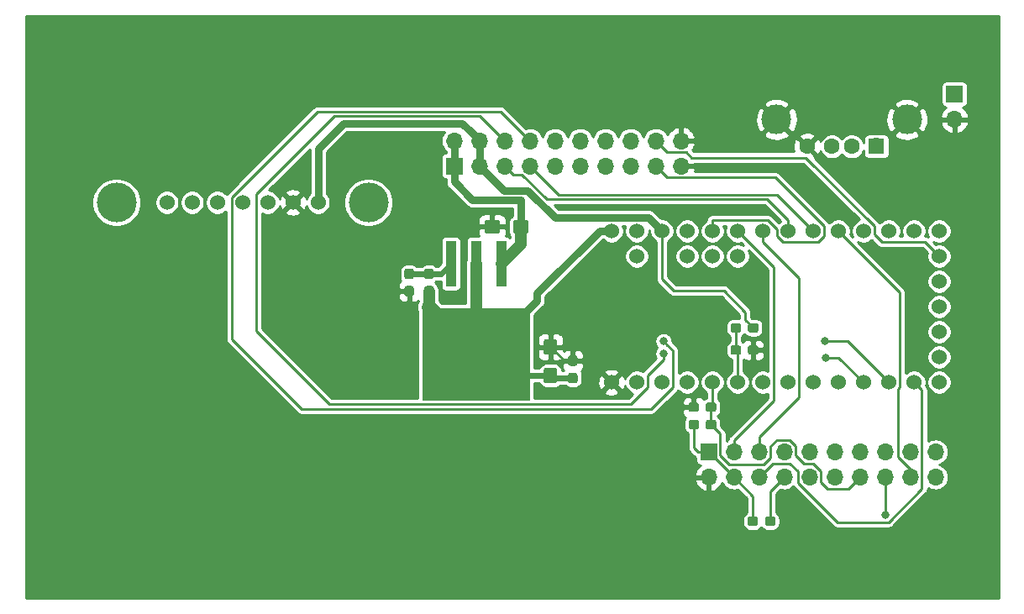
<source format=gbl>
G04 #@! TF.GenerationSoftware,KiCad,Pcbnew,(5.1.4-0)*
G04 #@! TF.CreationDate,2020-04-06T12:50:51+01:00*
G04 #@! TF.ProjectId,Simple_VFO,53696d70-6c65-45f5-9646-4f2e6b696361,rev?*
G04 #@! TF.SameCoordinates,Original*
G04 #@! TF.FileFunction,Copper,L2,Bot*
G04 #@! TF.FilePolarity,Positive*
%FSLAX46Y46*%
G04 Gerber Fmt 4.6, Leading zero omitted, Abs format (unit mm)*
G04 Created by KiCad (PCBNEW (5.1.4-0)) date 2020-04-06 12:50:51*
%MOMM*%
%LPD*%
G04 APERTURE LIST*
%ADD10C,1.524000*%
%ADD11C,4.000000*%
%ADD12O,1.700000X1.700000*%
%ADD13R,1.700000X1.700000*%
%ADD14C,0.100000*%
%ADD15C,0.950000*%
%ADD16C,1.350000*%
%ADD17C,3.000000*%
%ADD18R,1.600000X1.600000*%
%ADD19C,1.600000*%
%ADD20R,1.100000X4.600000*%
%ADD21R,10.800000X9.400000*%
%ADD22C,0.800000*%
%ADD23C,0.250000*%
%ADD24C,1.500000*%
%ADD25C,1.200000*%
%ADD26C,0.600000*%
%ADD27C,0.750000*%
%ADD28C,0.254000*%
G04 APERTURE END LIST*
D10*
X86220000Y-136490000D03*
X88760000Y-136490000D03*
X91300000Y-136490000D03*
X93840000Y-136490000D03*
X96380000Y-136490000D03*
X98920000Y-136490000D03*
X101460000Y-136490000D03*
X104000000Y-136490000D03*
X106540000Y-136490000D03*
X109080000Y-136490000D03*
X111620000Y-136490000D03*
X114160000Y-136490000D03*
X116700000Y-136490000D03*
X119240000Y-136490000D03*
X119240000Y-133950000D03*
X119240000Y-131410000D03*
X119240000Y-128870000D03*
X119240000Y-126330000D03*
X119240000Y-123790000D03*
X119240000Y-121250000D03*
X116700000Y-121250000D03*
X114160000Y-121250000D03*
X111620000Y-121250000D03*
X109080000Y-121250000D03*
X106540000Y-121250000D03*
X104000000Y-121250000D03*
X101460000Y-121250000D03*
X98920000Y-121250000D03*
X96380000Y-121250000D03*
X93840000Y-121250000D03*
X91300000Y-121250000D03*
X88760000Y-121250000D03*
X86220000Y-121250000D03*
X88760000Y-123790000D03*
X93840000Y-123790000D03*
X96380000Y-123790000D03*
X98920000Y-123790000D03*
D11*
X61722000Y-118364000D03*
X36322000Y-118364000D03*
D10*
X56642000Y-118364000D03*
X54102000Y-118364000D03*
X51562000Y-118364000D03*
X49022000Y-118364000D03*
X46482000Y-118364000D03*
X43942000Y-118364000D03*
X41402000Y-118364000D03*
D12*
X93218000Y-112141000D03*
X93218000Y-114681000D03*
X90678000Y-112141000D03*
X90678000Y-114681000D03*
X88138000Y-112141000D03*
X88138000Y-114681000D03*
X85598000Y-112141000D03*
X85598000Y-114681000D03*
X83058000Y-112141000D03*
X83058000Y-114681000D03*
X80518000Y-112141000D03*
X80518000Y-114681000D03*
X77978000Y-112141000D03*
X77978000Y-114681000D03*
X75438000Y-112141000D03*
X75438000Y-114681000D03*
X72898000Y-112141000D03*
X72898000Y-114681000D03*
X70358000Y-112141000D03*
D13*
X70358000Y-114681000D03*
D14*
G36*
X99060779Y-132776144D02*
G01*
X99083834Y-132779563D01*
X99106443Y-132785227D01*
X99128387Y-132793079D01*
X99149457Y-132803044D01*
X99169448Y-132815026D01*
X99188168Y-132828910D01*
X99205438Y-132844562D01*
X99221090Y-132861832D01*
X99234974Y-132880552D01*
X99246956Y-132900543D01*
X99256921Y-132921613D01*
X99264773Y-132943557D01*
X99270437Y-132966166D01*
X99273856Y-132989221D01*
X99275000Y-133012500D01*
X99275000Y-133487500D01*
X99273856Y-133510779D01*
X99270437Y-133533834D01*
X99264773Y-133556443D01*
X99256921Y-133578387D01*
X99246956Y-133599457D01*
X99234974Y-133619448D01*
X99221090Y-133638168D01*
X99205438Y-133655438D01*
X99188168Y-133671090D01*
X99169448Y-133684974D01*
X99149457Y-133696956D01*
X99128387Y-133706921D01*
X99106443Y-133714773D01*
X99083834Y-133720437D01*
X99060779Y-133723856D01*
X99037500Y-133725000D01*
X98462500Y-133725000D01*
X98439221Y-133723856D01*
X98416166Y-133720437D01*
X98393557Y-133714773D01*
X98371613Y-133706921D01*
X98350543Y-133696956D01*
X98330552Y-133684974D01*
X98311832Y-133671090D01*
X98294562Y-133655438D01*
X98278910Y-133638168D01*
X98265026Y-133619448D01*
X98253044Y-133599457D01*
X98243079Y-133578387D01*
X98235227Y-133556443D01*
X98229563Y-133533834D01*
X98226144Y-133510779D01*
X98225000Y-133487500D01*
X98225000Y-133012500D01*
X98226144Y-132989221D01*
X98229563Y-132966166D01*
X98235227Y-132943557D01*
X98243079Y-132921613D01*
X98253044Y-132900543D01*
X98265026Y-132880552D01*
X98278910Y-132861832D01*
X98294562Y-132844562D01*
X98311832Y-132828910D01*
X98330552Y-132815026D01*
X98350543Y-132803044D01*
X98371613Y-132793079D01*
X98393557Y-132785227D01*
X98416166Y-132779563D01*
X98439221Y-132776144D01*
X98462500Y-132775000D01*
X99037500Y-132775000D01*
X99060779Y-132776144D01*
X99060779Y-132776144D01*
G37*
D15*
X98750000Y-133250000D03*
D14*
G36*
X100810779Y-132776144D02*
G01*
X100833834Y-132779563D01*
X100856443Y-132785227D01*
X100878387Y-132793079D01*
X100899457Y-132803044D01*
X100919448Y-132815026D01*
X100938168Y-132828910D01*
X100955438Y-132844562D01*
X100971090Y-132861832D01*
X100984974Y-132880552D01*
X100996956Y-132900543D01*
X101006921Y-132921613D01*
X101014773Y-132943557D01*
X101020437Y-132966166D01*
X101023856Y-132989221D01*
X101025000Y-133012500D01*
X101025000Y-133487500D01*
X101023856Y-133510779D01*
X101020437Y-133533834D01*
X101014773Y-133556443D01*
X101006921Y-133578387D01*
X100996956Y-133599457D01*
X100984974Y-133619448D01*
X100971090Y-133638168D01*
X100955438Y-133655438D01*
X100938168Y-133671090D01*
X100919448Y-133684974D01*
X100899457Y-133696956D01*
X100878387Y-133706921D01*
X100856443Y-133714773D01*
X100833834Y-133720437D01*
X100810779Y-133723856D01*
X100787500Y-133725000D01*
X100212500Y-133725000D01*
X100189221Y-133723856D01*
X100166166Y-133720437D01*
X100143557Y-133714773D01*
X100121613Y-133706921D01*
X100100543Y-133696956D01*
X100080552Y-133684974D01*
X100061832Y-133671090D01*
X100044562Y-133655438D01*
X100028910Y-133638168D01*
X100015026Y-133619448D01*
X100003044Y-133599457D01*
X99993079Y-133578387D01*
X99985227Y-133556443D01*
X99979563Y-133533834D01*
X99976144Y-133510779D01*
X99975000Y-133487500D01*
X99975000Y-133012500D01*
X99976144Y-132989221D01*
X99979563Y-132966166D01*
X99985227Y-132943557D01*
X99993079Y-132921613D01*
X100003044Y-132900543D01*
X100015026Y-132880552D01*
X100028910Y-132861832D01*
X100044562Y-132844562D01*
X100061832Y-132828910D01*
X100080552Y-132815026D01*
X100100543Y-132803044D01*
X100121613Y-132793079D01*
X100143557Y-132785227D01*
X100166166Y-132779563D01*
X100189221Y-132776144D01*
X100212500Y-132775000D01*
X100787500Y-132775000D01*
X100810779Y-132776144D01*
X100810779Y-132776144D01*
G37*
D15*
X100500000Y-133250000D03*
D14*
G36*
X94810779Y-138526144D02*
G01*
X94833834Y-138529563D01*
X94856443Y-138535227D01*
X94878387Y-138543079D01*
X94899457Y-138553044D01*
X94919448Y-138565026D01*
X94938168Y-138578910D01*
X94955438Y-138594562D01*
X94971090Y-138611832D01*
X94984974Y-138630552D01*
X94996956Y-138650543D01*
X95006921Y-138671613D01*
X95014773Y-138693557D01*
X95020437Y-138716166D01*
X95023856Y-138739221D01*
X95025000Y-138762500D01*
X95025000Y-139237500D01*
X95023856Y-139260779D01*
X95020437Y-139283834D01*
X95014773Y-139306443D01*
X95006921Y-139328387D01*
X94996956Y-139349457D01*
X94984974Y-139369448D01*
X94971090Y-139388168D01*
X94955438Y-139405438D01*
X94938168Y-139421090D01*
X94919448Y-139434974D01*
X94899457Y-139446956D01*
X94878387Y-139456921D01*
X94856443Y-139464773D01*
X94833834Y-139470437D01*
X94810779Y-139473856D01*
X94787500Y-139475000D01*
X94212500Y-139475000D01*
X94189221Y-139473856D01*
X94166166Y-139470437D01*
X94143557Y-139464773D01*
X94121613Y-139456921D01*
X94100543Y-139446956D01*
X94080552Y-139434974D01*
X94061832Y-139421090D01*
X94044562Y-139405438D01*
X94028910Y-139388168D01*
X94015026Y-139369448D01*
X94003044Y-139349457D01*
X93993079Y-139328387D01*
X93985227Y-139306443D01*
X93979563Y-139283834D01*
X93976144Y-139260779D01*
X93975000Y-139237500D01*
X93975000Y-138762500D01*
X93976144Y-138739221D01*
X93979563Y-138716166D01*
X93985227Y-138693557D01*
X93993079Y-138671613D01*
X94003044Y-138650543D01*
X94015026Y-138630552D01*
X94028910Y-138611832D01*
X94044562Y-138594562D01*
X94061832Y-138578910D01*
X94080552Y-138565026D01*
X94100543Y-138553044D01*
X94121613Y-138543079D01*
X94143557Y-138535227D01*
X94166166Y-138529563D01*
X94189221Y-138526144D01*
X94212500Y-138525000D01*
X94787500Y-138525000D01*
X94810779Y-138526144D01*
X94810779Y-138526144D01*
G37*
D15*
X94500000Y-139000000D03*
D14*
G36*
X96560779Y-138526144D02*
G01*
X96583834Y-138529563D01*
X96606443Y-138535227D01*
X96628387Y-138543079D01*
X96649457Y-138553044D01*
X96669448Y-138565026D01*
X96688168Y-138578910D01*
X96705438Y-138594562D01*
X96721090Y-138611832D01*
X96734974Y-138630552D01*
X96746956Y-138650543D01*
X96756921Y-138671613D01*
X96764773Y-138693557D01*
X96770437Y-138716166D01*
X96773856Y-138739221D01*
X96775000Y-138762500D01*
X96775000Y-139237500D01*
X96773856Y-139260779D01*
X96770437Y-139283834D01*
X96764773Y-139306443D01*
X96756921Y-139328387D01*
X96746956Y-139349457D01*
X96734974Y-139369448D01*
X96721090Y-139388168D01*
X96705438Y-139405438D01*
X96688168Y-139421090D01*
X96669448Y-139434974D01*
X96649457Y-139446956D01*
X96628387Y-139456921D01*
X96606443Y-139464773D01*
X96583834Y-139470437D01*
X96560779Y-139473856D01*
X96537500Y-139475000D01*
X95962500Y-139475000D01*
X95939221Y-139473856D01*
X95916166Y-139470437D01*
X95893557Y-139464773D01*
X95871613Y-139456921D01*
X95850543Y-139446956D01*
X95830552Y-139434974D01*
X95811832Y-139421090D01*
X95794562Y-139405438D01*
X95778910Y-139388168D01*
X95765026Y-139369448D01*
X95753044Y-139349457D01*
X95743079Y-139328387D01*
X95735227Y-139306443D01*
X95729563Y-139283834D01*
X95726144Y-139260779D01*
X95725000Y-139237500D01*
X95725000Y-138762500D01*
X95726144Y-138739221D01*
X95729563Y-138716166D01*
X95735227Y-138693557D01*
X95743079Y-138671613D01*
X95753044Y-138650543D01*
X95765026Y-138630552D01*
X95778910Y-138611832D01*
X95794562Y-138594562D01*
X95811832Y-138578910D01*
X95830552Y-138565026D01*
X95850543Y-138553044D01*
X95871613Y-138543079D01*
X95893557Y-138535227D01*
X95916166Y-138529563D01*
X95939221Y-138526144D01*
X95962500Y-138525000D01*
X96537500Y-138525000D01*
X96560779Y-138526144D01*
X96560779Y-138526144D01*
G37*
D15*
X96250000Y-139000000D03*
D14*
G36*
X77632005Y-120134204D02*
G01*
X77656273Y-120137804D01*
X77680072Y-120143765D01*
X77703171Y-120152030D01*
X77725350Y-120162520D01*
X77746393Y-120175132D01*
X77766099Y-120189747D01*
X77784277Y-120206223D01*
X77800753Y-120224401D01*
X77815368Y-120244107D01*
X77827980Y-120265150D01*
X77838470Y-120287329D01*
X77846735Y-120310428D01*
X77852696Y-120334227D01*
X77856296Y-120358495D01*
X77857500Y-120382999D01*
X77857500Y-121233001D01*
X77856296Y-121257505D01*
X77852696Y-121281773D01*
X77846735Y-121305572D01*
X77838470Y-121328671D01*
X77827980Y-121350850D01*
X77815368Y-121371893D01*
X77800753Y-121391599D01*
X77784277Y-121409777D01*
X77766099Y-121426253D01*
X77746393Y-121440868D01*
X77725350Y-121453480D01*
X77703171Y-121463970D01*
X77680072Y-121472235D01*
X77656273Y-121478196D01*
X77632005Y-121481796D01*
X77607501Y-121483000D01*
X76532499Y-121483000D01*
X76507995Y-121481796D01*
X76483727Y-121478196D01*
X76459928Y-121472235D01*
X76436829Y-121463970D01*
X76414650Y-121453480D01*
X76393607Y-121440868D01*
X76373901Y-121426253D01*
X76355723Y-121409777D01*
X76339247Y-121391599D01*
X76324632Y-121371893D01*
X76312020Y-121350850D01*
X76301530Y-121328671D01*
X76293265Y-121305572D01*
X76287304Y-121281773D01*
X76283704Y-121257505D01*
X76282500Y-121233001D01*
X76282500Y-120382999D01*
X76283704Y-120358495D01*
X76287304Y-120334227D01*
X76293265Y-120310428D01*
X76301530Y-120287329D01*
X76312020Y-120265150D01*
X76324632Y-120244107D01*
X76339247Y-120224401D01*
X76355723Y-120206223D01*
X76373901Y-120189747D01*
X76393607Y-120175132D01*
X76414650Y-120162520D01*
X76436829Y-120152030D01*
X76459928Y-120143765D01*
X76483727Y-120137804D01*
X76507995Y-120134204D01*
X76532499Y-120133000D01*
X77607501Y-120133000D01*
X77632005Y-120134204D01*
X77632005Y-120134204D01*
G37*
D16*
X77070000Y-120808000D03*
D14*
G36*
X74757005Y-120134204D02*
G01*
X74781273Y-120137804D01*
X74805072Y-120143765D01*
X74828171Y-120152030D01*
X74850350Y-120162520D01*
X74871393Y-120175132D01*
X74891099Y-120189747D01*
X74909277Y-120206223D01*
X74925753Y-120224401D01*
X74940368Y-120244107D01*
X74952980Y-120265150D01*
X74963470Y-120287329D01*
X74971735Y-120310428D01*
X74977696Y-120334227D01*
X74981296Y-120358495D01*
X74982500Y-120382999D01*
X74982500Y-121233001D01*
X74981296Y-121257505D01*
X74977696Y-121281773D01*
X74971735Y-121305572D01*
X74963470Y-121328671D01*
X74952980Y-121350850D01*
X74940368Y-121371893D01*
X74925753Y-121391599D01*
X74909277Y-121409777D01*
X74891099Y-121426253D01*
X74871393Y-121440868D01*
X74850350Y-121453480D01*
X74828171Y-121463970D01*
X74805072Y-121472235D01*
X74781273Y-121478196D01*
X74757005Y-121481796D01*
X74732501Y-121483000D01*
X73657499Y-121483000D01*
X73632995Y-121481796D01*
X73608727Y-121478196D01*
X73584928Y-121472235D01*
X73561829Y-121463970D01*
X73539650Y-121453480D01*
X73518607Y-121440868D01*
X73498901Y-121426253D01*
X73480723Y-121409777D01*
X73464247Y-121391599D01*
X73449632Y-121371893D01*
X73437020Y-121350850D01*
X73426530Y-121328671D01*
X73418265Y-121305572D01*
X73412304Y-121281773D01*
X73408704Y-121257505D01*
X73407500Y-121233001D01*
X73407500Y-120382999D01*
X73408704Y-120358495D01*
X73412304Y-120334227D01*
X73418265Y-120310428D01*
X73426530Y-120287329D01*
X73437020Y-120265150D01*
X73449632Y-120244107D01*
X73464247Y-120224401D01*
X73480723Y-120206223D01*
X73498901Y-120189747D01*
X73518607Y-120175132D01*
X73539650Y-120162520D01*
X73561829Y-120152030D01*
X73584928Y-120143765D01*
X73608727Y-120137804D01*
X73632995Y-120134204D01*
X73657499Y-120133000D01*
X74732501Y-120133000D01*
X74757005Y-120134204D01*
X74757005Y-120134204D01*
G37*
D16*
X74195000Y-120808000D03*
D14*
G36*
X80519505Y-132146704D02*
G01*
X80543773Y-132150304D01*
X80567572Y-132156265D01*
X80590671Y-132164530D01*
X80612850Y-132175020D01*
X80633893Y-132187632D01*
X80653599Y-132202247D01*
X80671777Y-132218723D01*
X80688253Y-132236901D01*
X80702868Y-132256607D01*
X80715480Y-132277650D01*
X80725970Y-132299829D01*
X80734235Y-132322928D01*
X80740196Y-132346727D01*
X80743796Y-132370995D01*
X80745000Y-132395499D01*
X80745000Y-133470501D01*
X80743796Y-133495005D01*
X80740196Y-133519273D01*
X80734235Y-133543072D01*
X80725970Y-133566171D01*
X80715480Y-133588350D01*
X80702868Y-133609393D01*
X80688253Y-133629099D01*
X80671777Y-133647277D01*
X80653599Y-133663753D01*
X80633893Y-133678368D01*
X80612850Y-133690980D01*
X80590671Y-133701470D01*
X80567572Y-133709735D01*
X80543773Y-133715696D01*
X80519505Y-133719296D01*
X80495001Y-133720500D01*
X79644999Y-133720500D01*
X79620495Y-133719296D01*
X79596227Y-133715696D01*
X79572428Y-133709735D01*
X79549329Y-133701470D01*
X79527150Y-133690980D01*
X79506107Y-133678368D01*
X79486401Y-133663753D01*
X79468223Y-133647277D01*
X79451747Y-133629099D01*
X79437132Y-133609393D01*
X79424520Y-133588350D01*
X79414030Y-133566171D01*
X79405765Y-133543072D01*
X79399804Y-133519273D01*
X79396204Y-133495005D01*
X79395000Y-133470501D01*
X79395000Y-132395499D01*
X79396204Y-132370995D01*
X79399804Y-132346727D01*
X79405765Y-132322928D01*
X79414030Y-132299829D01*
X79424520Y-132277650D01*
X79437132Y-132256607D01*
X79451747Y-132236901D01*
X79468223Y-132218723D01*
X79486401Y-132202247D01*
X79506107Y-132187632D01*
X79527150Y-132175020D01*
X79549329Y-132164530D01*
X79572428Y-132156265D01*
X79596227Y-132150304D01*
X79620495Y-132146704D01*
X79644999Y-132145500D01*
X80495001Y-132145500D01*
X80519505Y-132146704D01*
X80519505Y-132146704D01*
G37*
D16*
X80070000Y-132933000D03*
D14*
G36*
X80519505Y-135021704D02*
G01*
X80543773Y-135025304D01*
X80567572Y-135031265D01*
X80590671Y-135039530D01*
X80612850Y-135050020D01*
X80633893Y-135062632D01*
X80653599Y-135077247D01*
X80671777Y-135093723D01*
X80688253Y-135111901D01*
X80702868Y-135131607D01*
X80715480Y-135152650D01*
X80725970Y-135174829D01*
X80734235Y-135197928D01*
X80740196Y-135221727D01*
X80743796Y-135245995D01*
X80745000Y-135270499D01*
X80745000Y-136345501D01*
X80743796Y-136370005D01*
X80740196Y-136394273D01*
X80734235Y-136418072D01*
X80725970Y-136441171D01*
X80715480Y-136463350D01*
X80702868Y-136484393D01*
X80688253Y-136504099D01*
X80671777Y-136522277D01*
X80653599Y-136538753D01*
X80633893Y-136553368D01*
X80612850Y-136565980D01*
X80590671Y-136576470D01*
X80567572Y-136584735D01*
X80543773Y-136590696D01*
X80519505Y-136594296D01*
X80495001Y-136595500D01*
X79644999Y-136595500D01*
X79620495Y-136594296D01*
X79596227Y-136590696D01*
X79572428Y-136584735D01*
X79549329Y-136576470D01*
X79527150Y-136565980D01*
X79506107Y-136553368D01*
X79486401Y-136538753D01*
X79468223Y-136522277D01*
X79451747Y-136504099D01*
X79437132Y-136484393D01*
X79424520Y-136463350D01*
X79414030Y-136441171D01*
X79405765Y-136418072D01*
X79399804Y-136394273D01*
X79396204Y-136370005D01*
X79395000Y-136345501D01*
X79395000Y-135270499D01*
X79396204Y-135245995D01*
X79399804Y-135221727D01*
X79405765Y-135197928D01*
X79414030Y-135174829D01*
X79424520Y-135152650D01*
X79437132Y-135131607D01*
X79451747Y-135111901D01*
X79468223Y-135093723D01*
X79486401Y-135077247D01*
X79506107Y-135062632D01*
X79527150Y-135050020D01*
X79549329Y-135039530D01*
X79572428Y-135031265D01*
X79596227Y-135025304D01*
X79620495Y-135021704D01*
X79644999Y-135020500D01*
X80495001Y-135020500D01*
X80519505Y-135021704D01*
X80519505Y-135021704D01*
G37*
D16*
X80070000Y-135808000D03*
D14*
G36*
X82580779Y-133784144D02*
G01*
X82603834Y-133787563D01*
X82626443Y-133793227D01*
X82648387Y-133801079D01*
X82669457Y-133811044D01*
X82689448Y-133823026D01*
X82708168Y-133836910D01*
X82725438Y-133852562D01*
X82741090Y-133869832D01*
X82754974Y-133888552D01*
X82766956Y-133908543D01*
X82776921Y-133929613D01*
X82784773Y-133951557D01*
X82790437Y-133974166D01*
X82793856Y-133997221D01*
X82795000Y-134020500D01*
X82795000Y-134595500D01*
X82793856Y-134618779D01*
X82790437Y-134641834D01*
X82784773Y-134664443D01*
X82776921Y-134686387D01*
X82766956Y-134707457D01*
X82754974Y-134727448D01*
X82741090Y-134746168D01*
X82725438Y-134763438D01*
X82708168Y-134779090D01*
X82689448Y-134792974D01*
X82669457Y-134804956D01*
X82648387Y-134814921D01*
X82626443Y-134822773D01*
X82603834Y-134828437D01*
X82580779Y-134831856D01*
X82557500Y-134833000D01*
X82082500Y-134833000D01*
X82059221Y-134831856D01*
X82036166Y-134828437D01*
X82013557Y-134822773D01*
X81991613Y-134814921D01*
X81970543Y-134804956D01*
X81950552Y-134792974D01*
X81931832Y-134779090D01*
X81914562Y-134763438D01*
X81898910Y-134746168D01*
X81885026Y-134727448D01*
X81873044Y-134707457D01*
X81863079Y-134686387D01*
X81855227Y-134664443D01*
X81849563Y-134641834D01*
X81846144Y-134618779D01*
X81845000Y-134595500D01*
X81845000Y-134020500D01*
X81846144Y-133997221D01*
X81849563Y-133974166D01*
X81855227Y-133951557D01*
X81863079Y-133929613D01*
X81873044Y-133908543D01*
X81885026Y-133888552D01*
X81898910Y-133869832D01*
X81914562Y-133852562D01*
X81931832Y-133836910D01*
X81950552Y-133823026D01*
X81970543Y-133811044D01*
X81991613Y-133801079D01*
X82013557Y-133793227D01*
X82036166Y-133787563D01*
X82059221Y-133784144D01*
X82082500Y-133783000D01*
X82557500Y-133783000D01*
X82580779Y-133784144D01*
X82580779Y-133784144D01*
G37*
D15*
X82320000Y-134308000D03*
D14*
G36*
X82580779Y-135534144D02*
G01*
X82603834Y-135537563D01*
X82626443Y-135543227D01*
X82648387Y-135551079D01*
X82669457Y-135561044D01*
X82689448Y-135573026D01*
X82708168Y-135586910D01*
X82725438Y-135602562D01*
X82741090Y-135619832D01*
X82754974Y-135638552D01*
X82766956Y-135658543D01*
X82776921Y-135679613D01*
X82784773Y-135701557D01*
X82790437Y-135724166D01*
X82793856Y-135747221D01*
X82795000Y-135770500D01*
X82795000Y-136345500D01*
X82793856Y-136368779D01*
X82790437Y-136391834D01*
X82784773Y-136414443D01*
X82776921Y-136436387D01*
X82766956Y-136457457D01*
X82754974Y-136477448D01*
X82741090Y-136496168D01*
X82725438Y-136513438D01*
X82708168Y-136529090D01*
X82689448Y-136542974D01*
X82669457Y-136554956D01*
X82648387Y-136564921D01*
X82626443Y-136572773D01*
X82603834Y-136578437D01*
X82580779Y-136581856D01*
X82557500Y-136583000D01*
X82082500Y-136583000D01*
X82059221Y-136581856D01*
X82036166Y-136578437D01*
X82013557Y-136572773D01*
X81991613Y-136564921D01*
X81970543Y-136554956D01*
X81950552Y-136542974D01*
X81931832Y-136529090D01*
X81914562Y-136513438D01*
X81898910Y-136496168D01*
X81885026Y-136477448D01*
X81873044Y-136457457D01*
X81863079Y-136436387D01*
X81855227Y-136414443D01*
X81849563Y-136391834D01*
X81846144Y-136368779D01*
X81845000Y-136345500D01*
X81845000Y-135770500D01*
X81846144Y-135747221D01*
X81849563Y-135724166D01*
X81855227Y-135701557D01*
X81863079Y-135679613D01*
X81873044Y-135658543D01*
X81885026Y-135638552D01*
X81898910Y-135619832D01*
X81914562Y-135602562D01*
X81931832Y-135586910D01*
X81950552Y-135573026D01*
X81970543Y-135561044D01*
X81991613Y-135551079D01*
X82013557Y-135543227D01*
X82036166Y-135537563D01*
X82059221Y-135534144D01*
X82082500Y-135533000D01*
X82557500Y-135533000D01*
X82580779Y-135534144D01*
X82580779Y-135534144D01*
G37*
D15*
X82320000Y-136058000D03*
D17*
X102860000Y-110000000D03*
X116000000Y-110000000D03*
D18*
X112930000Y-112710000D03*
D19*
X110430000Y-112710000D03*
X108430000Y-112710000D03*
X105930000Y-112710000D03*
D14*
G36*
X100810779Y-130526144D02*
G01*
X100833834Y-130529563D01*
X100856443Y-130535227D01*
X100878387Y-130543079D01*
X100899457Y-130553044D01*
X100919448Y-130565026D01*
X100938168Y-130578910D01*
X100955438Y-130594562D01*
X100971090Y-130611832D01*
X100984974Y-130630552D01*
X100996956Y-130650543D01*
X101006921Y-130671613D01*
X101014773Y-130693557D01*
X101020437Y-130716166D01*
X101023856Y-130739221D01*
X101025000Y-130762500D01*
X101025000Y-131237500D01*
X101023856Y-131260779D01*
X101020437Y-131283834D01*
X101014773Y-131306443D01*
X101006921Y-131328387D01*
X100996956Y-131349457D01*
X100984974Y-131369448D01*
X100971090Y-131388168D01*
X100955438Y-131405438D01*
X100938168Y-131421090D01*
X100919448Y-131434974D01*
X100899457Y-131446956D01*
X100878387Y-131456921D01*
X100856443Y-131464773D01*
X100833834Y-131470437D01*
X100810779Y-131473856D01*
X100787500Y-131475000D01*
X100212500Y-131475000D01*
X100189221Y-131473856D01*
X100166166Y-131470437D01*
X100143557Y-131464773D01*
X100121613Y-131456921D01*
X100100543Y-131446956D01*
X100080552Y-131434974D01*
X100061832Y-131421090D01*
X100044562Y-131405438D01*
X100028910Y-131388168D01*
X100015026Y-131369448D01*
X100003044Y-131349457D01*
X99993079Y-131328387D01*
X99985227Y-131306443D01*
X99979563Y-131283834D01*
X99976144Y-131260779D01*
X99975000Y-131237500D01*
X99975000Y-130762500D01*
X99976144Y-130739221D01*
X99979563Y-130716166D01*
X99985227Y-130693557D01*
X99993079Y-130671613D01*
X100003044Y-130650543D01*
X100015026Y-130630552D01*
X100028910Y-130611832D01*
X100044562Y-130594562D01*
X100061832Y-130578910D01*
X100080552Y-130565026D01*
X100100543Y-130553044D01*
X100121613Y-130543079D01*
X100143557Y-130535227D01*
X100166166Y-130529563D01*
X100189221Y-130526144D01*
X100212500Y-130525000D01*
X100787500Y-130525000D01*
X100810779Y-130526144D01*
X100810779Y-130526144D01*
G37*
D15*
X100500000Y-131000000D03*
D14*
G36*
X99060779Y-130526144D02*
G01*
X99083834Y-130529563D01*
X99106443Y-130535227D01*
X99128387Y-130543079D01*
X99149457Y-130553044D01*
X99169448Y-130565026D01*
X99188168Y-130578910D01*
X99205438Y-130594562D01*
X99221090Y-130611832D01*
X99234974Y-130630552D01*
X99246956Y-130650543D01*
X99256921Y-130671613D01*
X99264773Y-130693557D01*
X99270437Y-130716166D01*
X99273856Y-130739221D01*
X99275000Y-130762500D01*
X99275000Y-131237500D01*
X99273856Y-131260779D01*
X99270437Y-131283834D01*
X99264773Y-131306443D01*
X99256921Y-131328387D01*
X99246956Y-131349457D01*
X99234974Y-131369448D01*
X99221090Y-131388168D01*
X99205438Y-131405438D01*
X99188168Y-131421090D01*
X99169448Y-131434974D01*
X99149457Y-131446956D01*
X99128387Y-131456921D01*
X99106443Y-131464773D01*
X99083834Y-131470437D01*
X99060779Y-131473856D01*
X99037500Y-131475000D01*
X98462500Y-131475000D01*
X98439221Y-131473856D01*
X98416166Y-131470437D01*
X98393557Y-131464773D01*
X98371613Y-131456921D01*
X98350543Y-131446956D01*
X98330552Y-131434974D01*
X98311832Y-131421090D01*
X98294562Y-131405438D01*
X98278910Y-131388168D01*
X98265026Y-131369448D01*
X98253044Y-131349457D01*
X98243079Y-131328387D01*
X98235227Y-131306443D01*
X98229563Y-131283834D01*
X98226144Y-131260779D01*
X98225000Y-131237500D01*
X98225000Y-130762500D01*
X98226144Y-130739221D01*
X98229563Y-130716166D01*
X98235227Y-130693557D01*
X98243079Y-130671613D01*
X98253044Y-130650543D01*
X98265026Y-130630552D01*
X98278910Y-130611832D01*
X98294562Y-130594562D01*
X98311832Y-130578910D01*
X98330552Y-130565026D01*
X98350543Y-130553044D01*
X98371613Y-130543079D01*
X98393557Y-130535227D01*
X98416166Y-130529563D01*
X98439221Y-130526144D01*
X98462500Y-130525000D01*
X99037500Y-130525000D01*
X99060779Y-130526144D01*
X99060779Y-130526144D01*
G37*
D15*
X98750000Y-131000000D03*
D14*
G36*
X102517779Y-150021144D02*
G01*
X102540834Y-150024563D01*
X102563443Y-150030227D01*
X102585387Y-150038079D01*
X102606457Y-150048044D01*
X102626448Y-150060026D01*
X102645168Y-150073910D01*
X102662438Y-150089562D01*
X102678090Y-150106832D01*
X102691974Y-150125552D01*
X102703956Y-150145543D01*
X102713921Y-150166613D01*
X102721773Y-150188557D01*
X102727437Y-150211166D01*
X102730856Y-150234221D01*
X102732000Y-150257500D01*
X102732000Y-150732500D01*
X102730856Y-150755779D01*
X102727437Y-150778834D01*
X102721773Y-150801443D01*
X102713921Y-150823387D01*
X102703956Y-150844457D01*
X102691974Y-150864448D01*
X102678090Y-150883168D01*
X102662438Y-150900438D01*
X102645168Y-150916090D01*
X102626448Y-150929974D01*
X102606457Y-150941956D01*
X102585387Y-150951921D01*
X102563443Y-150959773D01*
X102540834Y-150965437D01*
X102517779Y-150968856D01*
X102494500Y-150970000D01*
X101919500Y-150970000D01*
X101896221Y-150968856D01*
X101873166Y-150965437D01*
X101850557Y-150959773D01*
X101828613Y-150951921D01*
X101807543Y-150941956D01*
X101787552Y-150929974D01*
X101768832Y-150916090D01*
X101751562Y-150900438D01*
X101735910Y-150883168D01*
X101722026Y-150864448D01*
X101710044Y-150844457D01*
X101700079Y-150823387D01*
X101692227Y-150801443D01*
X101686563Y-150778834D01*
X101683144Y-150755779D01*
X101682000Y-150732500D01*
X101682000Y-150257500D01*
X101683144Y-150234221D01*
X101686563Y-150211166D01*
X101692227Y-150188557D01*
X101700079Y-150166613D01*
X101710044Y-150145543D01*
X101722026Y-150125552D01*
X101735910Y-150106832D01*
X101751562Y-150089562D01*
X101768832Y-150073910D01*
X101787552Y-150060026D01*
X101807543Y-150048044D01*
X101828613Y-150038079D01*
X101850557Y-150030227D01*
X101873166Y-150024563D01*
X101896221Y-150021144D01*
X101919500Y-150020000D01*
X102494500Y-150020000D01*
X102517779Y-150021144D01*
X102517779Y-150021144D01*
G37*
D15*
X102207000Y-150495000D03*
D14*
G36*
X100767779Y-150021144D02*
G01*
X100790834Y-150024563D01*
X100813443Y-150030227D01*
X100835387Y-150038079D01*
X100856457Y-150048044D01*
X100876448Y-150060026D01*
X100895168Y-150073910D01*
X100912438Y-150089562D01*
X100928090Y-150106832D01*
X100941974Y-150125552D01*
X100953956Y-150145543D01*
X100963921Y-150166613D01*
X100971773Y-150188557D01*
X100977437Y-150211166D01*
X100980856Y-150234221D01*
X100982000Y-150257500D01*
X100982000Y-150732500D01*
X100980856Y-150755779D01*
X100977437Y-150778834D01*
X100971773Y-150801443D01*
X100963921Y-150823387D01*
X100953956Y-150844457D01*
X100941974Y-150864448D01*
X100928090Y-150883168D01*
X100912438Y-150900438D01*
X100895168Y-150916090D01*
X100876448Y-150929974D01*
X100856457Y-150941956D01*
X100835387Y-150951921D01*
X100813443Y-150959773D01*
X100790834Y-150965437D01*
X100767779Y-150968856D01*
X100744500Y-150970000D01*
X100169500Y-150970000D01*
X100146221Y-150968856D01*
X100123166Y-150965437D01*
X100100557Y-150959773D01*
X100078613Y-150951921D01*
X100057543Y-150941956D01*
X100037552Y-150929974D01*
X100018832Y-150916090D01*
X100001562Y-150900438D01*
X99985910Y-150883168D01*
X99972026Y-150864448D01*
X99960044Y-150844457D01*
X99950079Y-150823387D01*
X99942227Y-150801443D01*
X99936563Y-150778834D01*
X99933144Y-150755779D01*
X99932000Y-150732500D01*
X99932000Y-150257500D01*
X99933144Y-150234221D01*
X99936563Y-150211166D01*
X99942227Y-150188557D01*
X99950079Y-150166613D01*
X99960044Y-150145543D01*
X99972026Y-150125552D01*
X99985910Y-150106832D01*
X100001562Y-150089562D01*
X100018832Y-150073910D01*
X100037552Y-150060026D01*
X100057543Y-150048044D01*
X100078613Y-150038079D01*
X100100557Y-150030227D01*
X100123166Y-150024563D01*
X100146221Y-150021144D01*
X100169500Y-150020000D01*
X100744500Y-150020000D01*
X100767779Y-150021144D01*
X100767779Y-150021144D01*
G37*
D15*
X100457000Y-150495000D03*
D14*
G36*
X96560779Y-140276144D02*
G01*
X96583834Y-140279563D01*
X96606443Y-140285227D01*
X96628387Y-140293079D01*
X96649457Y-140303044D01*
X96669448Y-140315026D01*
X96688168Y-140328910D01*
X96705438Y-140344562D01*
X96721090Y-140361832D01*
X96734974Y-140380552D01*
X96746956Y-140400543D01*
X96756921Y-140421613D01*
X96764773Y-140443557D01*
X96770437Y-140466166D01*
X96773856Y-140489221D01*
X96775000Y-140512500D01*
X96775000Y-140987500D01*
X96773856Y-141010779D01*
X96770437Y-141033834D01*
X96764773Y-141056443D01*
X96756921Y-141078387D01*
X96746956Y-141099457D01*
X96734974Y-141119448D01*
X96721090Y-141138168D01*
X96705438Y-141155438D01*
X96688168Y-141171090D01*
X96669448Y-141184974D01*
X96649457Y-141196956D01*
X96628387Y-141206921D01*
X96606443Y-141214773D01*
X96583834Y-141220437D01*
X96560779Y-141223856D01*
X96537500Y-141225000D01*
X95962500Y-141225000D01*
X95939221Y-141223856D01*
X95916166Y-141220437D01*
X95893557Y-141214773D01*
X95871613Y-141206921D01*
X95850543Y-141196956D01*
X95830552Y-141184974D01*
X95811832Y-141171090D01*
X95794562Y-141155438D01*
X95778910Y-141138168D01*
X95765026Y-141119448D01*
X95753044Y-141099457D01*
X95743079Y-141078387D01*
X95735227Y-141056443D01*
X95729563Y-141033834D01*
X95726144Y-141010779D01*
X95725000Y-140987500D01*
X95725000Y-140512500D01*
X95726144Y-140489221D01*
X95729563Y-140466166D01*
X95735227Y-140443557D01*
X95743079Y-140421613D01*
X95753044Y-140400543D01*
X95765026Y-140380552D01*
X95778910Y-140361832D01*
X95794562Y-140344562D01*
X95811832Y-140328910D01*
X95830552Y-140315026D01*
X95850543Y-140303044D01*
X95871613Y-140293079D01*
X95893557Y-140285227D01*
X95916166Y-140279563D01*
X95939221Y-140276144D01*
X95962500Y-140275000D01*
X96537500Y-140275000D01*
X96560779Y-140276144D01*
X96560779Y-140276144D01*
G37*
D15*
X96250000Y-140750000D03*
D14*
G36*
X94810779Y-140276144D02*
G01*
X94833834Y-140279563D01*
X94856443Y-140285227D01*
X94878387Y-140293079D01*
X94899457Y-140303044D01*
X94919448Y-140315026D01*
X94938168Y-140328910D01*
X94955438Y-140344562D01*
X94971090Y-140361832D01*
X94984974Y-140380552D01*
X94996956Y-140400543D01*
X95006921Y-140421613D01*
X95014773Y-140443557D01*
X95020437Y-140466166D01*
X95023856Y-140489221D01*
X95025000Y-140512500D01*
X95025000Y-140987500D01*
X95023856Y-141010779D01*
X95020437Y-141033834D01*
X95014773Y-141056443D01*
X95006921Y-141078387D01*
X94996956Y-141099457D01*
X94984974Y-141119448D01*
X94971090Y-141138168D01*
X94955438Y-141155438D01*
X94938168Y-141171090D01*
X94919448Y-141184974D01*
X94899457Y-141196956D01*
X94878387Y-141206921D01*
X94856443Y-141214773D01*
X94833834Y-141220437D01*
X94810779Y-141223856D01*
X94787500Y-141225000D01*
X94212500Y-141225000D01*
X94189221Y-141223856D01*
X94166166Y-141220437D01*
X94143557Y-141214773D01*
X94121613Y-141206921D01*
X94100543Y-141196956D01*
X94080552Y-141184974D01*
X94061832Y-141171090D01*
X94044562Y-141155438D01*
X94028910Y-141138168D01*
X94015026Y-141119448D01*
X94003044Y-141099457D01*
X93993079Y-141078387D01*
X93985227Y-141056443D01*
X93979563Y-141033834D01*
X93976144Y-141010779D01*
X93975000Y-140987500D01*
X93975000Y-140512500D01*
X93976144Y-140489221D01*
X93979563Y-140466166D01*
X93985227Y-140443557D01*
X93993079Y-140421613D01*
X94003044Y-140400543D01*
X94015026Y-140380552D01*
X94028910Y-140361832D01*
X94044562Y-140344562D01*
X94061832Y-140328910D01*
X94080552Y-140315026D01*
X94100543Y-140303044D01*
X94121613Y-140293079D01*
X94143557Y-140285227D01*
X94166166Y-140279563D01*
X94189221Y-140276144D01*
X94212500Y-140275000D01*
X94787500Y-140275000D01*
X94810779Y-140276144D01*
X94810779Y-140276144D01*
G37*
D15*
X94500000Y-140750000D03*
D14*
G36*
X68080779Y-125034144D02*
G01*
X68103834Y-125037563D01*
X68126443Y-125043227D01*
X68148387Y-125051079D01*
X68169457Y-125061044D01*
X68189448Y-125073026D01*
X68208168Y-125086910D01*
X68225438Y-125102562D01*
X68241090Y-125119832D01*
X68254974Y-125138552D01*
X68266956Y-125158543D01*
X68276921Y-125179613D01*
X68284773Y-125201557D01*
X68290437Y-125224166D01*
X68293856Y-125247221D01*
X68295000Y-125270500D01*
X68295000Y-125845500D01*
X68293856Y-125868779D01*
X68290437Y-125891834D01*
X68284773Y-125914443D01*
X68276921Y-125936387D01*
X68266956Y-125957457D01*
X68254974Y-125977448D01*
X68241090Y-125996168D01*
X68225438Y-126013438D01*
X68208168Y-126029090D01*
X68189448Y-126042974D01*
X68169457Y-126054956D01*
X68148387Y-126064921D01*
X68126443Y-126072773D01*
X68103834Y-126078437D01*
X68080779Y-126081856D01*
X68057500Y-126083000D01*
X67582500Y-126083000D01*
X67559221Y-126081856D01*
X67536166Y-126078437D01*
X67513557Y-126072773D01*
X67491613Y-126064921D01*
X67470543Y-126054956D01*
X67450552Y-126042974D01*
X67431832Y-126029090D01*
X67414562Y-126013438D01*
X67398910Y-125996168D01*
X67385026Y-125977448D01*
X67373044Y-125957457D01*
X67363079Y-125936387D01*
X67355227Y-125914443D01*
X67349563Y-125891834D01*
X67346144Y-125868779D01*
X67345000Y-125845500D01*
X67345000Y-125270500D01*
X67346144Y-125247221D01*
X67349563Y-125224166D01*
X67355227Y-125201557D01*
X67363079Y-125179613D01*
X67373044Y-125158543D01*
X67385026Y-125138552D01*
X67398910Y-125119832D01*
X67414562Y-125102562D01*
X67431832Y-125086910D01*
X67450552Y-125073026D01*
X67470543Y-125061044D01*
X67491613Y-125051079D01*
X67513557Y-125043227D01*
X67536166Y-125037563D01*
X67559221Y-125034144D01*
X67582500Y-125033000D01*
X68057500Y-125033000D01*
X68080779Y-125034144D01*
X68080779Y-125034144D01*
G37*
D15*
X67820000Y-125558000D03*
D14*
G36*
X68080779Y-126784144D02*
G01*
X68103834Y-126787563D01*
X68126443Y-126793227D01*
X68148387Y-126801079D01*
X68169457Y-126811044D01*
X68189448Y-126823026D01*
X68208168Y-126836910D01*
X68225438Y-126852562D01*
X68241090Y-126869832D01*
X68254974Y-126888552D01*
X68266956Y-126908543D01*
X68276921Y-126929613D01*
X68284773Y-126951557D01*
X68290437Y-126974166D01*
X68293856Y-126997221D01*
X68295000Y-127020500D01*
X68295000Y-127595500D01*
X68293856Y-127618779D01*
X68290437Y-127641834D01*
X68284773Y-127664443D01*
X68276921Y-127686387D01*
X68266956Y-127707457D01*
X68254974Y-127727448D01*
X68241090Y-127746168D01*
X68225438Y-127763438D01*
X68208168Y-127779090D01*
X68189448Y-127792974D01*
X68169457Y-127804956D01*
X68148387Y-127814921D01*
X68126443Y-127822773D01*
X68103834Y-127828437D01*
X68080779Y-127831856D01*
X68057500Y-127833000D01*
X67582500Y-127833000D01*
X67559221Y-127831856D01*
X67536166Y-127828437D01*
X67513557Y-127822773D01*
X67491613Y-127814921D01*
X67470543Y-127804956D01*
X67450552Y-127792974D01*
X67431832Y-127779090D01*
X67414562Y-127763438D01*
X67398910Y-127746168D01*
X67385026Y-127727448D01*
X67373044Y-127707457D01*
X67363079Y-127686387D01*
X67355227Y-127664443D01*
X67349563Y-127641834D01*
X67346144Y-127618779D01*
X67345000Y-127595500D01*
X67345000Y-127020500D01*
X67346144Y-126997221D01*
X67349563Y-126974166D01*
X67355227Y-126951557D01*
X67363079Y-126929613D01*
X67373044Y-126908543D01*
X67385026Y-126888552D01*
X67398910Y-126869832D01*
X67414562Y-126852562D01*
X67431832Y-126836910D01*
X67450552Y-126823026D01*
X67470543Y-126811044D01*
X67491613Y-126801079D01*
X67513557Y-126793227D01*
X67536166Y-126787563D01*
X67559221Y-126784144D01*
X67582500Y-126783000D01*
X68057500Y-126783000D01*
X68080779Y-126784144D01*
X68080779Y-126784144D01*
G37*
D15*
X67820000Y-127308000D03*
D14*
G36*
X66080779Y-125034144D02*
G01*
X66103834Y-125037563D01*
X66126443Y-125043227D01*
X66148387Y-125051079D01*
X66169457Y-125061044D01*
X66189448Y-125073026D01*
X66208168Y-125086910D01*
X66225438Y-125102562D01*
X66241090Y-125119832D01*
X66254974Y-125138552D01*
X66266956Y-125158543D01*
X66276921Y-125179613D01*
X66284773Y-125201557D01*
X66290437Y-125224166D01*
X66293856Y-125247221D01*
X66295000Y-125270500D01*
X66295000Y-125845500D01*
X66293856Y-125868779D01*
X66290437Y-125891834D01*
X66284773Y-125914443D01*
X66276921Y-125936387D01*
X66266956Y-125957457D01*
X66254974Y-125977448D01*
X66241090Y-125996168D01*
X66225438Y-126013438D01*
X66208168Y-126029090D01*
X66189448Y-126042974D01*
X66169457Y-126054956D01*
X66148387Y-126064921D01*
X66126443Y-126072773D01*
X66103834Y-126078437D01*
X66080779Y-126081856D01*
X66057500Y-126083000D01*
X65582500Y-126083000D01*
X65559221Y-126081856D01*
X65536166Y-126078437D01*
X65513557Y-126072773D01*
X65491613Y-126064921D01*
X65470543Y-126054956D01*
X65450552Y-126042974D01*
X65431832Y-126029090D01*
X65414562Y-126013438D01*
X65398910Y-125996168D01*
X65385026Y-125977448D01*
X65373044Y-125957457D01*
X65363079Y-125936387D01*
X65355227Y-125914443D01*
X65349563Y-125891834D01*
X65346144Y-125868779D01*
X65345000Y-125845500D01*
X65345000Y-125270500D01*
X65346144Y-125247221D01*
X65349563Y-125224166D01*
X65355227Y-125201557D01*
X65363079Y-125179613D01*
X65373044Y-125158543D01*
X65385026Y-125138552D01*
X65398910Y-125119832D01*
X65414562Y-125102562D01*
X65431832Y-125086910D01*
X65450552Y-125073026D01*
X65470543Y-125061044D01*
X65491613Y-125051079D01*
X65513557Y-125043227D01*
X65536166Y-125037563D01*
X65559221Y-125034144D01*
X65582500Y-125033000D01*
X66057500Y-125033000D01*
X66080779Y-125034144D01*
X66080779Y-125034144D01*
G37*
D15*
X65820000Y-125558000D03*
D14*
G36*
X66080779Y-126784144D02*
G01*
X66103834Y-126787563D01*
X66126443Y-126793227D01*
X66148387Y-126801079D01*
X66169457Y-126811044D01*
X66189448Y-126823026D01*
X66208168Y-126836910D01*
X66225438Y-126852562D01*
X66241090Y-126869832D01*
X66254974Y-126888552D01*
X66266956Y-126908543D01*
X66276921Y-126929613D01*
X66284773Y-126951557D01*
X66290437Y-126974166D01*
X66293856Y-126997221D01*
X66295000Y-127020500D01*
X66295000Y-127595500D01*
X66293856Y-127618779D01*
X66290437Y-127641834D01*
X66284773Y-127664443D01*
X66276921Y-127686387D01*
X66266956Y-127707457D01*
X66254974Y-127727448D01*
X66241090Y-127746168D01*
X66225438Y-127763438D01*
X66208168Y-127779090D01*
X66189448Y-127792974D01*
X66169457Y-127804956D01*
X66148387Y-127814921D01*
X66126443Y-127822773D01*
X66103834Y-127828437D01*
X66080779Y-127831856D01*
X66057500Y-127833000D01*
X65582500Y-127833000D01*
X65559221Y-127831856D01*
X65536166Y-127828437D01*
X65513557Y-127822773D01*
X65491613Y-127814921D01*
X65470543Y-127804956D01*
X65450552Y-127792974D01*
X65431832Y-127779090D01*
X65414562Y-127763438D01*
X65398910Y-127746168D01*
X65385026Y-127727448D01*
X65373044Y-127707457D01*
X65363079Y-127686387D01*
X65355227Y-127664443D01*
X65349563Y-127641834D01*
X65346144Y-127618779D01*
X65345000Y-127595500D01*
X65345000Y-127020500D01*
X65346144Y-126997221D01*
X65349563Y-126974166D01*
X65355227Y-126951557D01*
X65363079Y-126929613D01*
X65373044Y-126908543D01*
X65385026Y-126888552D01*
X65398910Y-126869832D01*
X65414562Y-126852562D01*
X65431832Y-126836910D01*
X65450552Y-126823026D01*
X65470543Y-126811044D01*
X65491613Y-126801079D01*
X65513557Y-126793227D01*
X65536166Y-126787563D01*
X65559221Y-126784144D01*
X65582500Y-126783000D01*
X66057500Y-126783000D01*
X66080779Y-126784144D01*
X66080779Y-126784144D01*
G37*
D15*
X65820000Y-127308000D03*
D20*
X70030000Y-124533000D03*
X72570000Y-124533000D03*
X75110000Y-124533000D03*
D21*
X72570000Y-133683000D03*
D13*
X96012000Y-143510000D03*
D12*
X96012000Y-146050000D03*
X98552000Y-143510000D03*
X98552000Y-146050000D03*
X101092000Y-143510000D03*
X101092000Y-146050000D03*
X103632000Y-143510000D03*
X103632000Y-146050000D03*
X106172000Y-143510000D03*
X106172000Y-146050000D03*
X108712000Y-143510000D03*
X108712000Y-146050000D03*
X111252000Y-143510000D03*
X111252000Y-146050000D03*
X113792000Y-143510000D03*
X113792000Y-146050000D03*
X116332000Y-143510000D03*
X116332000Y-146050000D03*
X118872000Y-143510000D03*
X118872000Y-146050000D03*
D13*
X120777000Y-107442000D03*
D12*
X120777000Y-109982000D03*
D22*
X113792000Y-149860000D03*
X80010000Y-130810000D03*
X72009000Y-120650000D03*
X107696000Y-132334000D03*
X107823000Y-133985000D03*
X91440000Y-132334000D03*
X91440000Y-133604000D03*
D23*
X81445000Y-134308000D02*
X80070000Y-132933000D01*
X82320000Y-134308000D02*
X81445000Y-134308000D01*
X98750000Y-136320000D02*
X98920000Y-136490000D01*
X98920000Y-133420000D02*
X98750000Y-133250000D01*
X98920000Y-136490000D02*
X98920000Y-133420000D01*
X98750000Y-133250000D02*
X98750000Y-131000000D01*
X96250000Y-136620000D02*
X96380000Y-136490000D01*
X96380000Y-138870000D02*
X96250000Y-139000000D01*
X96380000Y-136490000D02*
X96380000Y-138870000D01*
X96250000Y-139000000D02*
X96250000Y-140750000D01*
X97187001Y-141687001D02*
X96749072Y-141249072D01*
X96749072Y-141249072D02*
X96250000Y-140750000D01*
X98082998Y-144780000D02*
X97187001Y-143884003D01*
X101561002Y-144780000D02*
X98082998Y-144780000D01*
X102267001Y-144074001D02*
X101561002Y-144780000D01*
X102878001Y-142334999D02*
X102267001Y-142945999D01*
X104196001Y-142334999D02*
X102878001Y-142334999D01*
X104807001Y-142945999D02*
X104196001Y-142334999D01*
X104807001Y-143884003D02*
X104807001Y-142945999D01*
X105607999Y-144685001D02*
X104807001Y-143884003D01*
X102267001Y-142945999D02*
X102267001Y-144074001D01*
X107347001Y-145485999D02*
X106546003Y-144685001D01*
X107347001Y-146590001D02*
X107347001Y-145485999D01*
X106546003Y-144685001D02*
X105607999Y-144685001D01*
X107982001Y-147225001D02*
X107347001Y-146590001D01*
X97187001Y-143884003D02*
X97187001Y-141687001D01*
X110076999Y-147225001D02*
X107982001Y-147225001D01*
X111252000Y-146050000D02*
X110076999Y-147225001D01*
D24*
X112930000Y-112710000D02*
X112930000Y-112619998D01*
D25*
X77070000Y-122573000D02*
X75110000Y-124533000D01*
X77070000Y-120808000D02*
X77070000Y-122573000D01*
X72570000Y-124533000D02*
X72570000Y-133683000D01*
D24*
X67820000Y-128933000D02*
X72570000Y-133683000D01*
D25*
X67820000Y-127308000D02*
X67820000Y-128933000D01*
D26*
X74695000Y-135808000D02*
X72570000Y-133683000D01*
X80070000Y-135808000D02*
X74695000Y-135808000D01*
X80320000Y-136058000D02*
X80070000Y-135808000D01*
X82320000Y-136058000D02*
X80320000Y-136058000D01*
D27*
X78720000Y-128233000D02*
X73270000Y-133683000D01*
X78720000Y-127533000D02*
X78720000Y-128233000D01*
X73270000Y-133683000D02*
X72570000Y-133683000D01*
X85003000Y-121250000D02*
X78720000Y-127533000D01*
X86220000Y-121250000D02*
X85003000Y-121250000D01*
D23*
X100457000Y-147955000D02*
X98552000Y-146050000D01*
X100457000Y-150495000D02*
X100457000Y-147955000D01*
X98552000Y-146050000D02*
X96012000Y-143510000D01*
X94500000Y-141325000D02*
X94500000Y-140750000D01*
X94912000Y-143510000D02*
X94500000Y-143098000D01*
X94500000Y-143098000D02*
X94500000Y-141325000D01*
X96012000Y-143510000D02*
X94912000Y-143510000D01*
D27*
X72898000Y-112141000D02*
X72898000Y-114681000D01*
X75376990Y-117159990D02*
X77789990Y-117159990D01*
X72898000Y-114681000D02*
X75376990Y-117159990D01*
X80542999Y-119912999D02*
X89962999Y-119912999D01*
X90538001Y-120488001D02*
X91300000Y-121250000D01*
X89962999Y-119912999D02*
X90538001Y-120488001D01*
X77789990Y-117159990D02*
X80542999Y-119912999D01*
X72048001Y-111291001D02*
X72898000Y-112141000D01*
X71120000Y-110363000D02*
X72048001Y-111291001D01*
X60579000Y-110363000D02*
X71120000Y-110363000D01*
D23*
X97536000Y-127254000D02*
X92456000Y-127254000D01*
X92456000Y-127254000D02*
X91300000Y-126098000D01*
X91300000Y-126098000D02*
X91300000Y-121250000D01*
X99699990Y-129417990D02*
X97536000Y-127254000D01*
X99699990Y-130199990D02*
X99699990Y-129417990D01*
X100500000Y-131000000D02*
X99699990Y-130199990D01*
D27*
X60579000Y-110363000D02*
X59182000Y-110363000D01*
X56642000Y-112903000D02*
X56642000Y-118364000D01*
X59182000Y-110363000D02*
X56642000Y-112903000D01*
D23*
X99681999Y-122011999D02*
X98920000Y-121250000D01*
X102547001Y-138312918D02*
X102547001Y-124877001D01*
X102547001Y-124877001D02*
X99681999Y-122011999D01*
X98552000Y-142307919D02*
X102547001Y-138312918D01*
X98552000Y-143510000D02*
X98552000Y-142307919D01*
X105087001Y-125954631D02*
X105087001Y-137990999D01*
X101460000Y-122327630D02*
X105087001Y-125954631D01*
X101460000Y-121250000D02*
X101460000Y-122327630D01*
X101092000Y-141986000D02*
X101092000Y-143510000D01*
X105087001Y-137990999D02*
X101092000Y-141986000D01*
X117461999Y-137251999D02*
X116700000Y-136490000D01*
X117507001Y-137297001D02*
X117461999Y-137251999D01*
X117507001Y-147218001D02*
X117507001Y-137297001D01*
X108967999Y-150585001D02*
X114140001Y-150585001D01*
X104996999Y-145485999D02*
X104996999Y-146614001D01*
X114140001Y-150585001D02*
X117507001Y-147218001D01*
X104196001Y-144685001D02*
X104996999Y-145485999D01*
X102456999Y-144685001D02*
X104196001Y-144685001D01*
X104996999Y-146614001D02*
X108967999Y-150585001D01*
X101092000Y-146050000D02*
X102456999Y-144685001D01*
X102207000Y-147475000D02*
X103632000Y-146050000D01*
X102207000Y-150495000D02*
X102207000Y-147475000D01*
X113792000Y-149860000D02*
X113792000Y-146050000D01*
X109841999Y-122011999D02*
X109080000Y-121250000D01*
X115247001Y-127417001D02*
X109841999Y-122011999D01*
X115247001Y-137011761D02*
X115247001Y-127417001D01*
X115062000Y-143979002D02*
X115062000Y-137196762D01*
X115062000Y-137196762D02*
X115247001Y-137011761D01*
X116332000Y-145249002D02*
X115062000Y-143979002D01*
X116332000Y-146050000D02*
X116332000Y-145249002D01*
D26*
X69005000Y-125558000D02*
X70030000Y-124533000D01*
X67820000Y-125558000D02*
X69005000Y-125558000D01*
X67820000Y-125558000D02*
X65820000Y-125558000D01*
D23*
X76287999Y-115530999D02*
X75438000Y-114681000D01*
X77150961Y-115530999D02*
X76287999Y-115530999D01*
X79671972Y-118052010D02*
X77150961Y-115530999D01*
X101879640Y-118052010D02*
X79671972Y-118052010D01*
X104000000Y-120172370D02*
X101879640Y-118052010D01*
X104000000Y-121250000D02*
X104000000Y-120172370D01*
X80899000Y-117602000D02*
X78827999Y-115530999D01*
X102892000Y-117602000D02*
X80899000Y-117602000D01*
X78827999Y-115530999D02*
X77978000Y-114681000D01*
X106540000Y-121250000D02*
X102892000Y-117602000D01*
X91853001Y-113316001D02*
X91527999Y-112990999D01*
X93782001Y-113316001D02*
X91853001Y-113316001D01*
X94301001Y-113835001D02*
X93782001Y-113316001D01*
X112707001Y-120728239D02*
X105813763Y-113835001D01*
X113447001Y-122337001D02*
X112707001Y-121597001D01*
X117787001Y-122337001D02*
X113447001Y-122337001D01*
X91527999Y-112990999D02*
X90678000Y-112141000D01*
X105813763Y-113835001D02*
X94301001Y-113835001D01*
X112707001Y-121597001D02*
X112707001Y-120728239D01*
X119240000Y-123790000D02*
X117787001Y-122337001D01*
D27*
X70358000Y-112141000D02*
X70358000Y-114681000D01*
X77089000Y-118110000D02*
X77070000Y-118129000D01*
X77070000Y-118129000D02*
X77070000Y-120808000D01*
X72187000Y-118110000D02*
X77089000Y-118110000D01*
X70358000Y-116281000D02*
X72187000Y-118110000D01*
X70358000Y-114681000D02*
X70358000Y-116281000D01*
D23*
X114160000Y-136490000D02*
X110004000Y-132334000D01*
X110004000Y-132334000D02*
X107696000Y-132334000D01*
X111620000Y-136490000D02*
X109115000Y-133985000D01*
X109115000Y-133985000D02*
X107823000Y-133985000D01*
X91527999Y-115530999D02*
X90678000Y-114681000D01*
X91853001Y-115856001D02*
X91527999Y-115530999D01*
X107627001Y-120728239D02*
X102754763Y-115856001D01*
X107627001Y-121771761D02*
X107627001Y-120728239D01*
X103478239Y-122337001D02*
X107061761Y-122337001D01*
X102912999Y-121771761D02*
X103478239Y-122337001D01*
X102912999Y-121094237D02*
X102912999Y-121771761D01*
X101981761Y-120162999D02*
X102912999Y-121094237D01*
X102754763Y-115856001D02*
X91853001Y-115856001D01*
X96389371Y-120162999D02*
X101981761Y-120162999D01*
X96380000Y-120172370D02*
X96389371Y-120162999D01*
X107061761Y-122337001D02*
X107627001Y-121771761D01*
X96380000Y-121250000D02*
X96380000Y-120172370D01*
X92387001Y-133281001D02*
X91839999Y-132733999D01*
X92387001Y-137011761D02*
X92387001Y-133281001D01*
X90240751Y-139158011D02*
X92387001Y-137011761D01*
X54957011Y-139158011D02*
X90240751Y-139158011D01*
X77978000Y-112141000D02*
X75049980Y-109212980D01*
X47934999Y-117842239D02*
X47934999Y-132135999D01*
X91839999Y-132733999D02*
X91440000Y-132334000D01*
X56564258Y-109212980D02*
X47934999Y-117842239D01*
X75049980Y-109212980D02*
X56564258Y-109212980D01*
X47934999Y-132135999D02*
X54957011Y-139158011D01*
X91440000Y-134169685D02*
X91440000Y-133604000D01*
X89847001Y-137011761D02*
X89847001Y-135762684D01*
X89847001Y-135762684D02*
X91440000Y-134169685D01*
X88150761Y-138708001D02*
X89847001Y-137011761D01*
X57809001Y-138708001D02*
X88150761Y-138708001D01*
X50419000Y-131318000D02*
X57809001Y-138708001D01*
X75438000Y-112141000D02*
X72959990Y-109662990D01*
X50419000Y-117532240D02*
X50419000Y-131318000D01*
X58288250Y-109662990D02*
X50419000Y-117532240D01*
X72959990Y-109662990D02*
X58288250Y-109662990D01*
D28*
G36*
X125228000Y-158248000D02*
G01*
X27172000Y-158248000D01*
X27172000Y-146406891D01*
X94570519Y-146406891D01*
X94667843Y-146681252D01*
X94816822Y-146931355D01*
X95011731Y-147147588D01*
X95245080Y-147321641D01*
X95507901Y-147446825D01*
X95655110Y-147491476D01*
X95885000Y-147370155D01*
X95885000Y-146177000D01*
X94691186Y-146177000D01*
X94570519Y-146406891D01*
X27172000Y-146406891D01*
X27172000Y-118120037D01*
X33845000Y-118120037D01*
X33845000Y-118607963D01*
X33940190Y-119086514D01*
X34126911Y-119537299D01*
X34397989Y-119942995D01*
X34743005Y-120288011D01*
X35148701Y-120559089D01*
X35599486Y-120745810D01*
X36078037Y-120841000D01*
X36565963Y-120841000D01*
X37044514Y-120745810D01*
X37495299Y-120559089D01*
X37900995Y-120288011D01*
X38246011Y-119942995D01*
X38517089Y-119537299D01*
X38703810Y-119086514D01*
X38799000Y-118607963D01*
X38799000Y-118241969D01*
X40163000Y-118241969D01*
X40163000Y-118486031D01*
X40210614Y-118725403D01*
X40304012Y-118950887D01*
X40439606Y-119153816D01*
X40612184Y-119326394D01*
X40815113Y-119461988D01*
X41040597Y-119555386D01*
X41279969Y-119603000D01*
X41524031Y-119603000D01*
X41763403Y-119555386D01*
X41988887Y-119461988D01*
X42191816Y-119326394D01*
X42364394Y-119153816D01*
X42499988Y-118950887D01*
X42593386Y-118725403D01*
X42641000Y-118486031D01*
X42641000Y-118241969D01*
X42703000Y-118241969D01*
X42703000Y-118486031D01*
X42750614Y-118725403D01*
X42844012Y-118950887D01*
X42979606Y-119153816D01*
X43152184Y-119326394D01*
X43355113Y-119461988D01*
X43580597Y-119555386D01*
X43819969Y-119603000D01*
X44064031Y-119603000D01*
X44303403Y-119555386D01*
X44528887Y-119461988D01*
X44731816Y-119326394D01*
X44904394Y-119153816D01*
X45039988Y-118950887D01*
X45133386Y-118725403D01*
X45181000Y-118486031D01*
X45181000Y-118241969D01*
X45243000Y-118241969D01*
X45243000Y-118486031D01*
X45290614Y-118725403D01*
X45384012Y-118950887D01*
X45519606Y-119153816D01*
X45692184Y-119326394D01*
X45895113Y-119461988D01*
X46120597Y-119555386D01*
X46359969Y-119603000D01*
X46604031Y-119603000D01*
X46843403Y-119555386D01*
X47068887Y-119461988D01*
X47271816Y-119326394D01*
X47332999Y-119265211D01*
X47333000Y-132106433D01*
X47330088Y-132135999D01*
X47341711Y-132254011D01*
X47376133Y-132367488D01*
X47392404Y-132397928D01*
X47432034Y-132472070D01*
X47507263Y-132563736D01*
X47530228Y-132582583D01*
X54510427Y-139562783D01*
X54529274Y-139585748D01*
X54552239Y-139604595D01*
X54620939Y-139660977D01*
X54725521Y-139716877D01*
X54838998Y-139751300D01*
X54850193Y-139752402D01*
X54927445Y-139760011D01*
X54927452Y-139760011D01*
X54957011Y-139762922D01*
X54986570Y-139760011D01*
X90211195Y-139760011D01*
X90240751Y-139762922D01*
X90270307Y-139760011D01*
X90270317Y-139760011D01*
X90358763Y-139751300D01*
X90472241Y-139716877D01*
X90576822Y-139660977D01*
X90668488Y-139585748D01*
X90687340Y-139562777D01*
X91725117Y-138525000D01*
X93336928Y-138525000D01*
X93340000Y-138714250D01*
X93498750Y-138873000D01*
X94373000Y-138873000D01*
X94373000Y-138048750D01*
X94214250Y-137890000D01*
X93975000Y-137886928D01*
X93850518Y-137899188D01*
X93730820Y-137935498D01*
X93620506Y-137994463D01*
X93523815Y-138073815D01*
X93444463Y-138170506D01*
X93385498Y-138280820D01*
X93349188Y-138400518D01*
X93336928Y-138525000D01*
X91725117Y-138525000D01*
X92791774Y-137458344D01*
X92814738Y-137439498D01*
X92889967Y-137347832D01*
X92909353Y-137311563D01*
X93050184Y-137452394D01*
X93253113Y-137587988D01*
X93478597Y-137681386D01*
X93717969Y-137729000D01*
X93962031Y-137729000D01*
X94201403Y-137681386D01*
X94426887Y-137587988D01*
X94629816Y-137452394D01*
X94802394Y-137279816D01*
X94937988Y-137076887D01*
X95031386Y-136851403D01*
X95079000Y-136612031D01*
X95079000Y-136367969D01*
X95031386Y-136128597D01*
X94937988Y-135903113D01*
X94802394Y-135700184D01*
X94629816Y-135527606D01*
X94426887Y-135392012D01*
X94201403Y-135298614D01*
X93962031Y-135251000D01*
X93717969Y-135251000D01*
X93478597Y-135298614D01*
X93253113Y-135392012D01*
X93050184Y-135527606D01*
X92989001Y-135588789D01*
X92989001Y-133310560D01*
X92991912Y-133281001D01*
X92989001Y-133251442D01*
X92989001Y-133251435D01*
X92980290Y-133162989D01*
X92978531Y-133157188D01*
X92945867Y-133049511D01*
X92889967Y-132944929D01*
X92833585Y-132876229D01*
X92814738Y-132853264D01*
X92791772Y-132834416D01*
X92317000Y-132359645D01*
X92317000Y-132247623D01*
X92283297Y-132078189D01*
X92217187Y-131918585D01*
X92121210Y-131774945D01*
X91999055Y-131652790D01*
X91855415Y-131556813D01*
X91695811Y-131490703D01*
X91526377Y-131457000D01*
X91353623Y-131457000D01*
X91184189Y-131490703D01*
X91024585Y-131556813D01*
X90880945Y-131652790D01*
X90758790Y-131774945D01*
X90662813Y-131918585D01*
X90596703Y-132078189D01*
X90563000Y-132247623D01*
X90563000Y-132420377D01*
X90596703Y-132589811D01*
X90662813Y-132749415D01*
X90758790Y-132893055D01*
X90834735Y-132969000D01*
X90758790Y-133044945D01*
X90662813Y-133188585D01*
X90596703Y-133348189D01*
X90563000Y-133517623D01*
X90563000Y-133690377D01*
X90596703Y-133859811D01*
X90662813Y-134019415D01*
X90693295Y-134065034D01*
X89442230Y-135316100D01*
X89419265Y-135334947D01*
X89400418Y-135357912D01*
X89400417Y-135357913D01*
X89363385Y-135403036D01*
X89346887Y-135392012D01*
X89121403Y-135298614D01*
X88882031Y-135251000D01*
X88637969Y-135251000D01*
X88398597Y-135298614D01*
X88173113Y-135392012D01*
X87970184Y-135527606D01*
X87797606Y-135700184D01*
X87662012Y-135903113D01*
X87571868Y-136120741D01*
X87487636Y-135886977D01*
X87425656Y-135771020D01*
X87185565Y-135704040D01*
X86399605Y-136490000D01*
X87185565Y-137275960D01*
X87425656Y-137208980D01*
X87542756Y-136959952D01*
X87569286Y-136853025D01*
X87662012Y-137076887D01*
X87797606Y-137279816D01*
X87970184Y-137452394D01*
X88173113Y-137587988D01*
X88347278Y-137660129D01*
X87901406Y-138106001D01*
X78449307Y-138106001D01*
X78449307Y-137455565D01*
X85434040Y-137455565D01*
X85501020Y-137695656D01*
X85750048Y-137812756D01*
X86017135Y-137879023D01*
X86292017Y-137891910D01*
X86564133Y-137850922D01*
X86823023Y-137757636D01*
X86938980Y-137695656D01*
X87005960Y-137455565D01*
X86220000Y-136669605D01*
X85434040Y-137455565D01*
X78449307Y-137455565D01*
X78449307Y-136585000D01*
X78959197Y-136585000D01*
X78971208Y-136624594D01*
X79038603Y-136750682D01*
X79129302Y-136861198D01*
X79239818Y-136951897D01*
X79365906Y-137019292D01*
X79502718Y-137060794D01*
X79644999Y-137074807D01*
X80495001Y-137074807D01*
X80637282Y-137060794D01*
X80774094Y-137019292D01*
X80900182Y-136951897D01*
X81010698Y-136861198D01*
X81032198Y-136835000D01*
X81561395Y-136835000D01*
X81575641Y-136852359D01*
X81684263Y-136941503D01*
X81808190Y-137007743D01*
X81942658Y-137048534D01*
X82082500Y-137062307D01*
X82557500Y-137062307D01*
X82697342Y-137048534D01*
X82831810Y-137007743D01*
X82955737Y-136941503D01*
X83064359Y-136852359D01*
X83153503Y-136743737D01*
X83219743Y-136619810D01*
X83237274Y-136562017D01*
X84818090Y-136562017D01*
X84859078Y-136834133D01*
X84952364Y-137093023D01*
X85014344Y-137208980D01*
X85254435Y-137275960D01*
X86040395Y-136490000D01*
X85254435Y-135704040D01*
X85014344Y-135771020D01*
X84897244Y-136020048D01*
X84830977Y-136287135D01*
X84818090Y-136562017D01*
X83237274Y-136562017D01*
X83260534Y-136485342D01*
X83274307Y-136345500D01*
X83274307Y-135770500D01*
X83260534Y-135630658D01*
X83228312Y-135524435D01*
X85434040Y-135524435D01*
X86220000Y-136310395D01*
X87005960Y-135524435D01*
X86938980Y-135284344D01*
X86689952Y-135167244D01*
X86422865Y-135100977D01*
X86147983Y-135088090D01*
X85875867Y-135129078D01*
X85616977Y-135222364D01*
X85501020Y-135284344D01*
X85434040Y-135524435D01*
X83228312Y-135524435D01*
X83219743Y-135496190D01*
X83153503Y-135372263D01*
X83147303Y-135364708D01*
X83149494Y-135363537D01*
X83246185Y-135284185D01*
X83325537Y-135187494D01*
X83384502Y-135077180D01*
X83420812Y-134957482D01*
X83433072Y-134833000D01*
X83430000Y-134593750D01*
X83271250Y-134435000D01*
X82447000Y-134435000D01*
X82447000Y-134455000D01*
X82193000Y-134455000D01*
X82193000Y-134435000D01*
X81368750Y-134435000D01*
X81210000Y-134593750D01*
X81206928Y-134833000D01*
X81219188Y-134957482D01*
X81255498Y-135077180D01*
X81314463Y-135187494D01*
X81391201Y-135281000D01*
X81224307Y-135281000D01*
X81224307Y-135270499D01*
X81210294Y-135128218D01*
X81168792Y-134991406D01*
X81101397Y-134865318D01*
X81010698Y-134754802D01*
X80900182Y-134664103D01*
X80774094Y-134596708D01*
X80637282Y-134555206D01*
X80495001Y-134541193D01*
X79644999Y-134541193D01*
X79502718Y-134555206D01*
X79365906Y-134596708D01*
X79239818Y-134664103D01*
X79129302Y-134754802D01*
X79038603Y-134865318D01*
X78971208Y-134991406D01*
X78959197Y-135031000D01*
X78449307Y-135031000D01*
X78449307Y-133720500D01*
X78756928Y-133720500D01*
X78769188Y-133844982D01*
X78805498Y-133964680D01*
X78864463Y-134074994D01*
X78943815Y-134171685D01*
X79040506Y-134251037D01*
X79150820Y-134310002D01*
X79270518Y-134346312D01*
X79395000Y-134358572D01*
X79784250Y-134355500D01*
X79943000Y-134196750D01*
X79943000Y-133060000D01*
X80197000Y-133060000D01*
X80197000Y-134196750D01*
X80355750Y-134355500D01*
X80745000Y-134358572D01*
X80869482Y-134346312D01*
X80989180Y-134310002D01*
X81099494Y-134251037D01*
X81196185Y-134171685D01*
X81269771Y-134082021D01*
X81368750Y-134181000D01*
X82193000Y-134181000D01*
X82193000Y-133306750D01*
X82447000Y-133306750D01*
X82447000Y-134181000D01*
X83271250Y-134181000D01*
X83430000Y-134022250D01*
X83433072Y-133783000D01*
X83420812Y-133658518D01*
X83384502Y-133538820D01*
X83325537Y-133428506D01*
X83246185Y-133331815D01*
X83149494Y-133252463D01*
X83039180Y-133193498D01*
X82919482Y-133157188D01*
X82795000Y-133144928D01*
X82605750Y-133148000D01*
X82447000Y-133306750D01*
X82193000Y-133306750D01*
X82034250Y-133148000D01*
X81845000Y-133144928D01*
X81720518Y-133157188D01*
X81600820Y-133193498D01*
X81490506Y-133252463D01*
X81393815Y-133331815D01*
X81380789Y-133347687D01*
X81380000Y-133218750D01*
X81221250Y-133060000D01*
X80197000Y-133060000D01*
X79943000Y-133060000D01*
X78918750Y-133060000D01*
X78760000Y-133218750D01*
X78756928Y-133720500D01*
X78449307Y-133720500D01*
X78449307Y-132145500D01*
X78756928Y-132145500D01*
X78760000Y-132647250D01*
X78918750Y-132806000D01*
X79943000Y-132806000D01*
X79943000Y-131669250D01*
X80197000Y-131669250D01*
X80197000Y-132806000D01*
X81221250Y-132806000D01*
X81380000Y-132647250D01*
X81383072Y-132145500D01*
X81370812Y-132021018D01*
X81334502Y-131901320D01*
X81275537Y-131791006D01*
X81196185Y-131694315D01*
X81099494Y-131614963D01*
X80989180Y-131555998D01*
X80869482Y-131519688D01*
X80745000Y-131507428D01*
X80355750Y-131510500D01*
X80197000Y-131669250D01*
X79943000Y-131669250D01*
X79784250Y-131510500D01*
X79395000Y-131507428D01*
X79270518Y-131519688D01*
X79150820Y-131555998D01*
X79040506Y-131614963D01*
X78943815Y-131694315D01*
X78864463Y-131791006D01*
X78805498Y-131901320D01*
X78769188Y-132021018D01*
X78756928Y-132145500D01*
X78449307Y-132145500D01*
X78449307Y-129708603D01*
X79292860Y-128865050D01*
X79325370Y-128838370D01*
X79399560Y-128747969D01*
X79431839Y-128708637D01*
X79510954Y-128560624D01*
X79526736Y-128508597D01*
X79559672Y-128400021D01*
X79572000Y-128274852D01*
X79572000Y-128274849D01*
X79576122Y-128233000D01*
X79572000Y-128191151D01*
X79572000Y-127885909D01*
X83789940Y-123667969D01*
X87521000Y-123667969D01*
X87521000Y-123912031D01*
X87568614Y-124151403D01*
X87662012Y-124376887D01*
X87797606Y-124579816D01*
X87970184Y-124752394D01*
X88173113Y-124887988D01*
X88398597Y-124981386D01*
X88637969Y-125029000D01*
X88882031Y-125029000D01*
X89121403Y-124981386D01*
X89346887Y-124887988D01*
X89549816Y-124752394D01*
X89722394Y-124579816D01*
X89857988Y-124376887D01*
X89951386Y-124151403D01*
X89999000Y-123912031D01*
X89999000Y-123667969D01*
X89951386Y-123428597D01*
X89857988Y-123203113D01*
X89722394Y-123000184D01*
X89549816Y-122827606D01*
X89346887Y-122692012D01*
X89121403Y-122598614D01*
X88882031Y-122551000D01*
X88637969Y-122551000D01*
X88398597Y-122598614D01*
X88173113Y-122692012D01*
X87970184Y-122827606D01*
X87797606Y-123000184D01*
X87662012Y-123203113D01*
X87568614Y-123428597D01*
X87521000Y-123667969D01*
X83789940Y-123667969D01*
X85337850Y-122120060D01*
X85430184Y-122212394D01*
X85633113Y-122347988D01*
X85858597Y-122441386D01*
X86097969Y-122489000D01*
X86342031Y-122489000D01*
X86581403Y-122441386D01*
X86806887Y-122347988D01*
X87009816Y-122212394D01*
X87182394Y-122039816D01*
X87317988Y-121836887D01*
X87411386Y-121611403D01*
X87459000Y-121372031D01*
X87459000Y-121127969D01*
X87411386Y-120888597D01*
X87360190Y-120764999D01*
X87619810Y-120764999D01*
X87568614Y-120888597D01*
X87521000Y-121127969D01*
X87521000Y-121372031D01*
X87568614Y-121611403D01*
X87662012Y-121836887D01*
X87797606Y-122039816D01*
X87970184Y-122212394D01*
X88173113Y-122347988D01*
X88398597Y-122441386D01*
X88637969Y-122489000D01*
X88882031Y-122489000D01*
X89121403Y-122441386D01*
X89346887Y-122347988D01*
X89549816Y-122212394D01*
X89722394Y-122039816D01*
X89857988Y-121836887D01*
X89951386Y-121611403D01*
X89999000Y-121372031D01*
X89999000Y-121153909D01*
X90061000Y-121215909D01*
X90061000Y-121372031D01*
X90108614Y-121611403D01*
X90202012Y-121836887D01*
X90337606Y-122039816D01*
X90510184Y-122212394D01*
X90698001Y-122337890D01*
X90698000Y-126068444D01*
X90695089Y-126098000D01*
X90698000Y-126127556D01*
X90698000Y-126127565D01*
X90706711Y-126216011D01*
X90741134Y-126329489D01*
X90797034Y-126434070D01*
X90872263Y-126525737D01*
X90895234Y-126544589D01*
X92009415Y-127658771D01*
X92028263Y-127681737D01*
X92119929Y-127756966D01*
X92224510Y-127812866D01*
X92337988Y-127847289D01*
X92426434Y-127856000D01*
X92426443Y-127856000D01*
X92456000Y-127858911D01*
X92485556Y-127856000D01*
X97286645Y-127856000D01*
X99097990Y-129667346D01*
X99097990Y-130051651D01*
X99037500Y-130045693D01*
X98462500Y-130045693D01*
X98322658Y-130059466D01*
X98188190Y-130100257D01*
X98064263Y-130166497D01*
X97955641Y-130255641D01*
X97866497Y-130364263D01*
X97800257Y-130488190D01*
X97759466Y-130622658D01*
X97745693Y-130762500D01*
X97745693Y-131237500D01*
X97759466Y-131377342D01*
X97800257Y-131511810D01*
X97866497Y-131635737D01*
X97955641Y-131744359D01*
X98064263Y-131833503D01*
X98148001Y-131878261D01*
X98148000Y-132371739D01*
X98064263Y-132416497D01*
X97955641Y-132505641D01*
X97866497Y-132614263D01*
X97800257Y-132738190D01*
X97759466Y-132872658D01*
X97745693Y-133012500D01*
X97745693Y-133487500D01*
X97759466Y-133627342D01*
X97800257Y-133761810D01*
X97866497Y-133885737D01*
X97955641Y-133994359D01*
X98064263Y-134083503D01*
X98188190Y-134149743D01*
X98318001Y-134189121D01*
X98318000Y-135402110D01*
X98130184Y-135527606D01*
X97957606Y-135700184D01*
X97822012Y-135903113D01*
X97728614Y-136128597D01*
X97681000Y-136367969D01*
X97681000Y-136612031D01*
X97728614Y-136851403D01*
X97822012Y-137076887D01*
X97957606Y-137279816D01*
X98130184Y-137452394D01*
X98333113Y-137587988D01*
X98558597Y-137681386D01*
X98797969Y-137729000D01*
X99042031Y-137729000D01*
X99281403Y-137681386D01*
X99506887Y-137587988D01*
X99709816Y-137452394D01*
X99882394Y-137279816D01*
X100017988Y-137076887D01*
X100111386Y-136851403D01*
X100159000Y-136612031D01*
X100159000Y-136367969D01*
X100111386Y-136128597D01*
X100017988Y-135903113D01*
X99882394Y-135700184D01*
X99709816Y-135527606D01*
X99522000Y-135402110D01*
X99522000Y-134173973D01*
X99523815Y-134176185D01*
X99620506Y-134255537D01*
X99730820Y-134314502D01*
X99850518Y-134350812D01*
X99975000Y-134363072D01*
X100214250Y-134360000D01*
X100373000Y-134201250D01*
X100373000Y-133377000D01*
X100627000Y-133377000D01*
X100627000Y-134201250D01*
X100785750Y-134360000D01*
X101025000Y-134363072D01*
X101149482Y-134350812D01*
X101269180Y-134314502D01*
X101379494Y-134255537D01*
X101476185Y-134176185D01*
X101555537Y-134079494D01*
X101614502Y-133969180D01*
X101650812Y-133849482D01*
X101663072Y-133725000D01*
X101660000Y-133535750D01*
X101501250Y-133377000D01*
X100627000Y-133377000D01*
X100373000Y-133377000D01*
X100353000Y-133377000D01*
X100353000Y-133123000D01*
X100373000Y-133123000D01*
X100373000Y-132298750D01*
X100627000Y-132298750D01*
X100627000Y-133123000D01*
X101501250Y-133123000D01*
X101660000Y-132964250D01*
X101663072Y-132775000D01*
X101650812Y-132650518D01*
X101614502Y-132530820D01*
X101555537Y-132420506D01*
X101476185Y-132323815D01*
X101379494Y-132244463D01*
X101269180Y-132185498D01*
X101149482Y-132149188D01*
X101025000Y-132136928D01*
X100785750Y-132140000D01*
X100627000Y-132298750D01*
X100373000Y-132298750D01*
X100214250Y-132140000D01*
X99975000Y-132136928D01*
X99850518Y-132149188D01*
X99730820Y-132185498D01*
X99620506Y-132244463D01*
X99523815Y-132323815D01*
X99444463Y-132420506D01*
X99443292Y-132422697D01*
X99435737Y-132416497D01*
X99352000Y-132371739D01*
X99352000Y-131878261D01*
X99435737Y-131833503D01*
X99544359Y-131744359D01*
X99625000Y-131646098D01*
X99705641Y-131744359D01*
X99814263Y-131833503D01*
X99938190Y-131899743D01*
X100072658Y-131940534D01*
X100212500Y-131954307D01*
X100787500Y-131954307D01*
X100927342Y-131940534D01*
X101061810Y-131899743D01*
X101185737Y-131833503D01*
X101294359Y-131744359D01*
X101383503Y-131635737D01*
X101449743Y-131511810D01*
X101490534Y-131377342D01*
X101504307Y-131237500D01*
X101504307Y-130762500D01*
X101490534Y-130622658D01*
X101449743Y-130488190D01*
X101383503Y-130364263D01*
X101294359Y-130255641D01*
X101185737Y-130166497D01*
X101061810Y-130100257D01*
X100927342Y-130059466D01*
X100787500Y-130045693D01*
X100397048Y-130045693D01*
X100301990Y-129950635D01*
X100301990Y-129447546D01*
X100304901Y-129417989D01*
X100301990Y-129388433D01*
X100301990Y-129388424D01*
X100293279Y-129299978D01*
X100258856Y-129186500D01*
X100202956Y-129081919D01*
X100127727Y-128990253D01*
X100104762Y-128971406D01*
X97982589Y-126849234D01*
X97963737Y-126826263D01*
X97872071Y-126751034D01*
X97767490Y-126695134D01*
X97654012Y-126660711D01*
X97565566Y-126652000D01*
X97565556Y-126652000D01*
X97536000Y-126649089D01*
X97506444Y-126652000D01*
X92705356Y-126652000D01*
X91902000Y-125848645D01*
X91902000Y-123667969D01*
X92601000Y-123667969D01*
X92601000Y-123912031D01*
X92648614Y-124151403D01*
X92742012Y-124376887D01*
X92877606Y-124579816D01*
X93050184Y-124752394D01*
X93253113Y-124887988D01*
X93478597Y-124981386D01*
X93717969Y-125029000D01*
X93962031Y-125029000D01*
X94201403Y-124981386D01*
X94426887Y-124887988D01*
X94629816Y-124752394D01*
X94802394Y-124579816D01*
X94937988Y-124376887D01*
X95031386Y-124151403D01*
X95079000Y-123912031D01*
X95079000Y-123667969D01*
X95141000Y-123667969D01*
X95141000Y-123912031D01*
X95188614Y-124151403D01*
X95282012Y-124376887D01*
X95417606Y-124579816D01*
X95590184Y-124752394D01*
X95793113Y-124887988D01*
X96018597Y-124981386D01*
X96257969Y-125029000D01*
X96502031Y-125029000D01*
X96741403Y-124981386D01*
X96966887Y-124887988D01*
X97169816Y-124752394D01*
X97342394Y-124579816D01*
X97477988Y-124376887D01*
X97571386Y-124151403D01*
X97619000Y-123912031D01*
X97619000Y-123667969D01*
X97571386Y-123428597D01*
X97477988Y-123203113D01*
X97342394Y-123000184D01*
X97169816Y-122827606D01*
X96966887Y-122692012D01*
X96741403Y-122598614D01*
X96502031Y-122551000D01*
X96257969Y-122551000D01*
X96018597Y-122598614D01*
X95793113Y-122692012D01*
X95590184Y-122827606D01*
X95417606Y-123000184D01*
X95282012Y-123203113D01*
X95188614Y-123428597D01*
X95141000Y-123667969D01*
X95079000Y-123667969D01*
X95031386Y-123428597D01*
X94937988Y-123203113D01*
X94802394Y-123000184D01*
X94629816Y-122827606D01*
X94426887Y-122692012D01*
X94201403Y-122598614D01*
X93962031Y-122551000D01*
X93717969Y-122551000D01*
X93478597Y-122598614D01*
X93253113Y-122692012D01*
X93050184Y-122827606D01*
X92877606Y-123000184D01*
X92742012Y-123203113D01*
X92648614Y-123428597D01*
X92601000Y-123667969D01*
X91902000Y-123667969D01*
X91902000Y-122337890D01*
X92089816Y-122212394D01*
X92262394Y-122039816D01*
X92397988Y-121836887D01*
X92491386Y-121611403D01*
X92539000Y-121372031D01*
X92539000Y-121127969D01*
X92601000Y-121127969D01*
X92601000Y-121372031D01*
X92648614Y-121611403D01*
X92742012Y-121836887D01*
X92877606Y-122039816D01*
X93050184Y-122212394D01*
X93253113Y-122347988D01*
X93478597Y-122441386D01*
X93717969Y-122489000D01*
X93962031Y-122489000D01*
X94201403Y-122441386D01*
X94426887Y-122347988D01*
X94629816Y-122212394D01*
X94802394Y-122039816D01*
X94937988Y-121836887D01*
X95031386Y-121611403D01*
X95079000Y-121372031D01*
X95079000Y-121127969D01*
X95031386Y-120888597D01*
X94937988Y-120663113D01*
X94802394Y-120460184D01*
X94629816Y-120287606D01*
X94426887Y-120152012D01*
X94201403Y-120058614D01*
X93962031Y-120011000D01*
X93717969Y-120011000D01*
X93478597Y-120058614D01*
X93253113Y-120152012D01*
X93050184Y-120287606D01*
X92877606Y-120460184D01*
X92742012Y-120663113D01*
X92648614Y-120888597D01*
X92601000Y-121127969D01*
X92539000Y-121127969D01*
X92491386Y-120888597D01*
X92397988Y-120663113D01*
X92262394Y-120460184D01*
X92089816Y-120287606D01*
X91886887Y-120152012D01*
X91661403Y-120058614D01*
X91422031Y-120011000D01*
X91265909Y-120011000D01*
X91170054Y-119915145D01*
X91170050Y-119915140D01*
X90595053Y-119340144D01*
X90568369Y-119307629D01*
X90438635Y-119201160D01*
X90290623Y-119122045D01*
X90130020Y-119073327D01*
X90004851Y-119060999D01*
X90004848Y-119060999D01*
X89962999Y-119056877D01*
X89921150Y-119060999D01*
X80895909Y-119060999D01*
X80488920Y-118654010D01*
X101630285Y-118654010D01*
X103242372Y-120266098D01*
X103210184Y-120287606D01*
X103083954Y-120413836D01*
X102428349Y-119758232D01*
X102409498Y-119735262D01*
X102317832Y-119660033D01*
X102213251Y-119604133D01*
X102099773Y-119569710D01*
X102011327Y-119560999D01*
X102011317Y-119560999D01*
X101981761Y-119558088D01*
X101952205Y-119560999D01*
X96418930Y-119560999D01*
X96389371Y-119558088D01*
X96359812Y-119560999D01*
X96359805Y-119560999D01*
X96271359Y-119569710D01*
X96157881Y-119604133D01*
X96053300Y-119660033D01*
X95961634Y-119735262D01*
X95957408Y-119740411D01*
X95952264Y-119744633D01*
X95933417Y-119767598D01*
X95933416Y-119767599D01*
X95877035Y-119836299D01*
X95821134Y-119940881D01*
X95786712Y-120054358D01*
X95775966Y-120163470D01*
X95590184Y-120287606D01*
X95417606Y-120460184D01*
X95282012Y-120663113D01*
X95188614Y-120888597D01*
X95141000Y-121127969D01*
X95141000Y-121372031D01*
X95188614Y-121611403D01*
X95282012Y-121836887D01*
X95417606Y-122039816D01*
X95590184Y-122212394D01*
X95793113Y-122347988D01*
X96018597Y-122441386D01*
X96257969Y-122489000D01*
X96502031Y-122489000D01*
X96741403Y-122441386D01*
X96966887Y-122347988D01*
X97169816Y-122212394D01*
X97342394Y-122039816D01*
X97477988Y-121836887D01*
X97571386Y-121611403D01*
X97619000Y-121372031D01*
X97619000Y-121127969D01*
X97571386Y-120888597D01*
X97520190Y-120764999D01*
X97779810Y-120764999D01*
X97728614Y-120888597D01*
X97681000Y-121127969D01*
X97681000Y-121372031D01*
X97728614Y-121611403D01*
X97822012Y-121836887D01*
X97957606Y-122039816D01*
X98130184Y-122212394D01*
X98333113Y-122347988D01*
X98558597Y-122441386D01*
X98797969Y-122489000D01*
X99042031Y-122489000D01*
X99263575Y-122444932D01*
X99277226Y-122458583D01*
X99277237Y-122458592D01*
X99518248Y-122699604D01*
X99506887Y-122692012D01*
X99281403Y-122598614D01*
X99042031Y-122551000D01*
X98797969Y-122551000D01*
X98558597Y-122598614D01*
X98333113Y-122692012D01*
X98130184Y-122827606D01*
X97957606Y-123000184D01*
X97822012Y-123203113D01*
X97728614Y-123428597D01*
X97681000Y-123667969D01*
X97681000Y-123912031D01*
X97728614Y-124151403D01*
X97822012Y-124376887D01*
X97957606Y-124579816D01*
X98130184Y-124752394D01*
X98333113Y-124887988D01*
X98558597Y-124981386D01*
X98797969Y-125029000D01*
X99042031Y-125029000D01*
X99281403Y-124981386D01*
X99506887Y-124887988D01*
X99709816Y-124752394D01*
X99882394Y-124579816D01*
X100017988Y-124376887D01*
X100111386Y-124151403D01*
X100159000Y-123912031D01*
X100159000Y-123667969D01*
X100111386Y-123428597D01*
X100017988Y-123203113D01*
X100010397Y-123191752D01*
X101945002Y-125126358D01*
X101945001Y-135349810D01*
X101821403Y-135298614D01*
X101582031Y-135251000D01*
X101337969Y-135251000D01*
X101098597Y-135298614D01*
X100873113Y-135392012D01*
X100670184Y-135527606D01*
X100497606Y-135700184D01*
X100362012Y-135903113D01*
X100268614Y-136128597D01*
X100221000Y-136367969D01*
X100221000Y-136612031D01*
X100268614Y-136851403D01*
X100362012Y-137076887D01*
X100497606Y-137279816D01*
X100670184Y-137452394D01*
X100873113Y-137587988D01*
X101098597Y-137681386D01*
X101337969Y-137729000D01*
X101582031Y-137729000D01*
X101821403Y-137681386D01*
X101945001Y-137630190D01*
X101945001Y-138063562D01*
X98147229Y-141861335D01*
X98124264Y-141880182D01*
X98105417Y-141903147D01*
X98105416Y-141903148D01*
X98049035Y-141971848D01*
X97993134Y-142076430D01*
X97958712Y-142189907D01*
X97947089Y-142307919D01*
X97949030Y-142327626D01*
X97811192Y-142401302D01*
X97789001Y-142419514D01*
X97789001Y-141716557D01*
X97791912Y-141687000D01*
X97789001Y-141657444D01*
X97789001Y-141657435D01*
X97780290Y-141568989D01*
X97745867Y-141455511D01*
X97689967Y-141350930D01*
X97655446Y-141308866D01*
X97633585Y-141282228D01*
X97633581Y-141282224D01*
X97614738Y-141259264D01*
X97591777Y-141240420D01*
X97254307Y-140902952D01*
X97254307Y-140512500D01*
X97240534Y-140372658D01*
X97199743Y-140238190D01*
X97133503Y-140114263D01*
X97044359Y-140005641D01*
X96935737Y-139916497D01*
X96858101Y-139875000D01*
X96935737Y-139833503D01*
X97044359Y-139744359D01*
X97133503Y-139635737D01*
X97199743Y-139511810D01*
X97240534Y-139377342D01*
X97254307Y-139237500D01*
X97254307Y-138762500D01*
X97240534Y-138622658D01*
X97199743Y-138488190D01*
X97133503Y-138364263D01*
X97044359Y-138255641D01*
X96982000Y-138204464D01*
X96982000Y-137577890D01*
X97169816Y-137452394D01*
X97342394Y-137279816D01*
X97477988Y-137076887D01*
X97571386Y-136851403D01*
X97619000Y-136612031D01*
X97619000Y-136367969D01*
X97571386Y-136128597D01*
X97477988Y-135903113D01*
X97342394Y-135700184D01*
X97169816Y-135527606D01*
X96966887Y-135392012D01*
X96741403Y-135298614D01*
X96502031Y-135251000D01*
X96257969Y-135251000D01*
X96018597Y-135298614D01*
X95793113Y-135392012D01*
X95590184Y-135527606D01*
X95417606Y-135700184D01*
X95282012Y-135903113D01*
X95188614Y-136128597D01*
X95141000Y-136367969D01*
X95141000Y-136612031D01*
X95188614Y-136851403D01*
X95282012Y-137076887D01*
X95417606Y-137279816D01*
X95590184Y-137452394D01*
X95778000Y-137577890D01*
X95778001Y-138073013D01*
X95688190Y-138100257D01*
X95564263Y-138166497D01*
X95556708Y-138172697D01*
X95555537Y-138170506D01*
X95476185Y-138073815D01*
X95379494Y-137994463D01*
X95269180Y-137935498D01*
X95149482Y-137899188D01*
X95025000Y-137886928D01*
X94785750Y-137890000D01*
X94627000Y-138048750D01*
X94627000Y-138873000D01*
X94647000Y-138873000D01*
X94647000Y-139127000D01*
X94627000Y-139127000D01*
X94627000Y-139147000D01*
X94373000Y-139147000D01*
X94373000Y-139127000D01*
X93498750Y-139127000D01*
X93340000Y-139285750D01*
X93336928Y-139475000D01*
X93349188Y-139599482D01*
X93385498Y-139719180D01*
X93444463Y-139829494D01*
X93523815Y-139926185D01*
X93620506Y-140005537D01*
X93679742Y-140037200D01*
X93616497Y-140114263D01*
X93550257Y-140238190D01*
X93509466Y-140372658D01*
X93495693Y-140512500D01*
X93495693Y-140987500D01*
X93509466Y-141127342D01*
X93550257Y-141261810D01*
X93616497Y-141385737D01*
X93705641Y-141494359D01*
X93814263Y-141583503D01*
X93898001Y-141628262D01*
X93898000Y-143068443D01*
X93895089Y-143098000D01*
X93898000Y-143127556D01*
X93898000Y-143127565D01*
X93906711Y-143216011D01*
X93941134Y-143329489D01*
X93997034Y-143434070D01*
X94072263Y-143525737D01*
X94095233Y-143544588D01*
X94465415Y-143914771D01*
X94484263Y-143937737D01*
X94575929Y-144012966D01*
X94680510Y-144068866D01*
X94682693Y-144069528D01*
X94682693Y-144360000D01*
X94691903Y-144453508D01*
X94719178Y-144543423D01*
X94763471Y-144626289D01*
X94823079Y-144698921D01*
X94895711Y-144758529D01*
X94978577Y-144802822D01*
X95068492Y-144830097D01*
X95162000Y-144839307D01*
X95163368Y-144839307D01*
X95011731Y-144952412D01*
X94816822Y-145168645D01*
X94667843Y-145418748D01*
X94570519Y-145693109D01*
X94691186Y-145923000D01*
X95885000Y-145923000D01*
X95885000Y-145903000D01*
X96139000Y-145903000D01*
X96139000Y-145923000D01*
X96159000Y-145923000D01*
X96159000Y-146177000D01*
X96139000Y-146177000D01*
X96139000Y-147370155D01*
X96368890Y-147491476D01*
X96516099Y-147446825D01*
X96778920Y-147321641D01*
X97012269Y-147147588D01*
X97207178Y-146931355D01*
X97356157Y-146681252D01*
X97367560Y-146649105D01*
X97443302Y-146790808D01*
X97609130Y-146992870D01*
X97811192Y-147158698D01*
X98041722Y-147281919D01*
X98291863Y-147357799D01*
X98486816Y-147377000D01*
X98617184Y-147377000D01*
X98812137Y-147357799D01*
X98962754Y-147312109D01*
X99855001Y-148204357D01*
X99855000Y-149616739D01*
X99771263Y-149661497D01*
X99662641Y-149750641D01*
X99573497Y-149859263D01*
X99507257Y-149983190D01*
X99466466Y-150117658D01*
X99452693Y-150257500D01*
X99452693Y-150732500D01*
X99466466Y-150872342D01*
X99507257Y-151006810D01*
X99573497Y-151130737D01*
X99662641Y-151239359D01*
X99771263Y-151328503D01*
X99895190Y-151394743D01*
X100029658Y-151435534D01*
X100169500Y-151449307D01*
X100744500Y-151449307D01*
X100884342Y-151435534D01*
X101018810Y-151394743D01*
X101142737Y-151328503D01*
X101251359Y-151239359D01*
X101332000Y-151141098D01*
X101412641Y-151239359D01*
X101521263Y-151328503D01*
X101645190Y-151394743D01*
X101779658Y-151435534D01*
X101919500Y-151449307D01*
X102494500Y-151449307D01*
X102634342Y-151435534D01*
X102768810Y-151394743D01*
X102892737Y-151328503D01*
X103001359Y-151239359D01*
X103090503Y-151130737D01*
X103156743Y-151006810D01*
X103197534Y-150872342D01*
X103211307Y-150732500D01*
X103211307Y-150257500D01*
X103197534Y-150117658D01*
X103156743Y-149983190D01*
X103090503Y-149859263D01*
X103001359Y-149750641D01*
X102892737Y-149661497D01*
X102809000Y-149616739D01*
X102809000Y-147724355D01*
X103221246Y-147312110D01*
X103371863Y-147357799D01*
X103566816Y-147377000D01*
X103697184Y-147377000D01*
X103892137Y-147357799D01*
X104142278Y-147281919D01*
X104372808Y-147158698D01*
X104547555Y-147015287D01*
X104549567Y-147017738D01*
X104569263Y-147041738D01*
X104592228Y-147060585D01*
X108521419Y-150989778D01*
X108540262Y-151012738D01*
X108563222Y-151031581D01*
X108563226Y-151031585D01*
X108590376Y-151053866D01*
X108631928Y-151087967D01*
X108736509Y-151143867D01*
X108849987Y-151178290D01*
X108938433Y-151187001D01*
X108938442Y-151187001D01*
X108967998Y-151189912D01*
X108997555Y-151187001D01*
X114110445Y-151187001D01*
X114140001Y-151189912D01*
X114169557Y-151187001D01*
X114169567Y-151187001D01*
X114258013Y-151178290D01*
X114371491Y-151143867D01*
X114476072Y-151087967D01*
X114567738Y-151012738D01*
X114586590Y-150989767D01*
X117911779Y-147664580D01*
X117934738Y-147645738D01*
X117953581Y-147622778D01*
X117953585Y-147622774D01*
X118009966Y-147554073D01*
X118009968Y-147554071D01*
X118065867Y-147449491D01*
X118100290Y-147336013D01*
X118109001Y-147247567D01*
X118109001Y-147247558D01*
X118111912Y-147218002D01*
X118109001Y-147188445D01*
X118109001Y-147140486D01*
X118131192Y-147158698D01*
X118361722Y-147281919D01*
X118611863Y-147357799D01*
X118806816Y-147377000D01*
X118937184Y-147377000D01*
X119132137Y-147357799D01*
X119382278Y-147281919D01*
X119612808Y-147158698D01*
X119814870Y-146992870D01*
X119980698Y-146790808D01*
X120103919Y-146560278D01*
X120179799Y-146310137D01*
X120205420Y-146050000D01*
X120179799Y-145789863D01*
X120103919Y-145539722D01*
X119980698Y-145309192D01*
X119814870Y-145107130D01*
X119612808Y-144941302D01*
X119382278Y-144818081D01*
X119256743Y-144780000D01*
X119382278Y-144741919D01*
X119612808Y-144618698D01*
X119814870Y-144452870D01*
X119980698Y-144250808D01*
X120103919Y-144020278D01*
X120179799Y-143770137D01*
X120205420Y-143510000D01*
X120179799Y-143249863D01*
X120103919Y-142999722D01*
X119980698Y-142769192D01*
X119814870Y-142567130D01*
X119612808Y-142401302D01*
X119382278Y-142278081D01*
X119132137Y-142202201D01*
X118937184Y-142183000D01*
X118806816Y-142183000D01*
X118611863Y-142202201D01*
X118361722Y-142278081D01*
X118131192Y-142401302D01*
X118109001Y-142419514D01*
X118109001Y-137326557D01*
X118111912Y-137297000D01*
X118109001Y-137267444D01*
X118109001Y-137267435D01*
X118100290Y-137178989D01*
X118065867Y-137065511D01*
X118009967Y-136960930D01*
X117934738Y-136869264D01*
X117911770Y-136850414D01*
X117908590Y-136847234D01*
X117908583Y-136847226D01*
X117894932Y-136833575D01*
X117939000Y-136612031D01*
X117939000Y-136367969D01*
X118001000Y-136367969D01*
X118001000Y-136612031D01*
X118048614Y-136851403D01*
X118142012Y-137076887D01*
X118277606Y-137279816D01*
X118450184Y-137452394D01*
X118653113Y-137587988D01*
X118878597Y-137681386D01*
X119117969Y-137729000D01*
X119362031Y-137729000D01*
X119601403Y-137681386D01*
X119826887Y-137587988D01*
X120029816Y-137452394D01*
X120202394Y-137279816D01*
X120337988Y-137076887D01*
X120431386Y-136851403D01*
X120479000Y-136612031D01*
X120479000Y-136367969D01*
X120431386Y-136128597D01*
X120337988Y-135903113D01*
X120202394Y-135700184D01*
X120029816Y-135527606D01*
X119826887Y-135392012D01*
X119601403Y-135298614D01*
X119362031Y-135251000D01*
X119117969Y-135251000D01*
X118878597Y-135298614D01*
X118653113Y-135392012D01*
X118450184Y-135527606D01*
X118277606Y-135700184D01*
X118142012Y-135903113D01*
X118048614Y-136128597D01*
X118001000Y-136367969D01*
X117939000Y-136367969D01*
X117891386Y-136128597D01*
X117797988Y-135903113D01*
X117662394Y-135700184D01*
X117489816Y-135527606D01*
X117286887Y-135392012D01*
X117061403Y-135298614D01*
X116822031Y-135251000D01*
X116577969Y-135251000D01*
X116338597Y-135298614D01*
X116113113Y-135392012D01*
X115910184Y-135527606D01*
X115849001Y-135588789D01*
X115849001Y-133827969D01*
X118001000Y-133827969D01*
X118001000Y-134072031D01*
X118048614Y-134311403D01*
X118142012Y-134536887D01*
X118277606Y-134739816D01*
X118450184Y-134912394D01*
X118653113Y-135047988D01*
X118878597Y-135141386D01*
X119117969Y-135189000D01*
X119362031Y-135189000D01*
X119601403Y-135141386D01*
X119826887Y-135047988D01*
X120029816Y-134912394D01*
X120202394Y-134739816D01*
X120337988Y-134536887D01*
X120431386Y-134311403D01*
X120479000Y-134072031D01*
X120479000Y-133827969D01*
X120431386Y-133588597D01*
X120337988Y-133363113D01*
X120202394Y-133160184D01*
X120029816Y-132987606D01*
X119826887Y-132852012D01*
X119601403Y-132758614D01*
X119362031Y-132711000D01*
X119117969Y-132711000D01*
X118878597Y-132758614D01*
X118653113Y-132852012D01*
X118450184Y-132987606D01*
X118277606Y-133160184D01*
X118142012Y-133363113D01*
X118048614Y-133588597D01*
X118001000Y-133827969D01*
X115849001Y-133827969D01*
X115849001Y-131287969D01*
X118001000Y-131287969D01*
X118001000Y-131532031D01*
X118048614Y-131771403D01*
X118142012Y-131996887D01*
X118277606Y-132199816D01*
X118450184Y-132372394D01*
X118653113Y-132507988D01*
X118878597Y-132601386D01*
X119117969Y-132649000D01*
X119362031Y-132649000D01*
X119601403Y-132601386D01*
X119826887Y-132507988D01*
X120029816Y-132372394D01*
X120202394Y-132199816D01*
X120337988Y-131996887D01*
X120431386Y-131771403D01*
X120479000Y-131532031D01*
X120479000Y-131287969D01*
X120431386Y-131048597D01*
X120337988Y-130823113D01*
X120202394Y-130620184D01*
X120029816Y-130447606D01*
X119826887Y-130312012D01*
X119601403Y-130218614D01*
X119362031Y-130171000D01*
X119117969Y-130171000D01*
X118878597Y-130218614D01*
X118653113Y-130312012D01*
X118450184Y-130447606D01*
X118277606Y-130620184D01*
X118142012Y-130823113D01*
X118048614Y-131048597D01*
X118001000Y-131287969D01*
X115849001Y-131287969D01*
X115849001Y-128747969D01*
X118001000Y-128747969D01*
X118001000Y-128992031D01*
X118048614Y-129231403D01*
X118142012Y-129456887D01*
X118277606Y-129659816D01*
X118450184Y-129832394D01*
X118653113Y-129967988D01*
X118878597Y-130061386D01*
X119117969Y-130109000D01*
X119362031Y-130109000D01*
X119601403Y-130061386D01*
X119826887Y-129967988D01*
X120029816Y-129832394D01*
X120202394Y-129659816D01*
X120337988Y-129456887D01*
X120431386Y-129231403D01*
X120479000Y-128992031D01*
X120479000Y-128747969D01*
X120431386Y-128508597D01*
X120337988Y-128283113D01*
X120202394Y-128080184D01*
X120029816Y-127907606D01*
X119826887Y-127772012D01*
X119601403Y-127678614D01*
X119362031Y-127631000D01*
X119117969Y-127631000D01*
X118878597Y-127678614D01*
X118653113Y-127772012D01*
X118450184Y-127907606D01*
X118277606Y-128080184D01*
X118142012Y-128283113D01*
X118048614Y-128508597D01*
X118001000Y-128747969D01*
X115849001Y-128747969D01*
X115849001Y-127446557D01*
X115851912Y-127417000D01*
X115849001Y-127387444D01*
X115849001Y-127387435D01*
X115840290Y-127298989D01*
X115805867Y-127185511D01*
X115749967Y-127080930D01*
X115730627Y-127057364D01*
X115693585Y-127012228D01*
X115693581Y-127012224D01*
X115674738Y-126989264D01*
X115651778Y-126970421D01*
X114889326Y-126207969D01*
X118001000Y-126207969D01*
X118001000Y-126452031D01*
X118048614Y-126691403D01*
X118142012Y-126916887D01*
X118277606Y-127119816D01*
X118450184Y-127292394D01*
X118653113Y-127427988D01*
X118878597Y-127521386D01*
X119117969Y-127569000D01*
X119362031Y-127569000D01*
X119601403Y-127521386D01*
X119826887Y-127427988D01*
X120029816Y-127292394D01*
X120202394Y-127119816D01*
X120337988Y-126916887D01*
X120431386Y-126691403D01*
X120479000Y-126452031D01*
X120479000Y-126207969D01*
X120431386Y-125968597D01*
X120337988Y-125743113D01*
X120202394Y-125540184D01*
X120029816Y-125367606D01*
X119826887Y-125232012D01*
X119601403Y-125138614D01*
X119362031Y-125091000D01*
X119117969Y-125091000D01*
X118878597Y-125138614D01*
X118653113Y-125232012D01*
X118450184Y-125367606D01*
X118277606Y-125540184D01*
X118142012Y-125743113D01*
X118048614Y-125968597D01*
X118001000Y-126207969D01*
X114889326Y-126207969D01*
X111021752Y-122340397D01*
X111033113Y-122347988D01*
X111258597Y-122441386D01*
X111497969Y-122489000D01*
X111742031Y-122489000D01*
X111981403Y-122441386D01*
X112206887Y-122347988D01*
X112409816Y-122212394D01*
X112440427Y-122181783D01*
X113000416Y-122741772D01*
X113019264Y-122764738D01*
X113110930Y-122839967D01*
X113215511Y-122895867D01*
X113328989Y-122930290D01*
X113417435Y-122939001D01*
X113417444Y-122939001D01*
X113447000Y-122941912D01*
X113476557Y-122939001D01*
X117537646Y-122939001D01*
X118045068Y-123446424D01*
X118001000Y-123667969D01*
X118001000Y-123912031D01*
X118048614Y-124151403D01*
X118142012Y-124376887D01*
X118277606Y-124579816D01*
X118450184Y-124752394D01*
X118653113Y-124887988D01*
X118878597Y-124981386D01*
X119117969Y-125029000D01*
X119362031Y-125029000D01*
X119601403Y-124981386D01*
X119826887Y-124887988D01*
X120029816Y-124752394D01*
X120202394Y-124579816D01*
X120337988Y-124376887D01*
X120431386Y-124151403D01*
X120479000Y-123912031D01*
X120479000Y-123667969D01*
X120431386Y-123428597D01*
X120337988Y-123203113D01*
X120202394Y-123000184D01*
X120029816Y-122827606D01*
X119826887Y-122692012D01*
X119601403Y-122598614D01*
X119362031Y-122551000D01*
X119117969Y-122551000D01*
X118896424Y-122595068D01*
X118641752Y-122340397D01*
X118653113Y-122347988D01*
X118878597Y-122441386D01*
X119117969Y-122489000D01*
X119362031Y-122489000D01*
X119601403Y-122441386D01*
X119826887Y-122347988D01*
X120029816Y-122212394D01*
X120202394Y-122039816D01*
X120337988Y-121836887D01*
X120431386Y-121611403D01*
X120479000Y-121372031D01*
X120479000Y-121127969D01*
X120431386Y-120888597D01*
X120337988Y-120663113D01*
X120202394Y-120460184D01*
X120029816Y-120287606D01*
X119826887Y-120152012D01*
X119601403Y-120058614D01*
X119362031Y-120011000D01*
X119117969Y-120011000D01*
X118878597Y-120058614D01*
X118653113Y-120152012D01*
X118450184Y-120287606D01*
X118277606Y-120460184D01*
X118142012Y-120663113D01*
X118048614Y-120888597D01*
X118001000Y-121127969D01*
X118001000Y-121372031D01*
X118048614Y-121611403D01*
X118142012Y-121836887D01*
X118160789Y-121864989D01*
X118123072Y-121834035D01*
X118018491Y-121778135D01*
X117905013Y-121743712D01*
X117839264Y-121737236D01*
X117891386Y-121611403D01*
X117939000Y-121372031D01*
X117939000Y-121127969D01*
X117891386Y-120888597D01*
X117797988Y-120663113D01*
X117662394Y-120460184D01*
X117489816Y-120287606D01*
X117286887Y-120152012D01*
X117061403Y-120058614D01*
X116822031Y-120011000D01*
X116577969Y-120011000D01*
X116338597Y-120058614D01*
X116113113Y-120152012D01*
X115910184Y-120287606D01*
X115737606Y-120460184D01*
X115602012Y-120663113D01*
X115508614Y-120888597D01*
X115461000Y-121127969D01*
X115461000Y-121372031D01*
X115508614Y-121611403D01*
X115559810Y-121735001D01*
X115300190Y-121735001D01*
X115351386Y-121611403D01*
X115399000Y-121372031D01*
X115399000Y-121127969D01*
X115351386Y-120888597D01*
X115257988Y-120663113D01*
X115122394Y-120460184D01*
X114949816Y-120287606D01*
X114746887Y-120152012D01*
X114521403Y-120058614D01*
X114282031Y-120011000D01*
X114037969Y-120011000D01*
X113798597Y-120058614D01*
X113573113Y-120152012D01*
X113370184Y-120287606D01*
X113229353Y-120428437D01*
X113209967Y-120392168D01*
X113134738Y-120300502D01*
X113111773Y-120281655D01*
X106695395Y-113865278D01*
X106743097Y-113702702D01*
X105930000Y-112889605D01*
X105915858Y-112903748D01*
X105736253Y-112724143D01*
X105750395Y-112710000D01*
X106109605Y-112710000D01*
X106922702Y-113523097D01*
X107166671Y-113451514D01*
X107267055Y-113239364D01*
X107298337Y-113314886D01*
X107438089Y-113524040D01*
X107615960Y-113701911D01*
X107825114Y-113841663D01*
X108057513Y-113937926D01*
X108304226Y-113987000D01*
X108555774Y-113987000D01*
X108802487Y-113937926D01*
X109034886Y-113841663D01*
X109244040Y-113701911D01*
X109421911Y-113524040D01*
X109430000Y-113511934D01*
X109438089Y-113524040D01*
X109615960Y-113701911D01*
X109825114Y-113841663D01*
X110057513Y-113937926D01*
X110304226Y-113987000D01*
X110555774Y-113987000D01*
X110802487Y-113937926D01*
X111034886Y-113841663D01*
X111244040Y-113701911D01*
X111421911Y-113524040D01*
X111561663Y-113314886D01*
X111650693Y-113099949D01*
X111650693Y-113510000D01*
X111659903Y-113603508D01*
X111687178Y-113693423D01*
X111731471Y-113776289D01*
X111791079Y-113848921D01*
X111863711Y-113908529D01*
X111946577Y-113952822D01*
X112036492Y-113980097D01*
X112130000Y-113989307D01*
X113730000Y-113989307D01*
X113823508Y-113980097D01*
X113913423Y-113952822D01*
X113996289Y-113908529D01*
X114068921Y-113848921D01*
X114128529Y-113776289D01*
X114172822Y-113693423D01*
X114200097Y-113603508D01*
X114209307Y-113510000D01*
X114209307Y-111910000D01*
X114200097Y-111816492D01*
X114172822Y-111726577D01*
X114128529Y-111643711D01*
X114068921Y-111571079D01*
X113996289Y-111511471D01*
X113959213Y-111491653D01*
X114687952Y-111491653D01*
X114843962Y-111807214D01*
X115218745Y-111998020D01*
X115623551Y-112112044D01*
X116042824Y-112144902D01*
X116460451Y-112095334D01*
X116860383Y-111965243D01*
X117156038Y-111807214D01*
X117312048Y-111491653D01*
X116000000Y-110179605D01*
X114687952Y-111491653D01*
X113959213Y-111491653D01*
X113913423Y-111467178D01*
X113823508Y-111439903D01*
X113730000Y-111430693D01*
X113236267Y-111430693D01*
X113170534Y-111410753D01*
X112930000Y-111387062D01*
X112689467Y-111410753D01*
X112623734Y-111430693D01*
X112130000Y-111430693D01*
X112036492Y-111439903D01*
X111946577Y-111467178D01*
X111863711Y-111511471D01*
X111791079Y-111571079D01*
X111731471Y-111643711D01*
X111687178Y-111726577D01*
X111659903Y-111816492D01*
X111650693Y-111910000D01*
X111650693Y-112320051D01*
X111561663Y-112105114D01*
X111421911Y-111895960D01*
X111244040Y-111718089D01*
X111034886Y-111578337D01*
X110802487Y-111482074D01*
X110555774Y-111433000D01*
X110304226Y-111433000D01*
X110057513Y-111482074D01*
X109825114Y-111578337D01*
X109615960Y-111718089D01*
X109438089Y-111895960D01*
X109430000Y-111908066D01*
X109421911Y-111895960D01*
X109244040Y-111718089D01*
X109034886Y-111578337D01*
X108802487Y-111482074D01*
X108555774Y-111433000D01*
X108304226Y-111433000D01*
X108057513Y-111482074D01*
X107825114Y-111578337D01*
X107615960Y-111718089D01*
X107438089Y-111895960D01*
X107298337Y-112105114D01*
X107265786Y-112183700D01*
X107233603Y-112093708D01*
X107166671Y-111968486D01*
X106922702Y-111896903D01*
X106109605Y-112710000D01*
X105750395Y-112710000D01*
X104937298Y-111896903D01*
X104693329Y-111968486D01*
X104572429Y-112223996D01*
X104503700Y-112498184D01*
X104489783Y-112780512D01*
X104531213Y-113060130D01*
X104593035Y-113233001D01*
X94550357Y-113233001D01*
X94378349Y-113060994D01*
X94413178Y-113022355D01*
X94562157Y-112772252D01*
X94659481Y-112497891D01*
X94538814Y-112268000D01*
X93345000Y-112268000D01*
X93345000Y-112288000D01*
X93091000Y-112288000D01*
X93091000Y-112268000D01*
X93071000Y-112268000D01*
X93071000Y-112014000D01*
X93091000Y-112014000D01*
X93091000Y-110820845D01*
X93345000Y-110820845D01*
X93345000Y-112014000D01*
X94538814Y-112014000D01*
X94659481Y-111784109D01*
X94562157Y-111509748D01*
X94551379Y-111491653D01*
X101547952Y-111491653D01*
X101703962Y-111807214D01*
X102078745Y-111998020D01*
X102483551Y-112112044D01*
X102902824Y-112144902D01*
X103320451Y-112095334D01*
X103720383Y-111965243D01*
X104016038Y-111807214D01*
X104060491Y-111717298D01*
X105116903Y-111717298D01*
X105930000Y-112530395D01*
X106743097Y-111717298D01*
X106671514Y-111473329D01*
X106416004Y-111352429D01*
X106141816Y-111283700D01*
X105859488Y-111269783D01*
X105579870Y-111311213D01*
X105313708Y-111406397D01*
X105188486Y-111473329D01*
X105116903Y-111717298D01*
X104060491Y-111717298D01*
X104172048Y-111491653D01*
X102860000Y-110179605D01*
X101547952Y-111491653D01*
X94551379Y-111491653D01*
X94413178Y-111259645D01*
X94218269Y-111043412D01*
X93984920Y-110869359D01*
X93722099Y-110744175D01*
X93574890Y-110699524D01*
X93345000Y-110820845D01*
X93091000Y-110820845D01*
X92861110Y-110699524D01*
X92713901Y-110744175D01*
X92451080Y-110869359D01*
X92217731Y-111043412D01*
X92022822Y-111259645D01*
X91873843Y-111509748D01*
X91862440Y-111541895D01*
X91786698Y-111400192D01*
X91620870Y-111198130D01*
X91418808Y-111032302D01*
X91188278Y-110909081D01*
X90938137Y-110833201D01*
X90743184Y-110814000D01*
X90612816Y-110814000D01*
X90417863Y-110833201D01*
X90167722Y-110909081D01*
X89937192Y-111032302D01*
X89735130Y-111198130D01*
X89569302Y-111400192D01*
X89446081Y-111630722D01*
X89408000Y-111756257D01*
X89369919Y-111630722D01*
X89246698Y-111400192D01*
X89080870Y-111198130D01*
X88878808Y-111032302D01*
X88648278Y-110909081D01*
X88398137Y-110833201D01*
X88203184Y-110814000D01*
X88072816Y-110814000D01*
X87877863Y-110833201D01*
X87627722Y-110909081D01*
X87397192Y-111032302D01*
X87195130Y-111198130D01*
X87029302Y-111400192D01*
X86906081Y-111630722D01*
X86868000Y-111756257D01*
X86829919Y-111630722D01*
X86706698Y-111400192D01*
X86540870Y-111198130D01*
X86338808Y-111032302D01*
X86108278Y-110909081D01*
X85858137Y-110833201D01*
X85663184Y-110814000D01*
X85532816Y-110814000D01*
X85337863Y-110833201D01*
X85087722Y-110909081D01*
X84857192Y-111032302D01*
X84655130Y-111198130D01*
X84489302Y-111400192D01*
X84366081Y-111630722D01*
X84328000Y-111756257D01*
X84289919Y-111630722D01*
X84166698Y-111400192D01*
X84000870Y-111198130D01*
X83798808Y-111032302D01*
X83568278Y-110909081D01*
X83318137Y-110833201D01*
X83123184Y-110814000D01*
X82992816Y-110814000D01*
X82797863Y-110833201D01*
X82547722Y-110909081D01*
X82317192Y-111032302D01*
X82115130Y-111198130D01*
X81949302Y-111400192D01*
X81826081Y-111630722D01*
X81788000Y-111756257D01*
X81749919Y-111630722D01*
X81626698Y-111400192D01*
X81460870Y-111198130D01*
X81258808Y-111032302D01*
X81028278Y-110909081D01*
X80778137Y-110833201D01*
X80583184Y-110814000D01*
X80452816Y-110814000D01*
X80257863Y-110833201D01*
X80007722Y-110909081D01*
X79777192Y-111032302D01*
X79575130Y-111198130D01*
X79409302Y-111400192D01*
X79286081Y-111630722D01*
X79248000Y-111756257D01*
X79209919Y-111630722D01*
X79086698Y-111400192D01*
X78920870Y-111198130D01*
X78718808Y-111032302D01*
X78488278Y-110909081D01*
X78238137Y-110833201D01*
X78043184Y-110814000D01*
X77912816Y-110814000D01*
X77717863Y-110833201D01*
X77567246Y-110878890D01*
X76731180Y-110042824D01*
X100715098Y-110042824D01*
X100764666Y-110460451D01*
X100894757Y-110860383D01*
X101052786Y-111156038D01*
X101368347Y-111312048D01*
X102680395Y-110000000D01*
X103039605Y-110000000D01*
X104351653Y-111312048D01*
X104667214Y-111156038D01*
X104858020Y-110781255D01*
X104972044Y-110376449D01*
X104998189Y-110042824D01*
X113855098Y-110042824D01*
X113904666Y-110460451D01*
X114034757Y-110860383D01*
X114192786Y-111156038D01*
X114508347Y-111312048D01*
X115820395Y-110000000D01*
X116179605Y-110000000D01*
X117491653Y-111312048D01*
X117807214Y-111156038D01*
X117998020Y-110781255D01*
X118112044Y-110376449D01*
X118114987Y-110338890D01*
X119335524Y-110338890D01*
X119380175Y-110486099D01*
X119505359Y-110748920D01*
X119679412Y-110982269D01*
X119895645Y-111177178D01*
X120145748Y-111326157D01*
X120420109Y-111423481D01*
X120650000Y-111302814D01*
X120650000Y-110109000D01*
X120904000Y-110109000D01*
X120904000Y-111302814D01*
X121133891Y-111423481D01*
X121408252Y-111326157D01*
X121658355Y-111177178D01*
X121874588Y-110982269D01*
X122048641Y-110748920D01*
X122173825Y-110486099D01*
X122218476Y-110338890D01*
X122097155Y-110109000D01*
X120904000Y-110109000D01*
X120650000Y-110109000D01*
X119456845Y-110109000D01*
X119335524Y-110338890D01*
X118114987Y-110338890D01*
X118144902Y-109957176D01*
X118105490Y-109625110D01*
X119335524Y-109625110D01*
X119456845Y-109855000D01*
X120650000Y-109855000D01*
X120650000Y-109835000D01*
X120904000Y-109835000D01*
X120904000Y-109855000D01*
X122097155Y-109855000D01*
X122218476Y-109625110D01*
X122173825Y-109477901D01*
X122048641Y-109215080D01*
X121874588Y-108981731D01*
X121658355Y-108786822D01*
X121631555Y-108770858D01*
X121720508Y-108762097D01*
X121810423Y-108734822D01*
X121893289Y-108690529D01*
X121965921Y-108630921D01*
X122025529Y-108558289D01*
X122069822Y-108475423D01*
X122097097Y-108385508D01*
X122106307Y-108292000D01*
X122106307Y-106592000D01*
X122097097Y-106498492D01*
X122069822Y-106408577D01*
X122025529Y-106325711D01*
X121965921Y-106253079D01*
X121893289Y-106193471D01*
X121810423Y-106149178D01*
X121720508Y-106121903D01*
X121627000Y-106112693D01*
X119927000Y-106112693D01*
X119833492Y-106121903D01*
X119743577Y-106149178D01*
X119660711Y-106193471D01*
X119588079Y-106253079D01*
X119528471Y-106325711D01*
X119484178Y-106408577D01*
X119456903Y-106498492D01*
X119447693Y-106592000D01*
X119447693Y-108292000D01*
X119456903Y-108385508D01*
X119484178Y-108475423D01*
X119528471Y-108558289D01*
X119588079Y-108630921D01*
X119660711Y-108690529D01*
X119743577Y-108734822D01*
X119833492Y-108762097D01*
X119922445Y-108770858D01*
X119895645Y-108786822D01*
X119679412Y-108981731D01*
X119505359Y-109215080D01*
X119380175Y-109477901D01*
X119335524Y-109625110D01*
X118105490Y-109625110D01*
X118095334Y-109539549D01*
X117965243Y-109139617D01*
X117807214Y-108843962D01*
X117491653Y-108687952D01*
X116179605Y-110000000D01*
X115820395Y-110000000D01*
X114508347Y-108687952D01*
X114192786Y-108843962D01*
X114001980Y-109218745D01*
X113887956Y-109623551D01*
X113855098Y-110042824D01*
X104998189Y-110042824D01*
X105004902Y-109957176D01*
X104955334Y-109539549D01*
X104825243Y-109139617D01*
X104667214Y-108843962D01*
X104351653Y-108687952D01*
X103039605Y-110000000D01*
X102680395Y-110000000D01*
X101368347Y-108687952D01*
X101052786Y-108843962D01*
X100861980Y-109218745D01*
X100747956Y-109623551D01*
X100715098Y-110042824D01*
X76731180Y-110042824D01*
X75496569Y-108808214D01*
X75477717Y-108785243D01*
X75386051Y-108710014D01*
X75281470Y-108654114D01*
X75167992Y-108619691D01*
X75079546Y-108610980D01*
X75079536Y-108610980D01*
X75049980Y-108608069D01*
X75020424Y-108610980D01*
X56593814Y-108610980D01*
X56564257Y-108608069D01*
X56534701Y-108610980D01*
X56534692Y-108610980D01*
X56446246Y-108619691D01*
X56332768Y-108654114D01*
X56228187Y-108710014D01*
X56228185Y-108710015D01*
X56228186Y-108710015D01*
X56159485Y-108766396D01*
X56159481Y-108766400D01*
X56136521Y-108785243D01*
X56117678Y-108808203D01*
X47530233Y-117395650D01*
X47507262Y-117414502D01*
X47432033Y-117506169D01*
X47412647Y-117542437D01*
X47271816Y-117401606D01*
X47068887Y-117266012D01*
X46843403Y-117172614D01*
X46604031Y-117125000D01*
X46359969Y-117125000D01*
X46120597Y-117172614D01*
X45895113Y-117266012D01*
X45692184Y-117401606D01*
X45519606Y-117574184D01*
X45384012Y-117777113D01*
X45290614Y-118002597D01*
X45243000Y-118241969D01*
X45181000Y-118241969D01*
X45133386Y-118002597D01*
X45039988Y-117777113D01*
X44904394Y-117574184D01*
X44731816Y-117401606D01*
X44528887Y-117266012D01*
X44303403Y-117172614D01*
X44064031Y-117125000D01*
X43819969Y-117125000D01*
X43580597Y-117172614D01*
X43355113Y-117266012D01*
X43152184Y-117401606D01*
X42979606Y-117574184D01*
X42844012Y-117777113D01*
X42750614Y-118002597D01*
X42703000Y-118241969D01*
X42641000Y-118241969D01*
X42593386Y-118002597D01*
X42499988Y-117777113D01*
X42364394Y-117574184D01*
X42191816Y-117401606D01*
X41988887Y-117266012D01*
X41763403Y-117172614D01*
X41524031Y-117125000D01*
X41279969Y-117125000D01*
X41040597Y-117172614D01*
X40815113Y-117266012D01*
X40612184Y-117401606D01*
X40439606Y-117574184D01*
X40304012Y-117777113D01*
X40210614Y-118002597D01*
X40163000Y-118241969D01*
X38799000Y-118241969D01*
X38799000Y-118120037D01*
X38703810Y-117641486D01*
X38517089Y-117190701D01*
X38246011Y-116785005D01*
X37900995Y-116439989D01*
X37495299Y-116168911D01*
X37044514Y-115982190D01*
X36565963Y-115887000D01*
X36078037Y-115887000D01*
X35599486Y-115982190D01*
X35148701Y-116168911D01*
X34743005Y-116439989D01*
X34397989Y-116785005D01*
X34126911Y-117190701D01*
X33940190Y-117641486D01*
X33845000Y-118120037D01*
X27172000Y-118120037D01*
X27172000Y-108508347D01*
X101547952Y-108508347D01*
X102860000Y-109820395D01*
X104172048Y-108508347D01*
X114687952Y-108508347D01*
X116000000Y-109820395D01*
X117312048Y-108508347D01*
X117156038Y-108192786D01*
X116781255Y-108001980D01*
X116376449Y-107887956D01*
X115957176Y-107855098D01*
X115539549Y-107904666D01*
X115139617Y-108034757D01*
X114843962Y-108192786D01*
X114687952Y-108508347D01*
X104172048Y-108508347D01*
X104016038Y-108192786D01*
X103641255Y-108001980D01*
X103236449Y-107887956D01*
X102817176Y-107855098D01*
X102399549Y-107904666D01*
X101999617Y-108034757D01*
X101703962Y-108192786D01*
X101547952Y-108508347D01*
X27172000Y-108508347D01*
X27172000Y-99562000D01*
X125228001Y-99562000D01*
X125228000Y-158248000D01*
X125228000Y-158248000D01*
G37*
X125228000Y-158248000D02*
X27172000Y-158248000D01*
X27172000Y-146406891D01*
X94570519Y-146406891D01*
X94667843Y-146681252D01*
X94816822Y-146931355D01*
X95011731Y-147147588D01*
X95245080Y-147321641D01*
X95507901Y-147446825D01*
X95655110Y-147491476D01*
X95885000Y-147370155D01*
X95885000Y-146177000D01*
X94691186Y-146177000D01*
X94570519Y-146406891D01*
X27172000Y-146406891D01*
X27172000Y-118120037D01*
X33845000Y-118120037D01*
X33845000Y-118607963D01*
X33940190Y-119086514D01*
X34126911Y-119537299D01*
X34397989Y-119942995D01*
X34743005Y-120288011D01*
X35148701Y-120559089D01*
X35599486Y-120745810D01*
X36078037Y-120841000D01*
X36565963Y-120841000D01*
X37044514Y-120745810D01*
X37495299Y-120559089D01*
X37900995Y-120288011D01*
X38246011Y-119942995D01*
X38517089Y-119537299D01*
X38703810Y-119086514D01*
X38799000Y-118607963D01*
X38799000Y-118241969D01*
X40163000Y-118241969D01*
X40163000Y-118486031D01*
X40210614Y-118725403D01*
X40304012Y-118950887D01*
X40439606Y-119153816D01*
X40612184Y-119326394D01*
X40815113Y-119461988D01*
X41040597Y-119555386D01*
X41279969Y-119603000D01*
X41524031Y-119603000D01*
X41763403Y-119555386D01*
X41988887Y-119461988D01*
X42191816Y-119326394D01*
X42364394Y-119153816D01*
X42499988Y-118950887D01*
X42593386Y-118725403D01*
X42641000Y-118486031D01*
X42641000Y-118241969D01*
X42703000Y-118241969D01*
X42703000Y-118486031D01*
X42750614Y-118725403D01*
X42844012Y-118950887D01*
X42979606Y-119153816D01*
X43152184Y-119326394D01*
X43355113Y-119461988D01*
X43580597Y-119555386D01*
X43819969Y-119603000D01*
X44064031Y-119603000D01*
X44303403Y-119555386D01*
X44528887Y-119461988D01*
X44731816Y-119326394D01*
X44904394Y-119153816D01*
X45039988Y-118950887D01*
X45133386Y-118725403D01*
X45181000Y-118486031D01*
X45181000Y-118241969D01*
X45243000Y-118241969D01*
X45243000Y-118486031D01*
X45290614Y-118725403D01*
X45384012Y-118950887D01*
X45519606Y-119153816D01*
X45692184Y-119326394D01*
X45895113Y-119461988D01*
X46120597Y-119555386D01*
X46359969Y-119603000D01*
X46604031Y-119603000D01*
X46843403Y-119555386D01*
X47068887Y-119461988D01*
X47271816Y-119326394D01*
X47332999Y-119265211D01*
X47333000Y-132106433D01*
X47330088Y-132135999D01*
X47341711Y-132254011D01*
X47376133Y-132367488D01*
X47392404Y-132397928D01*
X47432034Y-132472070D01*
X47507263Y-132563736D01*
X47530228Y-132582583D01*
X54510427Y-139562783D01*
X54529274Y-139585748D01*
X54552239Y-139604595D01*
X54620939Y-139660977D01*
X54725521Y-139716877D01*
X54838998Y-139751300D01*
X54850193Y-139752402D01*
X54927445Y-139760011D01*
X54927452Y-139760011D01*
X54957011Y-139762922D01*
X54986570Y-139760011D01*
X90211195Y-139760011D01*
X90240751Y-139762922D01*
X90270307Y-139760011D01*
X90270317Y-139760011D01*
X90358763Y-139751300D01*
X90472241Y-139716877D01*
X90576822Y-139660977D01*
X90668488Y-139585748D01*
X90687340Y-139562777D01*
X91725117Y-138525000D01*
X93336928Y-138525000D01*
X93340000Y-138714250D01*
X93498750Y-138873000D01*
X94373000Y-138873000D01*
X94373000Y-138048750D01*
X94214250Y-137890000D01*
X93975000Y-137886928D01*
X93850518Y-137899188D01*
X93730820Y-137935498D01*
X93620506Y-137994463D01*
X93523815Y-138073815D01*
X93444463Y-138170506D01*
X93385498Y-138280820D01*
X93349188Y-138400518D01*
X93336928Y-138525000D01*
X91725117Y-138525000D01*
X92791774Y-137458344D01*
X92814738Y-137439498D01*
X92889967Y-137347832D01*
X92909353Y-137311563D01*
X93050184Y-137452394D01*
X93253113Y-137587988D01*
X93478597Y-137681386D01*
X93717969Y-137729000D01*
X93962031Y-137729000D01*
X94201403Y-137681386D01*
X94426887Y-137587988D01*
X94629816Y-137452394D01*
X94802394Y-137279816D01*
X94937988Y-137076887D01*
X95031386Y-136851403D01*
X95079000Y-136612031D01*
X95079000Y-136367969D01*
X95031386Y-136128597D01*
X94937988Y-135903113D01*
X94802394Y-135700184D01*
X94629816Y-135527606D01*
X94426887Y-135392012D01*
X94201403Y-135298614D01*
X93962031Y-135251000D01*
X93717969Y-135251000D01*
X93478597Y-135298614D01*
X93253113Y-135392012D01*
X93050184Y-135527606D01*
X92989001Y-135588789D01*
X92989001Y-133310560D01*
X92991912Y-133281001D01*
X92989001Y-133251442D01*
X92989001Y-133251435D01*
X92980290Y-133162989D01*
X92978531Y-133157188D01*
X92945867Y-133049511D01*
X92889967Y-132944929D01*
X92833585Y-132876229D01*
X92814738Y-132853264D01*
X92791772Y-132834416D01*
X92317000Y-132359645D01*
X92317000Y-132247623D01*
X92283297Y-132078189D01*
X92217187Y-131918585D01*
X92121210Y-131774945D01*
X91999055Y-131652790D01*
X91855415Y-131556813D01*
X91695811Y-131490703D01*
X91526377Y-131457000D01*
X91353623Y-131457000D01*
X91184189Y-131490703D01*
X91024585Y-131556813D01*
X90880945Y-131652790D01*
X90758790Y-131774945D01*
X90662813Y-131918585D01*
X90596703Y-132078189D01*
X90563000Y-132247623D01*
X90563000Y-132420377D01*
X90596703Y-132589811D01*
X90662813Y-132749415D01*
X90758790Y-132893055D01*
X90834735Y-132969000D01*
X90758790Y-133044945D01*
X90662813Y-133188585D01*
X90596703Y-133348189D01*
X90563000Y-133517623D01*
X90563000Y-133690377D01*
X90596703Y-133859811D01*
X90662813Y-134019415D01*
X90693295Y-134065034D01*
X89442230Y-135316100D01*
X89419265Y-135334947D01*
X89400418Y-135357912D01*
X89400417Y-135357913D01*
X89363385Y-135403036D01*
X89346887Y-135392012D01*
X89121403Y-135298614D01*
X88882031Y-135251000D01*
X88637969Y-135251000D01*
X88398597Y-135298614D01*
X88173113Y-135392012D01*
X87970184Y-135527606D01*
X87797606Y-135700184D01*
X87662012Y-135903113D01*
X87571868Y-136120741D01*
X87487636Y-135886977D01*
X87425656Y-135771020D01*
X87185565Y-135704040D01*
X86399605Y-136490000D01*
X87185565Y-137275960D01*
X87425656Y-137208980D01*
X87542756Y-136959952D01*
X87569286Y-136853025D01*
X87662012Y-137076887D01*
X87797606Y-137279816D01*
X87970184Y-137452394D01*
X88173113Y-137587988D01*
X88347278Y-137660129D01*
X87901406Y-138106001D01*
X78449307Y-138106001D01*
X78449307Y-137455565D01*
X85434040Y-137455565D01*
X85501020Y-137695656D01*
X85750048Y-137812756D01*
X86017135Y-137879023D01*
X86292017Y-137891910D01*
X86564133Y-137850922D01*
X86823023Y-137757636D01*
X86938980Y-137695656D01*
X87005960Y-137455565D01*
X86220000Y-136669605D01*
X85434040Y-137455565D01*
X78449307Y-137455565D01*
X78449307Y-136585000D01*
X78959197Y-136585000D01*
X78971208Y-136624594D01*
X79038603Y-136750682D01*
X79129302Y-136861198D01*
X79239818Y-136951897D01*
X79365906Y-137019292D01*
X79502718Y-137060794D01*
X79644999Y-137074807D01*
X80495001Y-137074807D01*
X80637282Y-137060794D01*
X80774094Y-137019292D01*
X80900182Y-136951897D01*
X81010698Y-136861198D01*
X81032198Y-136835000D01*
X81561395Y-136835000D01*
X81575641Y-136852359D01*
X81684263Y-136941503D01*
X81808190Y-137007743D01*
X81942658Y-137048534D01*
X82082500Y-137062307D01*
X82557500Y-137062307D01*
X82697342Y-137048534D01*
X82831810Y-137007743D01*
X82955737Y-136941503D01*
X83064359Y-136852359D01*
X83153503Y-136743737D01*
X83219743Y-136619810D01*
X83237274Y-136562017D01*
X84818090Y-136562017D01*
X84859078Y-136834133D01*
X84952364Y-137093023D01*
X85014344Y-137208980D01*
X85254435Y-137275960D01*
X86040395Y-136490000D01*
X85254435Y-135704040D01*
X85014344Y-135771020D01*
X84897244Y-136020048D01*
X84830977Y-136287135D01*
X84818090Y-136562017D01*
X83237274Y-136562017D01*
X83260534Y-136485342D01*
X83274307Y-136345500D01*
X83274307Y-135770500D01*
X83260534Y-135630658D01*
X83228312Y-135524435D01*
X85434040Y-135524435D01*
X86220000Y-136310395D01*
X87005960Y-135524435D01*
X86938980Y-135284344D01*
X86689952Y-135167244D01*
X86422865Y-135100977D01*
X86147983Y-135088090D01*
X85875867Y-135129078D01*
X85616977Y-135222364D01*
X85501020Y-135284344D01*
X85434040Y-135524435D01*
X83228312Y-135524435D01*
X83219743Y-135496190D01*
X83153503Y-135372263D01*
X83147303Y-135364708D01*
X83149494Y-135363537D01*
X83246185Y-135284185D01*
X83325537Y-135187494D01*
X83384502Y-135077180D01*
X83420812Y-134957482D01*
X83433072Y-134833000D01*
X83430000Y-134593750D01*
X83271250Y-134435000D01*
X82447000Y-134435000D01*
X82447000Y-134455000D01*
X82193000Y-134455000D01*
X82193000Y-134435000D01*
X81368750Y-134435000D01*
X81210000Y-134593750D01*
X81206928Y-134833000D01*
X81219188Y-134957482D01*
X81255498Y-135077180D01*
X81314463Y-135187494D01*
X81391201Y-135281000D01*
X81224307Y-135281000D01*
X81224307Y-135270499D01*
X81210294Y-135128218D01*
X81168792Y-134991406D01*
X81101397Y-134865318D01*
X81010698Y-134754802D01*
X80900182Y-134664103D01*
X80774094Y-134596708D01*
X80637282Y-134555206D01*
X80495001Y-134541193D01*
X79644999Y-134541193D01*
X79502718Y-134555206D01*
X79365906Y-134596708D01*
X79239818Y-134664103D01*
X79129302Y-134754802D01*
X79038603Y-134865318D01*
X78971208Y-134991406D01*
X78959197Y-135031000D01*
X78449307Y-135031000D01*
X78449307Y-133720500D01*
X78756928Y-133720500D01*
X78769188Y-133844982D01*
X78805498Y-133964680D01*
X78864463Y-134074994D01*
X78943815Y-134171685D01*
X79040506Y-134251037D01*
X79150820Y-134310002D01*
X79270518Y-134346312D01*
X79395000Y-134358572D01*
X79784250Y-134355500D01*
X79943000Y-134196750D01*
X79943000Y-133060000D01*
X80197000Y-133060000D01*
X80197000Y-134196750D01*
X80355750Y-134355500D01*
X80745000Y-134358572D01*
X80869482Y-134346312D01*
X80989180Y-134310002D01*
X81099494Y-134251037D01*
X81196185Y-134171685D01*
X81269771Y-134082021D01*
X81368750Y-134181000D01*
X82193000Y-134181000D01*
X82193000Y-133306750D01*
X82447000Y-133306750D01*
X82447000Y-134181000D01*
X83271250Y-134181000D01*
X83430000Y-134022250D01*
X83433072Y-133783000D01*
X83420812Y-133658518D01*
X83384502Y-133538820D01*
X83325537Y-133428506D01*
X83246185Y-133331815D01*
X83149494Y-133252463D01*
X83039180Y-133193498D01*
X82919482Y-133157188D01*
X82795000Y-133144928D01*
X82605750Y-133148000D01*
X82447000Y-133306750D01*
X82193000Y-133306750D01*
X82034250Y-133148000D01*
X81845000Y-133144928D01*
X81720518Y-133157188D01*
X81600820Y-133193498D01*
X81490506Y-133252463D01*
X81393815Y-133331815D01*
X81380789Y-133347687D01*
X81380000Y-133218750D01*
X81221250Y-133060000D01*
X80197000Y-133060000D01*
X79943000Y-133060000D01*
X78918750Y-133060000D01*
X78760000Y-133218750D01*
X78756928Y-133720500D01*
X78449307Y-133720500D01*
X78449307Y-132145500D01*
X78756928Y-132145500D01*
X78760000Y-132647250D01*
X78918750Y-132806000D01*
X79943000Y-132806000D01*
X79943000Y-131669250D01*
X80197000Y-131669250D01*
X80197000Y-132806000D01*
X81221250Y-132806000D01*
X81380000Y-132647250D01*
X81383072Y-132145500D01*
X81370812Y-132021018D01*
X81334502Y-131901320D01*
X81275537Y-131791006D01*
X81196185Y-131694315D01*
X81099494Y-131614963D01*
X80989180Y-131555998D01*
X80869482Y-131519688D01*
X80745000Y-131507428D01*
X80355750Y-131510500D01*
X80197000Y-131669250D01*
X79943000Y-131669250D01*
X79784250Y-131510500D01*
X79395000Y-131507428D01*
X79270518Y-131519688D01*
X79150820Y-131555998D01*
X79040506Y-131614963D01*
X78943815Y-131694315D01*
X78864463Y-131791006D01*
X78805498Y-131901320D01*
X78769188Y-132021018D01*
X78756928Y-132145500D01*
X78449307Y-132145500D01*
X78449307Y-129708603D01*
X79292860Y-128865050D01*
X79325370Y-128838370D01*
X79399560Y-128747969D01*
X79431839Y-128708637D01*
X79510954Y-128560624D01*
X79526736Y-128508597D01*
X79559672Y-128400021D01*
X79572000Y-128274852D01*
X79572000Y-128274849D01*
X79576122Y-128233000D01*
X79572000Y-128191151D01*
X79572000Y-127885909D01*
X83789940Y-123667969D01*
X87521000Y-123667969D01*
X87521000Y-123912031D01*
X87568614Y-124151403D01*
X87662012Y-124376887D01*
X87797606Y-124579816D01*
X87970184Y-124752394D01*
X88173113Y-124887988D01*
X88398597Y-124981386D01*
X88637969Y-125029000D01*
X88882031Y-125029000D01*
X89121403Y-124981386D01*
X89346887Y-124887988D01*
X89549816Y-124752394D01*
X89722394Y-124579816D01*
X89857988Y-124376887D01*
X89951386Y-124151403D01*
X89999000Y-123912031D01*
X89999000Y-123667969D01*
X89951386Y-123428597D01*
X89857988Y-123203113D01*
X89722394Y-123000184D01*
X89549816Y-122827606D01*
X89346887Y-122692012D01*
X89121403Y-122598614D01*
X88882031Y-122551000D01*
X88637969Y-122551000D01*
X88398597Y-122598614D01*
X88173113Y-122692012D01*
X87970184Y-122827606D01*
X87797606Y-123000184D01*
X87662012Y-123203113D01*
X87568614Y-123428597D01*
X87521000Y-123667969D01*
X83789940Y-123667969D01*
X85337850Y-122120060D01*
X85430184Y-122212394D01*
X85633113Y-122347988D01*
X85858597Y-122441386D01*
X86097969Y-122489000D01*
X86342031Y-122489000D01*
X86581403Y-122441386D01*
X86806887Y-122347988D01*
X87009816Y-122212394D01*
X87182394Y-122039816D01*
X87317988Y-121836887D01*
X87411386Y-121611403D01*
X87459000Y-121372031D01*
X87459000Y-121127969D01*
X87411386Y-120888597D01*
X87360190Y-120764999D01*
X87619810Y-120764999D01*
X87568614Y-120888597D01*
X87521000Y-121127969D01*
X87521000Y-121372031D01*
X87568614Y-121611403D01*
X87662012Y-121836887D01*
X87797606Y-122039816D01*
X87970184Y-122212394D01*
X88173113Y-122347988D01*
X88398597Y-122441386D01*
X88637969Y-122489000D01*
X88882031Y-122489000D01*
X89121403Y-122441386D01*
X89346887Y-122347988D01*
X89549816Y-122212394D01*
X89722394Y-122039816D01*
X89857988Y-121836887D01*
X89951386Y-121611403D01*
X89999000Y-121372031D01*
X89999000Y-121153909D01*
X90061000Y-121215909D01*
X90061000Y-121372031D01*
X90108614Y-121611403D01*
X90202012Y-121836887D01*
X90337606Y-122039816D01*
X90510184Y-122212394D01*
X90698001Y-122337890D01*
X90698000Y-126068444D01*
X90695089Y-126098000D01*
X90698000Y-126127556D01*
X90698000Y-126127565D01*
X90706711Y-126216011D01*
X90741134Y-126329489D01*
X90797034Y-126434070D01*
X90872263Y-126525737D01*
X90895234Y-126544589D01*
X92009415Y-127658771D01*
X92028263Y-127681737D01*
X92119929Y-127756966D01*
X92224510Y-127812866D01*
X92337988Y-127847289D01*
X92426434Y-127856000D01*
X92426443Y-127856000D01*
X92456000Y-127858911D01*
X92485556Y-127856000D01*
X97286645Y-127856000D01*
X99097990Y-129667346D01*
X99097990Y-130051651D01*
X99037500Y-130045693D01*
X98462500Y-130045693D01*
X98322658Y-130059466D01*
X98188190Y-130100257D01*
X98064263Y-130166497D01*
X97955641Y-130255641D01*
X97866497Y-130364263D01*
X97800257Y-130488190D01*
X97759466Y-130622658D01*
X97745693Y-130762500D01*
X97745693Y-131237500D01*
X97759466Y-131377342D01*
X97800257Y-131511810D01*
X97866497Y-131635737D01*
X97955641Y-131744359D01*
X98064263Y-131833503D01*
X98148001Y-131878261D01*
X98148000Y-132371739D01*
X98064263Y-132416497D01*
X97955641Y-132505641D01*
X97866497Y-132614263D01*
X97800257Y-132738190D01*
X97759466Y-132872658D01*
X97745693Y-133012500D01*
X97745693Y-133487500D01*
X97759466Y-133627342D01*
X97800257Y-133761810D01*
X97866497Y-133885737D01*
X97955641Y-133994359D01*
X98064263Y-134083503D01*
X98188190Y-134149743D01*
X98318001Y-134189121D01*
X98318000Y-135402110D01*
X98130184Y-135527606D01*
X97957606Y-135700184D01*
X97822012Y-135903113D01*
X97728614Y-136128597D01*
X97681000Y-136367969D01*
X97681000Y-136612031D01*
X97728614Y-136851403D01*
X97822012Y-137076887D01*
X97957606Y-137279816D01*
X98130184Y-137452394D01*
X98333113Y-137587988D01*
X98558597Y-137681386D01*
X98797969Y-137729000D01*
X99042031Y-137729000D01*
X99281403Y-137681386D01*
X99506887Y-137587988D01*
X99709816Y-137452394D01*
X99882394Y-137279816D01*
X100017988Y-137076887D01*
X100111386Y-136851403D01*
X100159000Y-136612031D01*
X100159000Y-136367969D01*
X100111386Y-136128597D01*
X100017988Y-135903113D01*
X99882394Y-135700184D01*
X99709816Y-135527606D01*
X99522000Y-135402110D01*
X99522000Y-134173973D01*
X99523815Y-134176185D01*
X99620506Y-134255537D01*
X99730820Y-134314502D01*
X99850518Y-134350812D01*
X99975000Y-134363072D01*
X100214250Y-134360000D01*
X100373000Y-134201250D01*
X100373000Y-133377000D01*
X100627000Y-133377000D01*
X100627000Y-134201250D01*
X100785750Y-134360000D01*
X101025000Y-134363072D01*
X101149482Y-134350812D01*
X101269180Y-134314502D01*
X101379494Y-134255537D01*
X101476185Y-134176185D01*
X101555537Y-134079494D01*
X101614502Y-133969180D01*
X101650812Y-133849482D01*
X101663072Y-133725000D01*
X101660000Y-133535750D01*
X101501250Y-133377000D01*
X100627000Y-133377000D01*
X100373000Y-133377000D01*
X100353000Y-133377000D01*
X100353000Y-133123000D01*
X100373000Y-133123000D01*
X100373000Y-132298750D01*
X100627000Y-132298750D01*
X100627000Y-133123000D01*
X101501250Y-133123000D01*
X101660000Y-132964250D01*
X101663072Y-132775000D01*
X101650812Y-132650518D01*
X101614502Y-132530820D01*
X101555537Y-132420506D01*
X101476185Y-132323815D01*
X101379494Y-132244463D01*
X101269180Y-132185498D01*
X101149482Y-132149188D01*
X101025000Y-132136928D01*
X100785750Y-132140000D01*
X100627000Y-132298750D01*
X100373000Y-132298750D01*
X100214250Y-132140000D01*
X99975000Y-132136928D01*
X99850518Y-132149188D01*
X99730820Y-132185498D01*
X99620506Y-132244463D01*
X99523815Y-132323815D01*
X99444463Y-132420506D01*
X99443292Y-132422697D01*
X99435737Y-132416497D01*
X99352000Y-132371739D01*
X99352000Y-131878261D01*
X99435737Y-131833503D01*
X99544359Y-131744359D01*
X99625000Y-131646098D01*
X99705641Y-131744359D01*
X99814263Y-131833503D01*
X99938190Y-131899743D01*
X100072658Y-131940534D01*
X100212500Y-131954307D01*
X100787500Y-131954307D01*
X100927342Y-131940534D01*
X101061810Y-131899743D01*
X101185737Y-131833503D01*
X101294359Y-131744359D01*
X101383503Y-131635737D01*
X101449743Y-131511810D01*
X101490534Y-131377342D01*
X101504307Y-131237500D01*
X101504307Y-130762500D01*
X101490534Y-130622658D01*
X101449743Y-130488190D01*
X101383503Y-130364263D01*
X101294359Y-130255641D01*
X101185737Y-130166497D01*
X101061810Y-130100257D01*
X100927342Y-130059466D01*
X100787500Y-130045693D01*
X100397048Y-130045693D01*
X100301990Y-129950635D01*
X100301990Y-129447546D01*
X100304901Y-129417989D01*
X100301990Y-129388433D01*
X100301990Y-129388424D01*
X100293279Y-129299978D01*
X100258856Y-129186500D01*
X100202956Y-129081919D01*
X100127727Y-128990253D01*
X100104762Y-128971406D01*
X97982589Y-126849234D01*
X97963737Y-126826263D01*
X97872071Y-126751034D01*
X97767490Y-126695134D01*
X97654012Y-126660711D01*
X97565566Y-126652000D01*
X97565556Y-126652000D01*
X97536000Y-126649089D01*
X97506444Y-126652000D01*
X92705356Y-126652000D01*
X91902000Y-125848645D01*
X91902000Y-123667969D01*
X92601000Y-123667969D01*
X92601000Y-123912031D01*
X92648614Y-124151403D01*
X92742012Y-124376887D01*
X92877606Y-124579816D01*
X93050184Y-124752394D01*
X93253113Y-124887988D01*
X93478597Y-124981386D01*
X93717969Y-125029000D01*
X93962031Y-125029000D01*
X94201403Y-124981386D01*
X94426887Y-124887988D01*
X94629816Y-124752394D01*
X94802394Y-124579816D01*
X94937988Y-124376887D01*
X95031386Y-124151403D01*
X95079000Y-123912031D01*
X95079000Y-123667969D01*
X95141000Y-123667969D01*
X95141000Y-123912031D01*
X95188614Y-124151403D01*
X95282012Y-124376887D01*
X95417606Y-124579816D01*
X95590184Y-124752394D01*
X95793113Y-124887988D01*
X96018597Y-124981386D01*
X96257969Y-125029000D01*
X96502031Y-125029000D01*
X96741403Y-124981386D01*
X96966887Y-124887988D01*
X97169816Y-124752394D01*
X97342394Y-124579816D01*
X97477988Y-124376887D01*
X97571386Y-124151403D01*
X97619000Y-123912031D01*
X97619000Y-123667969D01*
X97571386Y-123428597D01*
X97477988Y-123203113D01*
X97342394Y-123000184D01*
X97169816Y-122827606D01*
X96966887Y-122692012D01*
X96741403Y-122598614D01*
X96502031Y-122551000D01*
X96257969Y-122551000D01*
X96018597Y-122598614D01*
X95793113Y-122692012D01*
X95590184Y-122827606D01*
X95417606Y-123000184D01*
X95282012Y-123203113D01*
X95188614Y-123428597D01*
X95141000Y-123667969D01*
X95079000Y-123667969D01*
X95031386Y-123428597D01*
X94937988Y-123203113D01*
X94802394Y-123000184D01*
X94629816Y-122827606D01*
X94426887Y-122692012D01*
X94201403Y-122598614D01*
X93962031Y-122551000D01*
X93717969Y-122551000D01*
X93478597Y-122598614D01*
X93253113Y-122692012D01*
X93050184Y-122827606D01*
X92877606Y-123000184D01*
X92742012Y-123203113D01*
X92648614Y-123428597D01*
X92601000Y-123667969D01*
X91902000Y-123667969D01*
X91902000Y-122337890D01*
X92089816Y-122212394D01*
X92262394Y-122039816D01*
X92397988Y-121836887D01*
X92491386Y-121611403D01*
X92539000Y-121372031D01*
X92539000Y-121127969D01*
X92601000Y-121127969D01*
X92601000Y-121372031D01*
X92648614Y-121611403D01*
X92742012Y-121836887D01*
X92877606Y-122039816D01*
X93050184Y-122212394D01*
X93253113Y-122347988D01*
X93478597Y-122441386D01*
X93717969Y-122489000D01*
X93962031Y-122489000D01*
X94201403Y-122441386D01*
X94426887Y-122347988D01*
X94629816Y-122212394D01*
X94802394Y-122039816D01*
X94937988Y-121836887D01*
X95031386Y-121611403D01*
X95079000Y-121372031D01*
X95079000Y-121127969D01*
X95031386Y-120888597D01*
X94937988Y-120663113D01*
X94802394Y-120460184D01*
X94629816Y-120287606D01*
X94426887Y-120152012D01*
X94201403Y-120058614D01*
X93962031Y-120011000D01*
X93717969Y-120011000D01*
X93478597Y-120058614D01*
X93253113Y-120152012D01*
X93050184Y-120287606D01*
X92877606Y-120460184D01*
X92742012Y-120663113D01*
X92648614Y-120888597D01*
X92601000Y-121127969D01*
X92539000Y-121127969D01*
X92491386Y-120888597D01*
X92397988Y-120663113D01*
X92262394Y-120460184D01*
X92089816Y-120287606D01*
X91886887Y-120152012D01*
X91661403Y-120058614D01*
X91422031Y-120011000D01*
X91265909Y-120011000D01*
X91170054Y-119915145D01*
X91170050Y-119915140D01*
X90595053Y-119340144D01*
X90568369Y-119307629D01*
X90438635Y-119201160D01*
X90290623Y-119122045D01*
X90130020Y-119073327D01*
X90004851Y-119060999D01*
X90004848Y-119060999D01*
X89962999Y-119056877D01*
X89921150Y-119060999D01*
X80895909Y-119060999D01*
X80488920Y-118654010D01*
X101630285Y-118654010D01*
X103242372Y-120266098D01*
X103210184Y-120287606D01*
X103083954Y-120413836D01*
X102428349Y-119758232D01*
X102409498Y-119735262D01*
X102317832Y-119660033D01*
X102213251Y-119604133D01*
X102099773Y-119569710D01*
X102011327Y-119560999D01*
X102011317Y-119560999D01*
X101981761Y-119558088D01*
X101952205Y-119560999D01*
X96418930Y-119560999D01*
X96389371Y-119558088D01*
X96359812Y-119560999D01*
X96359805Y-119560999D01*
X96271359Y-119569710D01*
X96157881Y-119604133D01*
X96053300Y-119660033D01*
X95961634Y-119735262D01*
X95957408Y-119740411D01*
X95952264Y-119744633D01*
X95933417Y-119767598D01*
X95933416Y-119767599D01*
X95877035Y-119836299D01*
X95821134Y-119940881D01*
X95786712Y-120054358D01*
X95775966Y-120163470D01*
X95590184Y-120287606D01*
X95417606Y-120460184D01*
X95282012Y-120663113D01*
X95188614Y-120888597D01*
X95141000Y-121127969D01*
X95141000Y-121372031D01*
X95188614Y-121611403D01*
X95282012Y-121836887D01*
X95417606Y-122039816D01*
X95590184Y-122212394D01*
X95793113Y-122347988D01*
X96018597Y-122441386D01*
X96257969Y-122489000D01*
X96502031Y-122489000D01*
X96741403Y-122441386D01*
X96966887Y-122347988D01*
X97169816Y-122212394D01*
X97342394Y-122039816D01*
X97477988Y-121836887D01*
X97571386Y-121611403D01*
X97619000Y-121372031D01*
X97619000Y-121127969D01*
X97571386Y-120888597D01*
X97520190Y-120764999D01*
X97779810Y-120764999D01*
X97728614Y-120888597D01*
X97681000Y-121127969D01*
X97681000Y-121372031D01*
X97728614Y-121611403D01*
X97822012Y-121836887D01*
X97957606Y-122039816D01*
X98130184Y-122212394D01*
X98333113Y-122347988D01*
X98558597Y-122441386D01*
X98797969Y-122489000D01*
X99042031Y-122489000D01*
X99263575Y-122444932D01*
X99277226Y-122458583D01*
X99277237Y-122458592D01*
X99518248Y-122699604D01*
X99506887Y-122692012D01*
X99281403Y-122598614D01*
X99042031Y-122551000D01*
X98797969Y-122551000D01*
X98558597Y-122598614D01*
X98333113Y-122692012D01*
X98130184Y-122827606D01*
X97957606Y-123000184D01*
X97822012Y-123203113D01*
X97728614Y-123428597D01*
X97681000Y-123667969D01*
X97681000Y-123912031D01*
X97728614Y-124151403D01*
X97822012Y-124376887D01*
X97957606Y-124579816D01*
X98130184Y-124752394D01*
X98333113Y-124887988D01*
X98558597Y-124981386D01*
X98797969Y-125029000D01*
X99042031Y-125029000D01*
X99281403Y-124981386D01*
X99506887Y-124887988D01*
X99709816Y-124752394D01*
X99882394Y-124579816D01*
X100017988Y-124376887D01*
X100111386Y-124151403D01*
X100159000Y-123912031D01*
X100159000Y-123667969D01*
X100111386Y-123428597D01*
X100017988Y-123203113D01*
X100010397Y-123191752D01*
X101945002Y-125126358D01*
X101945001Y-135349810D01*
X101821403Y-135298614D01*
X101582031Y-135251000D01*
X101337969Y-135251000D01*
X101098597Y-135298614D01*
X100873113Y-135392012D01*
X100670184Y-135527606D01*
X100497606Y-135700184D01*
X100362012Y-135903113D01*
X100268614Y-136128597D01*
X100221000Y-136367969D01*
X100221000Y-136612031D01*
X100268614Y-136851403D01*
X100362012Y-137076887D01*
X100497606Y-137279816D01*
X100670184Y-137452394D01*
X100873113Y-137587988D01*
X101098597Y-137681386D01*
X101337969Y-137729000D01*
X101582031Y-137729000D01*
X101821403Y-137681386D01*
X101945001Y-137630190D01*
X101945001Y-138063562D01*
X98147229Y-141861335D01*
X98124264Y-141880182D01*
X98105417Y-141903147D01*
X98105416Y-141903148D01*
X98049035Y-141971848D01*
X97993134Y-142076430D01*
X97958712Y-142189907D01*
X97947089Y-142307919D01*
X97949030Y-142327626D01*
X97811192Y-142401302D01*
X97789001Y-142419514D01*
X97789001Y-141716557D01*
X97791912Y-141687000D01*
X97789001Y-141657444D01*
X97789001Y-141657435D01*
X97780290Y-141568989D01*
X97745867Y-141455511D01*
X97689967Y-141350930D01*
X97655446Y-141308866D01*
X97633585Y-141282228D01*
X97633581Y-141282224D01*
X97614738Y-141259264D01*
X97591777Y-141240420D01*
X97254307Y-140902952D01*
X97254307Y-140512500D01*
X97240534Y-140372658D01*
X97199743Y-140238190D01*
X97133503Y-140114263D01*
X97044359Y-140005641D01*
X96935737Y-139916497D01*
X96858101Y-139875000D01*
X96935737Y-139833503D01*
X97044359Y-139744359D01*
X97133503Y-139635737D01*
X97199743Y-139511810D01*
X97240534Y-139377342D01*
X97254307Y-139237500D01*
X97254307Y-138762500D01*
X97240534Y-138622658D01*
X97199743Y-138488190D01*
X97133503Y-138364263D01*
X97044359Y-138255641D01*
X96982000Y-138204464D01*
X96982000Y-137577890D01*
X97169816Y-137452394D01*
X97342394Y-137279816D01*
X97477988Y-137076887D01*
X97571386Y-136851403D01*
X97619000Y-136612031D01*
X97619000Y-136367969D01*
X97571386Y-136128597D01*
X97477988Y-135903113D01*
X97342394Y-135700184D01*
X97169816Y-135527606D01*
X96966887Y-135392012D01*
X96741403Y-135298614D01*
X96502031Y-135251000D01*
X96257969Y-135251000D01*
X96018597Y-135298614D01*
X95793113Y-135392012D01*
X95590184Y-135527606D01*
X95417606Y-135700184D01*
X95282012Y-135903113D01*
X95188614Y-136128597D01*
X95141000Y-136367969D01*
X95141000Y-136612031D01*
X95188614Y-136851403D01*
X95282012Y-137076887D01*
X95417606Y-137279816D01*
X95590184Y-137452394D01*
X95778000Y-137577890D01*
X95778001Y-138073013D01*
X95688190Y-138100257D01*
X95564263Y-138166497D01*
X95556708Y-138172697D01*
X95555537Y-138170506D01*
X95476185Y-138073815D01*
X95379494Y-137994463D01*
X95269180Y-137935498D01*
X95149482Y-137899188D01*
X95025000Y-137886928D01*
X94785750Y-137890000D01*
X94627000Y-138048750D01*
X94627000Y-138873000D01*
X94647000Y-138873000D01*
X94647000Y-139127000D01*
X94627000Y-139127000D01*
X94627000Y-139147000D01*
X94373000Y-139147000D01*
X94373000Y-139127000D01*
X93498750Y-139127000D01*
X93340000Y-139285750D01*
X93336928Y-139475000D01*
X93349188Y-139599482D01*
X93385498Y-139719180D01*
X93444463Y-139829494D01*
X93523815Y-139926185D01*
X93620506Y-140005537D01*
X93679742Y-140037200D01*
X93616497Y-140114263D01*
X93550257Y-140238190D01*
X93509466Y-140372658D01*
X93495693Y-140512500D01*
X93495693Y-140987500D01*
X93509466Y-141127342D01*
X93550257Y-141261810D01*
X93616497Y-141385737D01*
X93705641Y-141494359D01*
X93814263Y-141583503D01*
X93898001Y-141628262D01*
X93898000Y-143068443D01*
X93895089Y-143098000D01*
X93898000Y-143127556D01*
X93898000Y-143127565D01*
X93906711Y-143216011D01*
X93941134Y-143329489D01*
X93997034Y-143434070D01*
X94072263Y-143525737D01*
X94095233Y-143544588D01*
X94465415Y-143914771D01*
X94484263Y-143937737D01*
X94575929Y-144012966D01*
X94680510Y-144068866D01*
X94682693Y-144069528D01*
X94682693Y-144360000D01*
X94691903Y-144453508D01*
X94719178Y-144543423D01*
X94763471Y-144626289D01*
X94823079Y-144698921D01*
X94895711Y-144758529D01*
X94978577Y-144802822D01*
X95068492Y-144830097D01*
X95162000Y-144839307D01*
X95163368Y-144839307D01*
X95011731Y-144952412D01*
X94816822Y-145168645D01*
X94667843Y-145418748D01*
X94570519Y-145693109D01*
X94691186Y-145923000D01*
X95885000Y-145923000D01*
X95885000Y-145903000D01*
X96139000Y-145903000D01*
X96139000Y-145923000D01*
X96159000Y-145923000D01*
X96159000Y-146177000D01*
X96139000Y-146177000D01*
X96139000Y-147370155D01*
X96368890Y-147491476D01*
X96516099Y-147446825D01*
X96778920Y-147321641D01*
X97012269Y-147147588D01*
X97207178Y-146931355D01*
X97356157Y-146681252D01*
X97367560Y-146649105D01*
X97443302Y-146790808D01*
X97609130Y-146992870D01*
X97811192Y-147158698D01*
X98041722Y-147281919D01*
X98291863Y-147357799D01*
X98486816Y-147377000D01*
X98617184Y-147377000D01*
X98812137Y-147357799D01*
X98962754Y-147312109D01*
X99855001Y-148204357D01*
X99855000Y-149616739D01*
X99771263Y-149661497D01*
X99662641Y-149750641D01*
X99573497Y-149859263D01*
X99507257Y-149983190D01*
X99466466Y-150117658D01*
X99452693Y-150257500D01*
X99452693Y-150732500D01*
X99466466Y-150872342D01*
X99507257Y-151006810D01*
X99573497Y-151130737D01*
X99662641Y-151239359D01*
X99771263Y-151328503D01*
X99895190Y-151394743D01*
X100029658Y-151435534D01*
X100169500Y-151449307D01*
X100744500Y-151449307D01*
X100884342Y-151435534D01*
X101018810Y-151394743D01*
X101142737Y-151328503D01*
X101251359Y-151239359D01*
X101332000Y-151141098D01*
X101412641Y-151239359D01*
X101521263Y-151328503D01*
X101645190Y-151394743D01*
X101779658Y-151435534D01*
X101919500Y-151449307D01*
X102494500Y-151449307D01*
X102634342Y-151435534D01*
X102768810Y-151394743D01*
X102892737Y-151328503D01*
X103001359Y-151239359D01*
X103090503Y-151130737D01*
X103156743Y-151006810D01*
X103197534Y-150872342D01*
X103211307Y-150732500D01*
X103211307Y-150257500D01*
X103197534Y-150117658D01*
X103156743Y-149983190D01*
X103090503Y-149859263D01*
X103001359Y-149750641D01*
X102892737Y-149661497D01*
X102809000Y-149616739D01*
X102809000Y-147724355D01*
X103221246Y-147312110D01*
X103371863Y-147357799D01*
X103566816Y-147377000D01*
X103697184Y-147377000D01*
X103892137Y-147357799D01*
X104142278Y-147281919D01*
X104372808Y-147158698D01*
X104547555Y-147015287D01*
X104549567Y-147017738D01*
X104569263Y-147041738D01*
X104592228Y-147060585D01*
X108521419Y-150989778D01*
X108540262Y-151012738D01*
X108563222Y-151031581D01*
X108563226Y-151031585D01*
X108590376Y-151053866D01*
X108631928Y-151087967D01*
X108736509Y-151143867D01*
X108849987Y-151178290D01*
X108938433Y-151187001D01*
X108938442Y-151187001D01*
X108967998Y-151189912D01*
X108997555Y-151187001D01*
X114110445Y-151187001D01*
X114140001Y-151189912D01*
X114169557Y-151187001D01*
X114169567Y-151187001D01*
X114258013Y-151178290D01*
X114371491Y-151143867D01*
X114476072Y-151087967D01*
X114567738Y-151012738D01*
X114586590Y-150989767D01*
X117911779Y-147664580D01*
X117934738Y-147645738D01*
X117953581Y-147622778D01*
X117953585Y-147622774D01*
X118009966Y-147554073D01*
X118009968Y-147554071D01*
X118065867Y-147449491D01*
X118100290Y-147336013D01*
X118109001Y-147247567D01*
X118109001Y-147247558D01*
X118111912Y-147218002D01*
X118109001Y-147188445D01*
X118109001Y-147140486D01*
X118131192Y-147158698D01*
X118361722Y-147281919D01*
X118611863Y-147357799D01*
X118806816Y-147377000D01*
X118937184Y-147377000D01*
X119132137Y-147357799D01*
X119382278Y-147281919D01*
X119612808Y-147158698D01*
X119814870Y-146992870D01*
X119980698Y-146790808D01*
X120103919Y-146560278D01*
X120179799Y-146310137D01*
X120205420Y-146050000D01*
X120179799Y-145789863D01*
X120103919Y-145539722D01*
X119980698Y-145309192D01*
X119814870Y-145107130D01*
X119612808Y-144941302D01*
X119382278Y-144818081D01*
X119256743Y-144780000D01*
X119382278Y-144741919D01*
X119612808Y-144618698D01*
X119814870Y-144452870D01*
X119980698Y-144250808D01*
X120103919Y-144020278D01*
X120179799Y-143770137D01*
X120205420Y-143510000D01*
X120179799Y-143249863D01*
X120103919Y-142999722D01*
X119980698Y-142769192D01*
X119814870Y-142567130D01*
X119612808Y-142401302D01*
X119382278Y-142278081D01*
X119132137Y-142202201D01*
X118937184Y-142183000D01*
X118806816Y-142183000D01*
X118611863Y-142202201D01*
X118361722Y-142278081D01*
X118131192Y-142401302D01*
X118109001Y-142419514D01*
X118109001Y-137326557D01*
X118111912Y-137297000D01*
X118109001Y-137267444D01*
X118109001Y-137267435D01*
X118100290Y-137178989D01*
X118065867Y-137065511D01*
X118009967Y-136960930D01*
X117934738Y-136869264D01*
X117911770Y-136850414D01*
X117908590Y-136847234D01*
X117908583Y-136847226D01*
X117894932Y-136833575D01*
X117939000Y-136612031D01*
X117939000Y-136367969D01*
X118001000Y-136367969D01*
X118001000Y-136612031D01*
X118048614Y-136851403D01*
X118142012Y-137076887D01*
X118277606Y-137279816D01*
X118450184Y-137452394D01*
X118653113Y-137587988D01*
X118878597Y-137681386D01*
X119117969Y-137729000D01*
X119362031Y-137729000D01*
X119601403Y-137681386D01*
X119826887Y-137587988D01*
X120029816Y-137452394D01*
X120202394Y-137279816D01*
X120337988Y-137076887D01*
X120431386Y-136851403D01*
X120479000Y-136612031D01*
X120479000Y-136367969D01*
X120431386Y-136128597D01*
X120337988Y-135903113D01*
X120202394Y-135700184D01*
X120029816Y-135527606D01*
X119826887Y-135392012D01*
X119601403Y-135298614D01*
X119362031Y-135251000D01*
X119117969Y-135251000D01*
X118878597Y-135298614D01*
X118653113Y-135392012D01*
X118450184Y-135527606D01*
X118277606Y-135700184D01*
X118142012Y-135903113D01*
X118048614Y-136128597D01*
X118001000Y-136367969D01*
X117939000Y-136367969D01*
X117891386Y-136128597D01*
X117797988Y-135903113D01*
X117662394Y-135700184D01*
X117489816Y-135527606D01*
X117286887Y-135392012D01*
X117061403Y-135298614D01*
X116822031Y-135251000D01*
X116577969Y-135251000D01*
X116338597Y-135298614D01*
X116113113Y-135392012D01*
X115910184Y-135527606D01*
X115849001Y-135588789D01*
X115849001Y-133827969D01*
X118001000Y-133827969D01*
X118001000Y-134072031D01*
X118048614Y-134311403D01*
X118142012Y-134536887D01*
X118277606Y-134739816D01*
X118450184Y-134912394D01*
X118653113Y-135047988D01*
X118878597Y-135141386D01*
X119117969Y-135189000D01*
X119362031Y-135189000D01*
X119601403Y-135141386D01*
X119826887Y-135047988D01*
X120029816Y-134912394D01*
X120202394Y-134739816D01*
X120337988Y-134536887D01*
X120431386Y-134311403D01*
X120479000Y-134072031D01*
X120479000Y-133827969D01*
X120431386Y-133588597D01*
X120337988Y-133363113D01*
X120202394Y-133160184D01*
X120029816Y-132987606D01*
X119826887Y-132852012D01*
X119601403Y-132758614D01*
X119362031Y-132711000D01*
X119117969Y-132711000D01*
X118878597Y-132758614D01*
X118653113Y-132852012D01*
X118450184Y-132987606D01*
X118277606Y-133160184D01*
X118142012Y-133363113D01*
X118048614Y-133588597D01*
X118001000Y-133827969D01*
X115849001Y-133827969D01*
X115849001Y-131287969D01*
X118001000Y-131287969D01*
X118001000Y-131532031D01*
X118048614Y-131771403D01*
X118142012Y-131996887D01*
X118277606Y-132199816D01*
X118450184Y-132372394D01*
X118653113Y-132507988D01*
X118878597Y-132601386D01*
X119117969Y-132649000D01*
X119362031Y-132649000D01*
X119601403Y-132601386D01*
X119826887Y-132507988D01*
X120029816Y-132372394D01*
X120202394Y-132199816D01*
X120337988Y-131996887D01*
X120431386Y-131771403D01*
X120479000Y-131532031D01*
X120479000Y-131287969D01*
X120431386Y-131048597D01*
X120337988Y-130823113D01*
X120202394Y-130620184D01*
X120029816Y-130447606D01*
X119826887Y-130312012D01*
X119601403Y-130218614D01*
X119362031Y-130171000D01*
X119117969Y-130171000D01*
X118878597Y-130218614D01*
X118653113Y-130312012D01*
X118450184Y-130447606D01*
X118277606Y-130620184D01*
X118142012Y-130823113D01*
X118048614Y-131048597D01*
X118001000Y-131287969D01*
X115849001Y-131287969D01*
X115849001Y-128747969D01*
X118001000Y-128747969D01*
X118001000Y-128992031D01*
X118048614Y-129231403D01*
X118142012Y-129456887D01*
X118277606Y-129659816D01*
X118450184Y-129832394D01*
X118653113Y-129967988D01*
X118878597Y-130061386D01*
X119117969Y-130109000D01*
X119362031Y-130109000D01*
X119601403Y-130061386D01*
X119826887Y-129967988D01*
X120029816Y-129832394D01*
X120202394Y-129659816D01*
X120337988Y-129456887D01*
X120431386Y-129231403D01*
X120479000Y-128992031D01*
X120479000Y-128747969D01*
X120431386Y-128508597D01*
X120337988Y-128283113D01*
X120202394Y-128080184D01*
X120029816Y-127907606D01*
X119826887Y-127772012D01*
X119601403Y-127678614D01*
X119362031Y-127631000D01*
X119117969Y-127631000D01*
X118878597Y-127678614D01*
X118653113Y-127772012D01*
X118450184Y-127907606D01*
X118277606Y-128080184D01*
X118142012Y-128283113D01*
X118048614Y-128508597D01*
X118001000Y-128747969D01*
X115849001Y-128747969D01*
X115849001Y-127446557D01*
X115851912Y-127417000D01*
X115849001Y-127387444D01*
X115849001Y-127387435D01*
X115840290Y-127298989D01*
X115805867Y-127185511D01*
X115749967Y-127080930D01*
X115730627Y-127057364D01*
X115693585Y-127012228D01*
X115693581Y-127012224D01*
X115674738Y-126989264D01*
X115651778Y-126970421D01*
X114889326Y-126207969D01*
X118001000Y-126207969D01*
X118001000Y-126452031D01*
X118048614Y-126691403D01*
X118142012Y-126916887D01*
X118277606Y-127119816D01*
X118450184Y-127292394D01*
X118653113Y-127427988D01*
X118878597Y-127521386D01*
X119117969Y-127569000D01*
X119362031Y-127569000D01*
X119601403Y-127521386D01*
X119826887Y-127427988D01*
X120029816Y-127292394D01*
X120202394Y-127119816D01*
X120337988Y-126916887D01*
X120431386Y-126691403D01*
X120479000Y-126452031D01*
X120479000Y-126207969D01*
X120431386Y-125968597D01*
X120337988Y-125743113D01*
X120202394Y-125540184D01*
X120029816Y-125367606D01*
X119826887Y-125232012D01*
X119601403Y-125138614D01*
X119362031Y-125091000D01*
X119117969Y-125091000D01*
X118878597Y-125138614D01*
X118653113Y-125232012D01*
X118450184Y-125367606D01*
X118277606Y-125540184D01*
X118142012Y-125743113D01*
X118048614Y-125968597D01*
X118001000Y-126207969D01*
X114889326Y-126207969D01*
X111021752Y-122340397D01*
X111033113Y-122347988D01*
X111258597Y-122441386D01*
X111497969Y-122489000D01*
X111742031Y-122489000D01*
X111981403Y-122441386D01*
X112206887Y-122347988D01*
X112409816Y-122212394D01*
X112440427Y-122181783D01*
X113000416Y-122741772D01*
X113019264Y-122764738D01*
X113110930Y-122839967D01*
X113215511Y-122895867D01*
X113328989Y-122930290D01*
X113417435Y-122939001D01*
X113417444Y-122939001D01*
X113447000Y-122941912D01*
X113476557Y-122939001D01*
X117537646Y-122939001D01*
X118045068Y-123446424D01*
X118001000Y-123667969D01*
X118001000Y-123912031D01*
X118048614Y-124151403D01*
X118142012Y-124376887D01*
X118277606Y-124579816D01*
X118450184Y-124752394D01*
X118653113Y-124887988D01*
X118878597Y-124981386D01*
X119117969Y-125029000D01*
X119362031Y-125029000D01*
X119601403Y-124981386D01*
X119826887Y-124887988D01*
X120029816Y-124752394D01*
X120202394Y-124579816D01*
X120337988Y-124376887D01*
X120431386Y-124151403D01*
X120479000Y-123912031D01*
X120479000Y-123667969D01*
X120431386Y-123428597D01*
X120337988Y-123203113D01*
X120202394Y-123000184D01*
X120029816Y-122827606D01*
X119826887Y-122692012D01*
X119601403Y-122598614D01*
X119362031Y-122551000D01*
X119117969Y-122551000D01*
X118896424Y-122595068D01*
X118641752Y-122340397D01*
X118653113Y-122347988D01*
X118878597Y-122441386D01*
X119117969Y-122489000D01*
X119362031Y-122489000D01*
X119601403Y-122441386D01*
X119826887Y-122347988D01*
X120029816Y-122212394D01*
X120202394Y-122039816D01*
X120337988Y-121836887D01*
X120431386Y-121611403D01*
X120479000Y-121372031D01*
X120479000Y-121127969D01*
X120431386Y-120888597D01*
X120337988Y-120663113D01*
X120202394Y-120460184D01*
X120029816Y-120287606D01*
X119826887Y-120152012D01*
X119601403Y-120058614D01*
X119362031Y-120011000D01*
X119117969Y-120011000D01*
X118878597Y-120058614D01*
X118653113Y-120152012D01*
X118450184Y-120287606D01*
X118277606Y-120460184D01*
X118142012Y-120663113D01*
X118048614Y-120888597D01*
X118001000Y-121127969D01*
X118001000Y-121372031D01*
X118048614Y-121611403D01*
X118142012Y-121836887D01*
X118160789Y-121864989D01*
X118123072Y-121834035D01*
X118018491Y-121778135D01*
X117905013Y-121743712D01*
X117839264Y-121737236D01*
X117891386Y-121611403D01*
X117939000Y-121372031D01*
X117939000Y-121127969D01*
X117891386Y-120888597D01*
X117797988Y-120663113D01*
X117662394Y-120460184D01*
X117489816Y-120287606D01*
X117286887Y-120152012D01*
X117061403Y-120058614D01*
X116822031Y-120011000D01*
X116577969Y-120011000D01*
X116338597Y-120058614D01*
X116113113Y-120152012D01*
X115910184Y-120287606D01*
X115737606Y-120460184D01*
X115602012Y-120663113D01*
X115508614Y-120888597D01*
X115461000Y-121127969D01*
X115461000Y-121372031D01*
X115508614Y-121611403D01*
X115559810Y-121735001D01*
X115300190Y-121735001D01*
X115351386Y-121611403D01*
X115399000Y-121372031D01*
X115399000Y-121127969D01*
X115351386Y-120888597D01*
X115257988Y-120663113D01*
X115122394Y-120460184D01*
X114949816Y-120287606D01*
X114746887Y-120152012D01*
X114521403Y-120058614D01*
X114282031Y-120011000D01*
X114037969Y-120011000D01*
X113798597Y-120058614D01*
X113573113Y-120152012D01*
X113370184Y-120287606D01*
X113229353Y-120428437D01*
X113209967Y-120392168D01*
X113134738Y-120300502D01*
X113111773Y-120281655D01*
X106695395Y-113865278D01*
X106743097Y-113702702D01*
X105930000Y-112889605D01*
X105915858Y-112903748D01*
X105736253Y-112724143D01*
X105750395Y-112710000D01*
X106109605Y-112710000D01*
X106922702Y-113523097D01*
X107166671Y-113451514D01*
X107267055Y-113239364D01*
X107298337Y-113314886D01*
X107438089Y-113524040D01*
X107615960Y-113701911D01*
X107825114Y-113841663D01*
X108057513Y-113937926D01*
X108304226Y-113987000D01*
X108555774Y-113987000D01*
X108802487Y-113937926D01*
X109034886Y-113841663D01*
X109244040Y-113701911D01*
X109421911Y-113524040D01*
X109430000Y-113511934D01*
X109438089Y-113524040D01*
X109615960Y-113701911D01*
X109825114Y-113841663D01*
X110057513Y-113937926D01*
X110304226Y-113987000D01*
X110555774Y-113987000D01*
X110802487Y-113937926D01*
X111034886Y-113841663D01*
X111244040Y-113701911D01*
X111421911Y-113524040D01*
X111561663Y-113314886D01*
X111650693Y-113099949D01*
X111650693Y-113510000D01*
X111659903Y-113603508D01*
X111687178Y-113693423D01*
X111731471Y-113776289D01*
X111791079Y-113848921D01*
X111863711Y-113908529D01*
X111946577Y-113952822D01*
X112036492Y-113980097D01*
X112130000Y-113989307D01*
X113730000Y-113989307D01*
X113823508Y-113980097D01*
X113913423Y-113952822D01*
X113996289Y-113908529D01*
X114068921Y-113848921D01*
X114128529Y-113776289D01*
X114172822Y-113693423D01*
X114200097Y-113603508D01*
X114209307Y-113510000D01*
X114209307Y-111910000D01*
X114200097Y-111816492D01*
X114172822Y-111726577D01*
X114128529Y-111643711D01*
X114068921Y-111571079D01*
X113996289Y-111511471D01*
X113959213Y-111491653D01*
X114687952Y-111491653D01*
X114843962Y-111807214D01*
X115218745Y-111998020D01*
X115623551Y-112112044D01*
X116042824Y-112144902D01*
X116460451Y-112095334D01*
X116860383Y-111965243D01*
X117156038Y-111807214D01*
X117312048Y-111491653D01*
X116000000Y-110179605D01*
X114687952Y-111491653D01*
X113959213Y-111491653D01*
X113913423Y-111467178D01*
X113823508Y-111439903D01*
X113730000Y-111430693D01*
X113236267Y-111430693D01*
X113170534Y-111410753D01*
X112930000Y-111387062D01*
X112689467Y-111410753D01*
X112623734Y-111430693D01*
X112130000Y-111430693D01*
X112036492Y-111439903D01*
X111946577Y-111467178D01*
X111863711Y-111511471D01*
X111791079Y-111571079D01*
X111731471Y-111643711D01*
X111687178Y-111726577D01*
X111659903Y-111816492D01*
X111650693Y-111910000D01*
X111650693Y-112320051D01*
X111561663Y-112105114D01*
X111421911Y-111895960D01*
X111244040Y-111718089D01*
X111034886Y-111578337D01*
X110802487Y-111482074D01*
X110555774Y-111433000D01*
X110304226Y-111433000D01*
X110057513Y-111482074D01*
X109825114Y-111578337D01*
X109615960Y-111718089D01*
X109438089Y-111895960D01*
X109430000Y-111908066D01*
X109421911Y-111895960D01*
X109244040Y-111718089D01*
X109034886Y-111578337D01*
X108802487Y-111482074D01*
X108555774Y-111433000D01*
X108304226Y-111433000D01*
X108057513Y-111482074D01*
X107825114Y-111578337D01*
X107615960Y-111718089D01*
X107438089Y-111895960D01*
X107298337Y-112105114D01*
X107265786Y-112183700D01*
X107233603Y-112093708D01*
X107166671Y-111968486D01*
X106922702Y-111896903D01*
X106109605Y-112710000D01*
X105750395Y-112710000D01*
X104937298Y-111896903D01*
X104693329Y-111968486D01*
X104572429Y-112223996D01*
X104503700Y-112498184D01*
X104489783Y-112780512D01*
X104531213Y-113060130D01*
X104593035Y-113233001D01*
X94550357Y-113233001D01*
X94378349Y-113060994D01*
X94413178Y-113022355D01*
X94562157Y-112772252D01*
X94659481Y-112497891D01*
X94538814Y-112268000D01*
X93345000Y-112268000D01*
X93345000Y-112288000D01*
X93091000Y-112288000D01*
X93091000Y-112268000D01*
X93071000Y-112268000D01*
X93071000Y-112014000D01*
X93091000Y-112014000D01*
X93091000Y-110820845D01*
X93345000Y-110820845D01*
X93345000Y-112014000D01*
X94538814Y-112014000D01*
X94659481Y-111784109D01*
X94562157Y-111509748D01*
X94551379Y-111491653D01*
X101547952Y-111491653D01*
X101703962Y-111807214D01*
X102078745Y-111998020D01*
X102483551Y-112112044D01*
X102902824Y-112144902D01*
X103320451Y-112095334D01*
X103720383Y-111965243D01*
X104016038Y-111807214D01*
X104060491Y-111717298D01*
X105116903Y-111717298D01*
X105930000Y-112530395D01*
X106743097Y-111717298D01*
X106671514Y-111473329D01*
X106416004Y-111352429D01*
X106141816Y-111283700D01*
X105859488Y-111269783D01*
X105579870Y-111311213D01*
X105313708Y-111406397D01*
X105188486Y-111473329D01*
X105116903Y-111717298D01*
X104060491Y-111717298D01*
X104172048Y-111491653D01*
X102860000Y-110179605D01*
X101547952Y-111491653D01*
X94551379Y-111491653D01*
X94413178Y-111259645D01*
X94218269Y-111043412D01*
X93984920Y-110869359D01*
X93722099Y-110744175D01*
X93574890Y-110699524D01*
X93345000Y-110820845D01*
X93091000Y-110820845D01*
X92861110Y-110699524D01*
X92713901Y-110744175D01*
X92451080Y-110869359D01*
X92217731Y-111043412D01*
X92022822Y-111259645D01*
X91873843Y-111509748D01*
X91862440Y-111541895D01*
X91786698Y-111400192D01*
X91620870Y-111198130D01*
X91418808Y-111032302D01*
X91188278Y-110909081D01*
X90938137Y-110833201D01*
X90743184Y-110814000D01*
X90612816Y-110814000D01*
X90417863Y-110833201D01*
X90167722Y-110909081D01*
X89937192Y-111032302D01*
X89735130Y-111198130D01*
X89569302Y-111400192D01*
X89446081Y-111630722D01*
X89408000Y-111756257D01*
X89369919Y-111630722D01*
X89246698Y-111400192D01*
X89080870Y-111198130D01*
X88878808Y-111032302D01*
X88648278Y-110909081D01*
X88398137Y-110833201D01*
X88203184Y-110814000D01*
X88072816Y-110814000D01*
X87877863Y-110833201D01*
X87627722Y-110909081D01*
X87397192Y-111032302D01*
X87195130Y-111198130D01*
X87029302Y-111400192D01*
X86906081Y-111630722D01*
X86868000Y-111756257D01*
X86829919Y-111630722D01*
X86706698Y-111400192D01*
X86540870Y-111198130D01*
X86338808Y-111032302D01*
X86108278Y-110909081D01*
X85858137Y-110833201D01*
X85663184Y-110814000D01*
X85532816Y-110814000D01*
X85337863Y-110833201D01*
X85087722Y-110909081D01*
X84857192Y-111032302D01*
X84655130Y-111198130D01*
X84489302Y-111400192D01*
X84366081Y-111630722D01*
X84328000Y-111756257D01*
X84289919Y-111630722D01*
X84166698Y-111400192D01*
X84000870Y-111198130D01*
X83798808Y-111032302D01*
X83568278Y-110909081D01*
X83318137Y-110833201D01*
X83123184Y-110814000D01*
X82992816Y-110814000D01*
X82797863Y-110833201D01*
X82547722Y-110909081D01*
X82317192Y-111032302D01*
X82115130Y-111198130D01*
X81949302Y-111400192D01*
X81826081Y-111630722D01*
X81788000Y-111756257D01*
X81749919Y-111630722D01*
X81626698Y-111400192D01*
X81460870Y-111198130D01*
X81258808Y-111032302D01*
X81028278Y-110909081D01*
X80778137Y-110833201D01*
X80583184Y-110814000D01*
X80452816Y-110814000D01*
X80257863Y-110833201D01*
X80007722Y-110909081D01*
X79777192Y-111032302D01*
X79575130Y-111198130D01*
X79409302Y-111400192D01*
X79286081Y-111630722D01*
X79248000Y-111756257D01*
X79209919Y-111630722D01*
X79086698Y-111400192D01*
X78920870Y-111198130D01*
X78718808Y-111032302D01*
X78488278Y-110909081D01*
X78238137Y-110833201D01*
X78043184Y-110814000D01*
X77912816Y-110814000D01*
X77717863Y-110833201D01*
X77567246Y-110878890D01*
X76731180Y-110042824D01*
X100715098Y-110042824D01*
X100764666Y-110460451D01*
X100894757Y-110860383D01*
X101052786Y-111156038D01*
X101368347Y-111312048D01*
X102680395Y-110000000D01*
X103039605Y-110000000D01*
X104351653Y-111312048D01*
X104667214Y-111156038D01*
X104858020Y-110781255D01*
X104972044Y-110376449D01*
X104998189Y-110042824D01*
X113855098Y-110042824D01*
X113904666Y-110460451D01*
X114034757Y-110860383D01*
X114192786Y-111156038D01*
X114508347Y-111312048D01*
X115820395Y-110000000D01*
X116179605Y-110000000D01*
X117491653Y-111312048D01*
X117807214Y-111156038D01*
X117998020Y-110781255D01*
X118112044Y-110376449D01*
X118114987Y-110338890D01*
X119335524Y-110338890D01*
X119380175Y-110486099D01*
X119505359Y-110748920D01*
X119679412Y-110982269D01*
X119895645Y-111177178D01*
X120145748Y-111326157D01*
X120420109Y-111423481D01*
X120650000Y-111302814D01*
X120650000Y-110109000D01*
X120904000Y-110109000D01*
X120904000Y-111302814D01*
X121133891Y-111423481D01*
X121408252Y-111326157D01*
X121658355Y-111177178D01*
X121874588Y-110982269D01*
X122048641Y-110748920D01*
X122173825Y-110486099D01*
X122218476Y-110338890D01*
X122097155Y-110109000D01*
X120904000Y-110109000D01*
X120650000Y-110109000D01*
X119456845Y-110109000D01*
X119335524Y-110338890D01*
X118114987Y-110338890D01*
X118144902Y-109957176D01*
X118105490Y-109625110D01*
X119335524Y-109625110D01*
X119456845Y-109855000D01*
X120650000Y-109855000D01*
X120650000Y-109835000D01*
X120904000Y-109835000D01*
X120904000Y-109855000D01*
X122097155Y-109855000D01*
X122218476Y-109625110D01*
X122173825Y-109477901D01*
X122048641Y-109215080D01*
X121874588Y-108981731D01*
X121658355Y-108786822D01*
X121631555Y-108770858D01*
X121720508Y-108762097D01*
X121810423Y-108734822D01*
X121893289Y-108690529D01*
X121965921Y-108630921D01*
X122025529Y-108558289D01*
X122069822Y-108475423D01*
X122097097Y-108385508D01*
X122106307Y-108292000D01*
X122106307Y-106592000D01*
X122097097Y-106498492D01*
X122069822Y-106408577D01*
X122025529Y-106325711D01*
X121965921Y-106253079D01*
X121893289Y-106193471D01*
X121810423Y-106149178D01*
X121720508Y-106121903D01*
X121627000Y-106112693D01*
X119927000Y-106112693D01*
X119833492Y-106121903D01*
X119743577Y-106149178D01*
X119660711Y-106193471D01*
X119588079Y-106253079D01*
X119528471Y-106325711D01*
X119484178Y-106408577D01*
X119456903Y-106498492D01*
X119447693Y-106592000D01*
X119447693Y-108292000D01*
X119456903Y-108385508D01*
X119484178Y-108475423D01*
X119528471Y-108558289D01*
X119588079Y-108630921D01*
X119660711Y-108690529D01*
X119743577Y-108734822D01*
X119833492Y-108762097D01*
X119922445Y-108770858D01*
X119895645Y-108786822D01*
X119679412Y-108981731D01*
X119505359Y-109215080D01*
X119380175Y-109477901D01*
X119335524Y-109625110D01*
X118105490Y-109625110D01*
X118095334Y-109539549D01*
X117965243Y-109139617D01*
X117807214Y-108843962D01*
X117491653Y-108687952D01*
X116179605Y-110000000D01*
X115820395Y-110000000D01*
X114508347Y-108687952D01*
X114192786Y-108843962D01*
X114001980Y-109218745D01*
X113887956Y-109623551D01*
X113855098Y-110042824D01*
X104998189Y-110042824D01*
X105004902Y-109957176D01*
X104955334Y-109539549D01*
X104825243Y-109139617D01*
X104667214Y-108843962D01*
X104351653Y-108687952D01*
X103039605Y-110000000D01*
X102680395Y-110000000D01*
X101368347Y-108687952D01*
X101052786Y-108843962D01*
X100861980Y-109218745D01*
X100747956Y-109623551D01*
X100715098Y-110042824D01*
X76731180Y-110042824D01*
X75496569Y-108808214D01*
X75477717Y-108785243D01*
X75386051Y-108710014D01*
X75281470Y-108654114D01*
X75167992Y-108619691D01*
X75079546Y-108610980D01*
X75079536Y-108610980D01*
X75049980Y-108608069D01*
X75020424Y-108610980D01*
X56593814Y-108610980D01*
X56564257Y-108608069D01*
X56534701Y-108610980D01*
X56534692Y-108610980D01*
X56446246Y-108619691D01*
X56332768Y-108654114D01*
X56228187Y-108710014D01*
X56228185Y-108710015D01*
X56228186Y-108710015D01*
X56159485Y-108766396D01*
X56159481Y-108766400D01*
X56136521Y-108785243D01*
X56117678Y-108808203D01*
X47530233Y-117395650D01*
X47507262Y-117414502D01*
X47432033Y-117506169D01*
X47412647Y-117542437D01*
X47271816Y-117401606D01*
X47068887Y-117266012D01*
X46843403Y-117172614D01*
X46604031Y-117125000D01*
X46359969Y-117125000D01*
X46120597Y-117172614D01*
X45895113Y-117266012D01*
X45692184Y-117401606D01*
X45519606Y-117574184D01*
X45384012Y-117777113D01*
X45290614Y-118002597D01*
X45243000Y-118241969D01*
X45181000Y-118241969D01*
X45133386Y-118002597D01*
X45039988Y-117777113D01*
X44904394Y-117574184D01*
X44731816Y-117401606D01*
X44528887Y-117266012D01*
X44303403Y-117172614D01*
X44064031Y-117125000D01*
X43819969Y-117125000D01*
X43580597Y-117172614D01*
X43355113Y-117266012D01*
X43152184Y-117401606D01*
X42979606Y-117574184D01*
X42844012Y-117777113D01*
X42750614Y-118002597D01*
X42703000Y-118241969D01*
X42641000Y-118241969D01*
X42593386Y-118002597D01*
X42499988Y-117777113D01*
X42364394Y-117574184D01*
X42191816Y-117401606D01*
X41988887Y-117266012D01*
X41763403Y-117172614D01*
X41524031Y-117125000D01*
X41279969Y-117125000D01*
X41040597Y-117172614D01*
X40815113Y-117266012D01*
X40612184Y-117401606D01*
X40439606Y-117574184D01*
X40304012Y-117777113D01*
X40210614Y-118002597D01*
X40163000Y-118241969D01*
X38799000Y-118241969D01*
X38799000Y-118120037D01*
X38703810Y-117641486D01*
X38517089Y-117190701D01*
X38246011Y-116785005D01*
X37900995Y-116439989D01*
X37495299Y-116168911D01*
X37044514Y-115982190D01*
X36565963Y-115887000D01*
X36078037Y-115887000D01*
X35599486Y-115982190D01*
X35148701Y-116168911D01*
X34743005Y-116439989D01*
X34397989Y-116785005D01*
X34126911Y-117190701D01*
X33940190Y-117641486D01*
X33845000Y-118120037D01*
X27172000Y-118120037D01*
X27172000Y-108508347D01*
X101547952Y-108508347D01*
X102860000Y-109820395D01*
X104172048Y-108508347D01*
X114687952Y-108508347D01*
X116000000Y-109820395D01*
X117312048Y-108508347D01*
X117156038Y-108192786D01*
X116781255Y-108001980D01*
X116376449Y-107887956D01*
X115957176Y-107855098D01*
X115539549Y-107904666D01*
X115139617Y-108034757D01*
X114843962Y-108192786D01*
X114687952Y-108508347D01*
X104172048Y-108508347D01*
X104016038Y-108192786D01*
X103641255Y-108001980D01*
X103236449Y-107887956D01*
X102817176Y-107855098D01*
X102399549Y-107904666D01*
X101999617Y-108034757D01*
X101703962Y-108192786D01*
X101547952Y-108508347D01*
X27172000Y-108508347D01*
X27172000Y-99562000D01*
X125228001Y-99562000D01*
X125228000Y-158248000D01*
G36*
X69249302Y-111400192D02*
G01*
X69126081Y-111630722D01*
X69050201Y-111880863D01*
X69024580Y-112141000D01*
X69050201Y-112401137D01*
X69126081Y-112651278D01*
X69249302Y-112881808D01*
X69415130Y-113083870D01*
X69506000Y-113158445D01*
X69506000Y-113351890D01*
X69414492Y-113360903D01*
X69324577Y-113388178D01*
X69241711Y-113432471D01*
X69169079Y-113492079D01*
X69109471Y-113564711D01*
X69065178Y-113647577D01*
X69037903Y-113737492D01*
X69028693Y-113831000D01*
X69028693Y-115531000D01*
X69037903Y-115624508D01*
X69065178Y-115714423D01*
X69109471Y-115797289D01*
X69169079Y-115869921D01*
X69241711Y-115929529D01*
X69324577Y-115973822D01*
X69414492Y-116001097D01*
X69506001Y-116010110D01*
X69506001Y-116239141D01*
X69501878Y-116281000D01*
X69515064Y-116414867D01*
X69518329Y-116448021D01*
X69533107Y-116496738D01*
X69567046Y-116608623D01*
X69646161Y-116756636D01*
X69708311Y-116832366D01*
X69752631Y-116886370D01*
X69785141Y-116913050D01*
X71554950Y-118682860D01*
X71581630Y-118715370D01*
X71711364Y-118821839D01*
X71859376Y-118900954D01*
X72019979Y-118949672D01*
X72145148Y-118962000D01*
X72145151Y-118962000D01*
X72187000Y-118966122D01*
X72228849Y-118962000D01*
X76218000Y-118962000D01*
X76218001Y-119728132D01*
X76127318Y-119776603D01*
X76016802Y-119867302D01*
X75926103Y-119977818D01*
X75858708Y-120103906D01*
X75817206Y-120240718D01*
X75803193Y-120382999D01*
X75803193Y-121233001D01*
X75817206Y-121375282D01*
X75858708Y-121512094D01*
X75926103Y-121638182D01*
X75993000Y-121719695D01*
X75993000Y-121889220D01*
X75926289Y-121834471D01*
X75843423Y-121790178D01*
X75753508Y-121762903D01*
X75660000Y-121753693D01*
X75557830Y-121753693D01*
X75572002Y-121727180D01*
X75608312Y-121607482D01*
X75620572Y-121483000D01*
X75617500Y-121093750D01*
X75458750Y-120935000D01*
X74322000Y-120935000D01*
X74322000Y-120955000D01*
X74068000Y-120955000D01*
X74068000Y-120935000D01*
X72931250Y-120935000D01*
X72772500Y-121093750D01*
X72769428Y-121483000D01*
X72781688Y-121607482D01*
X72817998Y-121727180D01*
X72832170Y-121753693D01*
X72020000Y-121753693D01*
X71926492Y-121762903D01*
X71836577Y-121790178D01*
X71753711Y-121834471D01*
X71681079Y-121894079D01*
X71621471Y-121966711D01*
X71577178Y-122049577D01*
X71549903Y-122139492D01*
X71540693Y-122233000D01*
X71540693Y-124216020D01*
X71508583Y-124321872D01*
X71493000Y-124480092D01*
X71493000Y-128503693D01*
X69125932Y-128503693D01*
X68897000Y-128274761D01*
X68897000Y-127255091D01*
X68881417Y-127096871D01*
X68819833Y-126893856D01*
X68719826Y-126706756D01*
X68659141Y-126632811D01*
X68653503Y-126622263D01*
X68564359Y-126513641D01*
X68466098Y-126433000D01*
X68564359Y-126352359D01*
X68578605Y-126335000D01*
X68966837Y-126335000D01*
X69000693Y-126338335D01*
X69000693Y-126833000D01*
X69009903Y-126926508D01*
X69037178Y-127016423D01*
X69081471Y-127099289D01*
X69141079Y-127171921D01*
X69213711Y-127231529D01*
X69296577Y-127275822D01*
X69386492Y-127303097D01*
X69480000Y-127312307D01*
X70580000Y-127312307D01*
X70673508Y-127303097D01*
X70763423Y-127275822D01*
X70846289Y-127231529D01*
X70918921Y-127171921D01*
X70978529Y-127099289D01*
X71022822Y-127016423D01*
X71050097Y-126926508D01*
X71059307Y-126833000D01*
X71059307Y-122233000D01*
X71050097Y-122139492D01*
X71022822Y-122049577D01*
X70978529Y-121966711D01*
X70918921Y-121894079D01*
X70846289Y-121834471D01*
X70763423Y-121790178D01*
X70673508Y-121762903D01*
X70580000Y-121753693D01*
X69480000Y-121753693D01*
X69386492Y-121762903D01*
X69296577Y-121790178D01*
X69213711Y-121834471D01*
X69141079Y-121894079D01*
X69081471Y-121966711D01*
X69037178Y-122049577D01*
X69009903Y-122139492D01*
X69000693Y-122233000D01*
X69000693Y-124463463D01*
X68683157Y-124781000D01*
X68578605Y-124781000D01*
X68564359Y-124763641D01*
X68455737Y-124674497D01*
X68331810Y-124608257D01*
X68197342Y-124567466D01*
X68057500Y-124553693D01*
X67582500Y-124553693D01*
X67442658Y-124567466D01*
X67308190Y-124608257D01*
X67184263Y-124674497D01*
X67075641Y-124763641D01*
X67061395Y-124781000D01*
X66578605Y-124781000D01*
X66564359Y-124763641D01*
X66455737Y-124674497D01*
X66331810Y-124608257D01*
X66197342Y-124567466D01*
X66057500Y-124553693D01*
X65582500Y-124553693D01*
X65442658Y-124567466D01*
X65308190Y-124608257D01*
X65184263Y-124674497D01*
X65075641Y-124763641D01*
X64986497Y-124872263D01*
X64920257Y-124996190D01*
X64879466Y-125130658D01*
X64865693Y-125270500D01*
X64865693Y-125845500D01*
X64879466Y-125985342D01*
X64920257Y-126119810D01*
X64986497Y-126243737D01*
X64992697Y-126251292D01*
X64990506Y-126252463D01*
X64893815Y-126331815D01*
X64814463Y-126428506D01*
X64755498Y-126538820D01*
X64719188Y-126658518D01*
X64706928Y-126783000D01*
X64710000Y-127022250D01*
X64868750Y-127181000D01*
X65693000Y-127181000D01*
X65693000Y-127161000D01*
X65947000Y-127161000D01*
X65947000Y-127181000D01*
X65967000Y-127181000D01*
X65967000Y-127435000D01*
X65947000Y-127435000D01*
X65947000Y-128309250D01*
X66105750Y-128468000D01*
X66295000Y-128471072D01*
X66419482Y-128458812D01*
X66539180Y-128422502D01*
X66649494Y-128363537D01*
X66743000Y-128286799D01*
X66743000Y-128345027D01*
X66680917Y-128461176D01*
X66610755Y-128692467D01*
X66587065Y-128933000D01*
X66610755Y-129173533D01*
X66680917Y-129404824D01*
X66690693Y-129423114D01*
X66690693Y-138106001D01*
X58058357Y-138106001D01*
X51021000Y-131068645D01*
X51021000Y-127833000D01*
X64706928Y-127833000D01*
X64719188Y-127957482D01*
X64755498Y-128077180D01*
X64814463Y-128187494D01*
X64893815Y-128284185D01*
X64990506Y-128363537D01*
X65100820Y-128422502D01*
X65220518Y-128458812D01*
X65345000Y-128471072D01*
X65534250Y-128468000D01*
X65693000Y-128309250D01*
X65693000Y-127435000D01*
X64868750Y-127435000D01*
X64710000Y-127593750D01*
X64706928Y-127833000D01*
X51021000Y-127833000D01*
X51021000Y-119480995D01*
X51200597Y-119555386D01*
X51439969Y-119603000D01*
X51684031Y-119603000D01*
X51923403Y-119555386D01*
X52148887Y-119461988D01*
X52347070Y-119329565D01*
X53316040Y-119329565D01*
X53383020Y-119569656D01*
X53632048Y-119686756D01*
X53899135Y-119753023D01*
X54174017Y-119765910D01*
X54446133Y-119724922D01*
X54705023Y-119631636D01*
X54820980Y-119569656D01*
X54887960Y-119329565D01*
X54102000Y-118543605D01*
X53316040Y-119329565D01*
X52347070Y-119329565D01*
X52351816Y-119326394D01*
X52524394Y-119153816D01*
X52659988Y-118950887D01*
X52750132Y-118733259D01*
X52834364Y-118967023D01*
X52896344Y-119082980D01*
X53136435Y-119149960D01*
X53922395Y-118364000D01*
X53136435Y-117578040D01*
X52896344Y-117645020D01*
X52779244Y-117894048D01*
X52752714Y-118000975D01*
X52659988Y-117777113D01*
X52524394Y-117574184D01*
X52351816Y-117401606D01*
X52347071Y-117398435D01*
X53316040Y-117398435D01*
X54102000Y-118184395D01*
X54887960Y-117398435D01*
X54820980Y-117158344D01*
X54571952Y-117041244D01*
X54304865Y-116974977D01*
X54029983Y-116962090D01*
X53757867Y-117003078D01*
X53498977Y-117096364D01*
X53383020Y-117158344D01*
X53316040Y-117398435D01*
X52347071Y-117398435D01*
X52148887Y-117266012D01*
X51923403Y-117172614D01*
X51684031Y-117125000D01*
X51677595Y-117125000D01*
X55790000Y-113012596D01*
X55790001Y-117463789D01*
X55679606Y-117574184D01*
X55544012Y-117777113D01*
X55453868Y-117994741D01*
X55369636Y-117760977D01*
X55307656Y-117645020D01*
X55067565Y-117578040D01*
X54281605Y-118364000D01*
X55067565Y-119149960D01*
X55307656Y-119082980D01*
X55424756Y-118833952D01*
X55451286Y-118727025D01*
X55544012Y-118950887D01*
X55679606Y-119153816D01*
X55852184Y-119326394D01*
X56055113Y-119461988D01*
X56280597Y-119555386D01*
X56519969Y-119603000D01*
X56764031Y-119603000D01*
X57003403Y-119555386D01*
X57228887Y-119461988D01*
X57431816Y-119326394D01*
X57604394Y-119153816D01*
X57739988Y-118950887D01*
X57833386Y-118725403D01*
X57881000Y-118486031D01*
X57881000Y-118241969D01*
X57856747Y-118120037D01*
X59245000Y-118120037D01*
X59245000Y-118607963D01*
X59340190Y-119086514D01*
X59526911Y-119537299D01*
X59797989Y-119942995D01*
X60143005Y-120288011D01*
X60548701Y-120559089D01*
X60999486Y-120745810D01*
X61478037Y-120841000D01*
X61965963Y-120841000D01*
X62444514Y-120745810D01*
X62895299Y-120559089D01*
X63300995Y-120288011D01*
X63456006Y-120133000D01*
X72769428Y-120133000D01*
X72772500Y-120522250D01*
X72931250Y-120681000D01*
X74068000Y-120681000D01*
X74068000Y-119656750D01*
X74322000Y-119656750D01*
X74322000Y-120681000D01*
X75458750Y-120681000D01*
X75617500Y-120522250D01*
X75620572Y-120133000D01*
X75608312Y-120008518D01*
X75572002Y-119888820D01*
X75513037Y-119778506D01*
X75433685Y-119681815D01*
X75336994Y-119602463D01*
X75226680Y-119543498D01*
X75106982Y-119507188D01*
X74982500Y-119494928D01*
X74480750Y-119498000D01*
X74322000Y-119656750D01*
X74068000Y-119656750D01*
X73909250Y-119498000D01*
X73407500Y-119494928D01*
X73283018Y-119507188D01*
X73163320Y-119543498D01*
X73053006Y-119602463D01*
X72956315Y-119681815D01*
X72876963Y-119778506D01*
X72817998Y-119888820D01*
X72781688Y-120008518D01*
X72769428Y-120133000D01*
X63456006Y-120133000D01*
X63646011Y-119942995D01*
X63917089Y-119537299D01*
X64103810Y-119086514D01*
X64199000Y-118607963D01*
X64199000Y-118120037D01*
X64103810Y-117641486D01*
X63917089Y-117190701D01*
X63646011Y-116785005D01*
X63300995Y-116439989D01*
X62895299Y-116168911D01*
X62444514Y-115982190D01*
X61965963Y-115887000D01*
X61478037Y-115887000D01*
X60999486Y-115982190D01*
X60548701Y-116168911D01*
X60143005Y-116439989D01*
X59797989Y-116785005D01*
X59526911Y-117190701D01*
X59340190Y-117641486D01*
X59245000Y-118120037D01*
X57856747Y-118120037D01*
X57833386Y-118002597D01*
X57739988Y-117777113D01*
X57604394Y-117574184D01*
X57494000Y-117463790D01*
X57494000Y-113255909D01*
X59534910Y-111215000D01*
X69401285Y-111215000D01*
X69249302Y-111400192D01*
X69249302Y-111400192D01*
G37*
X69249302Y-111400192D02*
X69126081Y-111630722D01*
X69050201Y-111880863D01*
X69024580Y-112141000D01*
X69050201Y-112401137D01*
X69126081Y-112651278D01*
X69249302Y-112881808D01*
X69415130Y-113083870D01*
X69506000Y-113158445D01*
X69506000Y-113351890D01*
X69414492Y-113360903D01*
X69324577Y-113388178D01*
X69241711Y-113432471D01*
X69169079Y-113492079D01*
X69109471Y-113564711D01*
X69065178Y-113647577D01*
X69037903Y-113737492D01*
X69028693Y-113831000D01*
X69028693Y-115531000D01*
X69037903Y-115624508D01*
X69065178Y-115714423D01*
X69109471Y-115797289D01*
X69169079Y-115869921D01*
X69241711Y-115929529D01*
X69324577Y-115973822D01*
X69414492Y-116001097D01*
X69506001Y-116010110D01*
X69506001Y-116239141D01*
X69501878Y-116281000D01*
X69515064Y-116414867D01*
X69518329Y-116448021D01*
X69533107Y-116496738D01*
X69567046Y-116608623D01*
X69646161Y-116756636D01*
X69708311Y-116832366D01*
X69752631Y-116886370D01*
X69785141Y-116913050D01*
X71554950Y-118682860D01*
X71581630Y-118715370D01*
X71711364Y-118821839D01*
X71859376Y-118900954D01*
X72019979Y-118949672D01*
X72145148Y-118962000D01*
X72145151Y-118962000D01*
X72187000Y-118966122D01*
X72228849Y-118962000D01*
X76218000Y-118962000D01*
X76218001Y-119728132D01*
X76127318Y-119776603D01*
X76016802Y-119867302D01*
X75926103Y-119977818D01*
X75858708Y-120103906D01*
X75817206Y-120240718D01*
X75803193Y-120382999D01*
X75803193Y-121233001D01*
X75817206Y-121375282D01*
X75858708Y-121512094D01*
X75926103Y-121638182D01*
X75993000Y-121719695D01*
X75993000Y-121889220D01*
X75926289Y-121834471D01*
X75843423Y-121790178D01*
X75753508Y-121762903D01*
X75660000Y-121753693D01*
X75557830Y-121753693D01*
X75572002Y-121727180D01*
X75608312Y-121607482D01*
X75620572Y-121483000D01*
X75617500Y-121093750D01*
X75458750Y-120935000D01*
X74322000Y-120935000D01*
X74322000Y-120955000D01*
X74068000Y-120955000D01*
X74068000Y-120935000D01*
X72931250Y-120935000D01*
X72772500Y-121093750D01*
X72769428Y-121483000D01*
X72781688Y-121607482D01*
X72817998Y-121727180D01*
X72832170Y-121753693D01*
X72020000Y-121753693D01*
X71926492Y-121762903D01*
X71836577Y-121790178D01*
X71753711Y-121834471D01*
X71681079Y-121894079D01*
X71621471Y-121966711D01*
X71577178Y-122049577D01*
X71549903Y-122139492D01*
X71540693Y-122233000D01*
X71540693Y-124216020D01*
X71508583Y-124321872D01*
X71493000Y-124480092D01*
X71493000Y-128503693D01*
X69125932Y-128503693D01*
X68897000Y-128274761D01*
X68897000Y-127255091D01*
X68881417Y-127096871D01*
X68819833Y-126893856D01*
X68719826Y-126706756D01*
X68659141Y-126632811D01*
X68653503Y-126622263D01*
X68564359Y-126513641D01*
X68466098Y-126433000D01*
X68564359Y-126352359D01*
X68578605Y-126335000D01*
X68966837Y-126335000D01*
X69000693Y-126338335D01*
X69000693Y-126833000D01*
X69009903Y-126926508D01*
X69037178Y-127016423D01*
X69081471Y-127099289D01*
X69141079Y-127171921D01*
X69213711Y-127231529D01*
X69296577Y-127275822D01*
X69386492Y-127303097D01*
X69480000Y-127312307D01*
X70580000Y-127312307D01*
X70673508Y-127303097D01*
X70763423Y-127275822D01*
X70846289Y-127231529D01*
X70918921Y-127171921D01*
X70978529Y-127099289D01*
X71022822Y-127016423D01*
X71050097Y-126926508D01*
X71059307Y-126833000D01*
X71059307Y-122233000D01*
X71050097Y-122139492D01*
X71022822Y-122049577D01*
X70978529Y-121966711D01*
X70918921Y-121894079D01*
X70846289Y-121834471D01*
X70763423Y-121790178D01*
X70673508Y-121762903D01*
X70580000Y-121753693D01*
X69480000Y-121753693D01*
X69386492Y-121762903D01*
X69296577Y-121790178D01*
X69213711Y-121834471D01*
X69141079Y-121894079D01*
X69081471Y-121966711D01*
X69037178Y-122049577D01*
X69009903Y-122139492D01*
X69000693Y-122233000D01*
X69000693Y-124463463D01*
X68683157Y-124781000D01*
X68578605Y-124781000D01*
X68564359Y-124763641D01*
X68455737Y-124674497D01*
X68331810Y-124608257D01*
X68197342Y-124567466D01*
X68057500Y-124553693D01*
X67582500Y-124553693D01*
X67442658Y-124567466D01*
X67308190Y-124608257D01*
X67184263Y-124674497D01*
X67075641Y-124763641D01*
X67061395Y-124781000D01*
X66578605Y-124781000D01*
X66564359Y-124763641D01*
X66455737Y-124674497D01*
X66331810Y-124608257D01*
X66197342Y-124567466D01*
X66057500Y-124553693D01*
X65582500Y-124553693D01*
X65442658Y-124567466D01*
X65308190Y-124608257D01*
X65184263Y-124674497D01*
X65075641Y-124763641D01*
X64986497Y-124872263D01*
X64920257Y-124996190D01*
X64879466Y-125130658D01*
X64865693Y-125270500D01*
X64865693Y-125845500D01*
X64879466Y-125985342D01*
X64920257Y-126119810D01*
X64986497Y-126243737D01*
X64992697Y-126251292D01*
X64990506Y-126252463D01*
X64893815Y-126331815D01*
X64814463Y-126428506D01*
X64755498Y-126538820D01*
X64719188Y-126658518D01*
X64706928Y-126783000D01*
X64710000Y-127022250D01*
X64868750Y-127181000D01*
X65693000Y-127181000D01*
X65693000Y-127161000D01*
X65947000Y-127161000D01*
X65947000Y-127181000D01*
X65967000Y-127181000D01*
X65967000Y-127435000D01*
X65947000Y-127435000D01*
X65947000Y-128309250D01*
X66105750Y-128468000D01*
X66295000Y-128471072D01*
X66419482Y-128458812D01*
X66539180Y-128422502D01*
X66649494Y-128363537D01*
X66743000Y-128286799D01*
X66743000Y-128345027D01*
X66680917Y-128461176D01*
X66610755Y-128692467D01*
X66587065Y-128933000D01*
X66610755Y-129173533D01*
X66680917Y-129404824D01*
X66690693Y-129423114D01*
X66690693Y-138106001D01*
X58058357Y-138106001D01*
X51021000Y-131068645D01*
X51021000Y-127833000D01*
X64706928Y-127833000D01*
X64719188Y-127957482D01*
X64755498Y-128077180D01*
X64814463Y-128187494D01*
X64893815Y-128284185D01*
X64990506Y-128363537D01*
X65100820Y-128422502D01*
X65220518Y-128458812D01*
X65345000Y-128471072D01*
X65534250Y-128468000D01*
X65693000Y-128309250D01*
X65693000Y-127435000D01*
X64868750Y-127435000D01*
X64710000Y-127593750D01*
X64706928Y-127833000D01*
X51021000Y-127833000D01*
X51021000Y-119480995D01*
X51200597Y-119555386D01*
X51439969Y-119603000D01*
X51684031Y-119603000D01*
X51923403Y-119555386D01*
X52148887Y-119461988D01*
X52347070Y-119329565D01*
X53316040Y-119329565D01*
X53383020Y-119569656D01*
X53632048Y-119686756D01*
X53899135Y-119753023D01*
X54174017Y-119765910D01*
X54446133Y-119724922D01*
X54705023Y-119631636D01*
X54820980Y-119569656D01*
X54887960Y-119329565D01*
X54102000Y-118543605D01*
X53316040Y-119329565D01*
X52347070Y-119329565D01*
X52351816Y-119326394D01*
X52524394Y-119153816D01*
X52659988Y-118950887D01*
X52750132Y-118733259D01*
X52834364Y-118967023D01*
X52896344Y-119082980D01*
X53136435Y-119149960D01*
X53922395Y-118364000D01*
X53136435Y-117578040D01*
X52896344Y-117645020D01*
X52779244Y-117894048D01*
X52752714Y-118000975D01*
X52659988Y-117777113D01*
X52524394Y-117574184D01*
X52351816Y-117401606D01*
X52347071Y-117398435D01*
X53316040Y-117398435D01*
X54102000Y-118184395D01*
X54887960Y-117398435D01*
X54820980Y-117158344D01*
X54571952Y-117041244D01*
X54304865Y-116974977D01*
X54029983Y-116962090D01*
X53757867Y-117003078D01*
X53498977Y-117096364D01*
X53383020Y-117158344D01*
X53316040Y-117398435D01*
X52347071Y-117398435D01*
X52148887Y-117266012D01*
X51923403Y-117172614D01*
X51684031Y-117125000D01*
X51677595Y-117125000D01*
X55790000Y-113012596D01*
X55790001Y-117463789D01*
X55679606Y-117574184D01*
X55544012Y-117777113D01*
X55453868Y-117994741D01*
X55369636Y-117760977D01*
X55307656Y-117645020D01*
X55067565Y-117578040D01*
X54281605Y-118364000D01*
X55067565Y-119149960D01*
X55307656Y-119082980D01*
X55424756Y-118833952D01*
X55451286Y-118727025D01*
X55544012Y-118950887D01*
X55679606Y-119153816D01*
X55852184Y-119326394D01*
X56055113Y-119461988D01*
X56280597Y-119555386D01*
X56519969Y-119603000D01*
X56764031Y-119603000D01*
X57003403Y-119555386D01*
X57228887Y-119461988D01*
X57431816Y-119326394D01*
X57604394Y-119153816D01*
X57739988Y-118950887D01*
X57833386Y-118725403D01*
X57881000Y-118486031D01*
X57881000Y-118241969D01*
X57856747Y-118120037D01*
X59245000Y-118120037D01*
X59245000Y-118607963D01*
X59340190Y-119086514D01*
X59526911Y-119537299D01*
X59797989Y-119942995D01*
X60143005Y-120288011D01*
X60548701Y-120559089D01*
X60999486Y-120745810D01*
X61478037Y-120841000D01*
X61965963Y-120841000D01*
X62444514Y-120745810D01*
X62895299Y-120559089D01*
X63300995Y-120288011D01*
X63456006Y-120133000D01*
X72769428Y-120133000D01*
X72772500Y-120522250D01*
X72931250Y-120681000D01*
X74068000Y-120681000D01*
X74068000Y-119656750D01*
X74322000Y-119656750D01*
X74322000Y-120681000D01*
X75458750Y-120681000D01*
X75617500Y-120522250D01*
X75620572Y-120133000D01*
X75608312Y-120008518D01*
X75572002Y-119888820D01*
X75513037Y-119778506D01*
X75433685Y-119681815D01*
X75336994Y-119602463D01*
X75226680Y-119543498D01*
X75106982Y-119507188D01*
X74982500Y-119494928D01*
X74480750Y-119498000D01*
X74322000Y-119656750D01*
X74068000Y-119656750D01*
X73909250Y-119498000D01*
X73407500Y-119494928D01*
X73283018Y-119507188D01*
X73163320Y-119543498D01*
X73053006Y-119602463D01*
X72956315Y-119681815D01*
X72876963Y-119778506D01*
X72817998Y-119888820D01*
X72781688Y-120008518D01*
X72769428Y-120133000D01*
X63456006Y-120133000D01*
X63646011Y-119942995D01*
X63917089Y-119537299D01*
X64103810Y-119086514D01*
X64199000Y-118607963D01*
X64199000Y-118120037D01*
X64103810Y-117641486D01*
X63917089Y-117190701D01*
X63646011Y-116785005D01*
X63300995Y-116439989D01*
X62895299Y-116168911D01*
X62444514Y-115982190D01*
X61965963Y-115887000D01*
X61478037Y-115887000D01*
X60999486Y-115982190D01*
X60548701Y-116168911D01*
X60143005Y-116439989D01*
X59797989Y-116785005D01*
X59526911Y-117190701D01*
X59340190Y-117641486D01*
X59245000Y-118120037D01*
X57856747Y-118120037D01*
X57833386Y-118002597D01*
X57739988Y-117777113D01*
X57604394Y-117574184D01*
X57494000Y-117463790D01*
X57494000Y-113255909D01*
X59534910Y-111215000D01*
X69401285Y-111215000D01*
X69249302Y-111400192D01*
G36*
X111207277Y-120079871D02*
G01*
X111033113Y-120152012D01*
X110830184Y-120287606D01*
X110657606Y-120460184D01*
X110522012Y-120663113D01*
X110428614Y-120888597D01*
X110381000Y-121127969D01*
X110381000Y-121372031D01*
X110428614Y-121611403D01*
X110522012Y-121836887D01*
X110529604Y-121848248D01*
X110288592Y-121607237D01*
X110288583Y-121607226D01*
X110274932Y-121593575D01*
X110319000Y-121372031D01*
X110319000Y-121127969D01*
X110271386Y-120888597D01*
X110177988Y-120663113D01*
X110042394Y-120460184D01*
X109869816Y-120287606D01*
X109666887Y-120152012D01*
X109441403Y-120058614D01*
X109202031Y-120011000D01*
X108957969Y-120011000D01*
X108718597Y-120058614D01*
X108493113Y-120152012D01*
X108290184Y-120287606D01*
X108149353Y-120428437D01*
X108129967Y-120392168D01*
X108119287Y-120379155D01*
X108073585Y-120323466D01*
X108073581Y-120323462D01*
X108054738Y-120300502D01*
X108031778Y-120281659D01*
X103201352Y-115451235D01*
X103182500Y-115428264D01*
X103090834Y-115353035D01*
X102986253Y-115297135D01*
X102872775Y-115262712D01*
X102784329Y-115254001D01*
X102784319Y-115254001D01*
X102754763Y-115251090D01*
X102725207Y-115254001D01*
X94582820Y-115254001D01*
X94659481Y-115037891D01*
X94538814Y-114808000D01*
X93345000Y-114808000D01*
X93345000Y-114828000D01*
X93091000Y-114828000D01*
X93091000Y-114808000D01*
X93071000Y-114808000D01*
X93071000Y-114554000D01*
X93091000Y-114554000D01*
X93091000Y-114534000D01*
X93345000Y-114534000D01*
X93345000Y-114554000D01*
X94538814Y-114554000D01*
X94600225Y-114437001D01*
X105564408Y-114437001D01*
X111207277Y-120079871D01*
X111207277Y-120079871D01*
G37*
X111207277Y-120079871D02*
X111033113Y-120152012D01*
X110830184Y-120287606D01*
X110657606Y-120460184D01*
X110522012Y-120663113D01*
X110428614Y-120888597D01*
X110381000Y-121127969D01*
X110381000Y-121372031D01*
X110428614Y-121611403D01*
X110522012Y-121836887D01*
X110529604Y-121848248D01*
X110288592Y-121607237D01*
X110288583Y-121607226D01*
X110274932Y-121593575D01*
X110319000Y-121372031D01*
X110319000Y-121127969D01*
X110271386Y-120888597D01*
X110177988Y-120663113D01*
X110042394Y-120460184D01*
X109869816Y-120287606D01*
X109666887Y-120152012D01*
X109441403Y-120058614D01*
X109202031Y-120011000D01*
X108957969Y-120011000D01*
X108718597Y-120058614D01*
X108493113Y-120152012D01*
X108290184Y-120287606D01*
X108149353Y-120428437D01*
X108129967Y-120392168D01*
X108119287Y-120379155D01*
X108073585Y-120323466D01*
X108073581Y-120323462D01*
X108054738Y-120300502D01*
X108031778Y-120281659D01*
X103201352Y-115451235D01*
X103182500Y-115428264D01*
X103090834Y-115353035D01*
X102986253Y-115297135D01*
X102872775Y-115262712D01*
X102784329Y-115254001D01*
X102784319Y-115254001D01*
X102754763Y-115251090D01*
X102725207Y-115254001D01*
X94582820Y-115254001D01*
X94659481Y-115037891D01*
X94538814Y-114808000D01*
X93345000Y-114808000D01*
X93345000Y-114828000D01*
X93091000Y-114828000D01*
X93091000Y-114808000D01*
X93071000Y-114808000D01*
X93071000Y-114554000D01*
X93091000Y-114554000D01*
X93091000Y-114534000D01*
X93345000Y-114534000D01*
X93345000Y-114554000D01*
X94538814Y-114554000D01*
X94600225Y-114437001D01*
X105564408Y-114437001D01*
X111207277Y-120079871D01*
M02*

</source>
